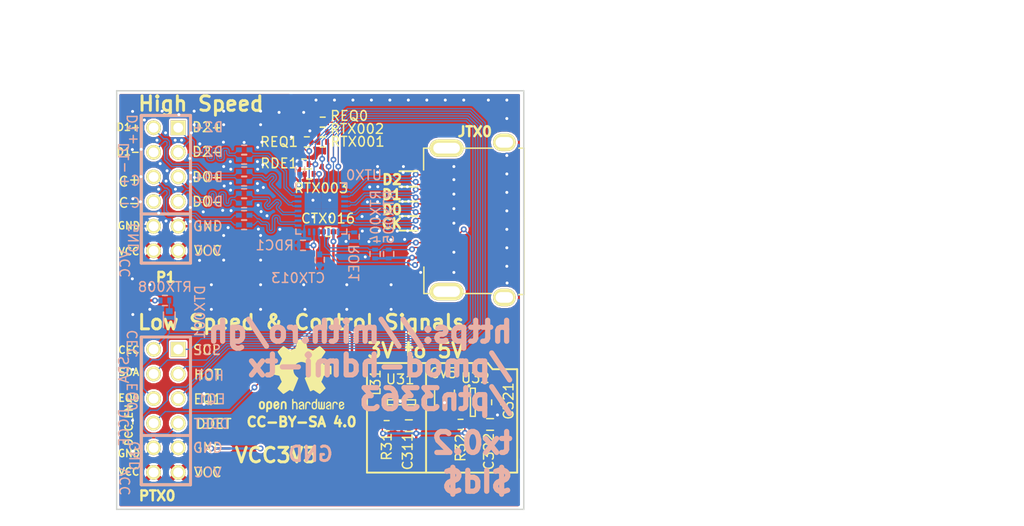
<source format=kicad_pcb>
(kicad_pcb (version 20171130) (host pcbnew 5.0.0-rc2-dev-unknown-7098827~63~ubuntu16.04.1)
  (layers (0 F.Cu signal) (31 B.Cu signal) (34 B.Paste user) (35 F.Paste user) (36 B.SilkS user) (37 F.SilkS user) (38 B.Mask user) (39 F.Mask user) (44 Edge.Cuts user))
  (net 0 "")
  (net 1 VCC3V3)
  (net 2 GND)
  (net 3 "Net-(C321-Pad1)")
  (net 4 "Net-(C321-Pad2)")
  (net 5 /HDMI_TX0_CLK+)
  (net 6 /HDMI_TX0_CLK-)
  (net 7 /HDMI_TX0_D0+)
  (net 8 /HDMI_TX0_D0-)
  (net 9 /HDMI_TX0_D1+)
  (net 10 /HDMI_TX0_D1-)
  (net 11 /HDMI_TX0_D2+)
  (net 12 /HDMI_TX0_D2-)
  (net 13 "/HDMI TX/HDMIP_TX0_HOT")
  (net 14 TX05V0)
  (net 15 /HDMI_TX0_CEC)
  (net 16 "/HDMI TX/HDMIP_TX0_CLK+")
  (net 17 "/HDMI TX/HDMIP_TX0_D0-")
  (net 18 "/HDMI TX/HDMIP_TX0_D0+")
  (net 19 "/HDMI TX/HDMIP_TX0_D1-")
  (net 20 "/HDMI TX/HDMIP_TX0_D1+")
  (net 21 "/HDMI TX/HDMIP_TX0_D2-")
  (net 22 "/HDMI TX/HDMIP_TX0_D2+")
  (net 23 "/HDMI TX/HDMIP_TX0_CLK-")
  (net 24 "Net-(JTX0-Pad14)")
  (net 25 "/HDMI TX/HDMIP_TX0_SCL")
  (net 26 "/HDMI TX/HDMIP_TX0_SDA")
  (net 27 "Net-(L31-Pad2)")
  (net 28 /HDMI_TX0_SCL)
  (net 29 /HDMI_TX0_HOT)
  (net 30 /HDMI_TX0_SDA)
  (net 31 /HDMI_TX0_EQ0)
  (net 32 /HDMI_TX0_EQ1)
  (net 33 /HDMI_TX0_DDET)
  (net 34 /HDMI_TX0_DCC_EN)
  (net 35 "Net-(R31-Pad1)")
  (net 36 "Net-(R32-Pad1)")
  (net 37 /~HDMI_TX0_OE)
  (net 38 "Net-(DTX001-Pad2)")
  (net 39 "Net-(RTX003-Pad1)")
  (net 40 "/HDMI TX/HDMIA_TX0_CLK+")
  (net 41 "/HDMI TX/HDMIA_TX0_CLK-")
  (net 42 "/HDMI TX/HDMIA_TX0_D0+")
  (net 43 "/HDMI TX/HDMIA_TX0_D0-")
  (net 44 "/HDMI TX/HDMIA_TX0_D1+")
  (net 45 "/HDMI TX/HDMIA_TX0_D1-")
  (net 46 "/HDMI TX/HDMIA_TX0_D2+")
  (net 47 "/HDMI TX/HDMIA_TX0_D2-")
  (module Capacitors_SMD:C_0603 (layer F.Cu) (at 110.5408 104.7096 180)
    (fp_text reference C311 (at 0.127 -2.667 270) (layer F.SilkS))
    (fp_text value 4.7uF)
    (pad 1 smd rect (at -0.75 0 180) (size 0.8 0.75) (layers F.Cu F.Paste F.Mask) (net 1 VCC3V3))
    (pad 2 smd rect (at 0.75 0 180) (size 0.8 0.75) (layers F.Cu F.Paste F.Mask) (net 2 GND))
  )
  (module Capacitors_SMD:C_0402 (layer F.Cu) (at 119.5578 102.2966 270)
    (fp_text reference C321 (at -0.127 -1.27 270) (layer F.SilkS))
    (fp_text value 220n)
    (pad 1 smd rect (at -0.55 0 270) (size 0.6 0.5) (layers F.Cu F.Paste F.Mask) (net 3 "Net-(C321-Pad1)"))
    (pad 2 smd rect (at 0.55 0 270) (size 0.6 0.5) (layers F.Cu F.Paste F.Mask) (net 4 "Net-(C321-Pad2)"))
  )
  (module Capacitors_SMD:C_0603 (layer F.Cu) (at 118.9228 104.5826)
    (fp_text reference C322 (at -0.127 2.794 90) (layer F.SilkS))
    (fp_text value 2.2uF)
    (pad 1 smd rect (at -0.75 0) (size 0.8 0.75) (layers F.Cu F.Paste F.Mask) (net 1 VCC3V3))
    (pad 2 smd rect (at 0.75 0) (size 0.8 0.75) (layers F.Cu F.Paste F.Mask) (net 2 GND))
  )
  (module Capacitors_SMD:C_1206 (layer F.Cu) (at 114.2238 102.0426 270)
    (fp_text reference CV5 (at -2.754 0.127) (layer F.SilkS))
    (fp_text value 10uF)
    (pad 1 smd rect (at -1.5 0 270) (size 1 1.6) (layers F.Cu F.Paste F.Mask) (net 14 TX05V0))
    (pad 2 smd rect (at 1.5 0 270) (size 1 1.6) (layers F.Cu F.Paste F.Mask) (net 2 GND))
  )
  (module hdmi:HDMI_TH (layer F.Cu) (at 114.436 83.33 90)
    (fp_text reference JTX0 (at 8.948 2.912 180) (layer F.SilkS) (effects (font (size 1.016 1.016) (thickness 0.254))))
    (fp_text value HDMI_OUT hide)
    (pad 10 smd rect (at 0 -1.3 90) (size 0.3302 2.75) (layers F.Cu F.Paste F.Mask) (net 16 "/HDMI TX/HDMIP_TX0_CLK+"))
    (pad 9 smd rect (at 0.5 -1.3 90) (size 0.3302 2.75) (layers F.Cu F.Paste F.Mask) (net 17 "/HDMI TX/HDMIP_TX0_D0-"))
    (pad 8 smd rect (at 1 -1.3 90) (size 0.3302 2.75) (layers F.Cu F.Paste F.Mask) (net 2 GND))
    (pad 7 smd rect (at 1.5 -1.3 90) (size 0.3302 2.75) (layers F.Cu F.Paste F.Mask) (net 18 "/HDMI TX/HDMIP_TX0_D0+"))
    (pad 6 smd rect (at 2 -1.3 90) (size 0.3302 2.75) (layers F.Cu F.Paste F.Mask) (net 19 "/HDMI TX/HDMIP_TX0_D1-"))
    (pad 5 smd rect (at 2.5 -1.3 90) (size 0.3302 2.75) (layers F.Cu F.Paste F.Mask) (net 2 GND))
    (pad 4 smd rect (at 3 -1.3 90) (size 0.3302 2.75) (layers F.Cu F.Paste F.Mask) (net 20 "/HDMI TX/HDMIP_TX0_D1+"))
    (pad 3 smd rect (at 3.5 -1.3 90) (size 0.3302 2.75) (layers F.Cu F.Paste F.Mask) (net 21 "/HDMI TX/HDMIP_TX0_D2-"))
    (pad 2 smd rect (at 4 -1.3 90) (size 0.3302 2.75) (layers F.Cu F.Paste F.Mask) (net 2 GND))
    (pad 1 smd rect (at 4.5 -1.3 90) (size 0.3302 2.75) (layers F.Cu F.Paste F.Mask) (net 22 "/HDMI TX/HDMIP_TX0_D2+"))
    (pad 11 smd rect (at -0.5 -1.3 90) (size 0.3302 2.75) (layers F.Cu F.Paste F.Mask) (net 2 GND))
    (pad 12 smd rect (at -1 -1.3 90) (size 0.3302 2.75) (layers F.Cu F.Paste F.Mask) (net 23 "/HDMI TX/HDMIP_TX0_CLK-"))
    (pad 13 smd rect (at -1.5 -1.3 90) (size 0.3302 2.75) (layers F.Cu F.Paste F.Mask) (net 15 /HDMI_TX0_CEC))
    (pad 14 smd rect (at -2 -1.3 90) (size 0.3302 2.75) (layers F.Cu F.Paste F.Mask) (net 24 "Net-(JTX0-Pad14)"))
    (pad 15 smd rect (at -2.5 -1.3 90) (size 0.3302 2.75) (layers F.Cu F.Paste F.Mask) (net 25 "/HDMI TX/HDMIP_TX0_SCL"))
    (pad 16 smd rect (at -3 -1.3 90) (size 0.3302 2.75) (layers F.Cu F.Paste F.Mask) (net 26 "/HDMI TX/HDMIP_TX0_SDA"))
    (pad 17 smd rect (at -3.5 -1.3 90) (size 0.3302 2.75) (layers F.Cu F.Paste F.Mask) (net 2 GND))
    (pad 18 smd rect (at -4 -1.3 90) (size 0.3302 2.75) (layers F.Cu F.Paste F.Mask) (net 14 TX05V0))
    (pad 19 smd rect (at -4.5 -1.3 90) (size 0.3302 2.75) (layers F.Cu F.Paste F.Mask) (net 13 "/HDMI TX/HDMIP_TX0_HOT"))
    (pad 0 thru_hole oval (at -7.55 0 90) (size 1.8 3.5) (drill oval 1.1 2.75) (layers *.Cu *.Mask F.SilkS))
    (pad 0 thru_hole oval (at 7.25 0 90) (size 1.8 3.5) (drill oval 1.1 2.75) (layers *.Cu *.Mask F.SilkS))
    (pad 0 thru_hole oval (at -8.15 5.96 90) (size 1.8 2.35) (drill oval 1.1 1.8) (layers *.Cu *.Mask F.SilkS))
    (pad 0 thru_hole oval (at 7.85 5.96 90) (size 1.8 2.35) (drill oval 1.1 1.8) (layers *.Cu *.Mask F.SilkS))
  )
  (module Inductors_NEOSID:Neosid_Inductor_SM0603CG (layer F.Cu) (at 107.1118 102.6776 90)
    (fp_text reference L31 (at 2.413 0 90) (layer F.SilkS))
    (fp_text value 4.7uH)
    (pad 2 smd rect (at 0.70104 0 90) (size 0.59944 1.19888) (layers F.Cu F.Paste F.Mask) (net 27 "Net-(L31-Pad2)"))
    (pad 1 smd rect (at -0.70104 0 90) (size 0.59944 1.19888) (layers F.Cu F.Paste F.Mask) (net 1 VCC3V3))
  )
  (module Resistors_SMD:R_0402 (layer F.Cu) (at 108.2548 104.7096 180)
    (fp_text reference R31 (at 0 -2.159 270) (layer F.SilkS))
    (fp_text value 4.7k)
    (pad 1 smd rect (at -0.45 0 180) (size 0.4 0.6) (layers F.Cu F.Paste F.Mask) (net 35 "Net-(R31-Pad1)"))
    (pad 2 smd rect (at 0.45 0 180) (size 0.4 0.6) (layers F.Cu F.Paste F.Mask) (net 1 VCC3V3))
  )
  (module Resistors_SMD:R_0402 (layer F.Cu) (at 115.8748 104.5826)
    (fp_text reference R32 (at 0 2.413 90) (layer F.SilkS))
    (fp_text value 10k)
    (pad 1 smd rect (at -0.45 0) (size 0.4 0.6) (layers F.Cu F.Paste F.Mask) (net 36 "Net-(R32-Pad1)"))
    (pad 2 smd rect (at 0.45 0) (size 0.4 0.6) (layers F.Cu F.Paste F.Mask) (net 1 VCC3V3))
  )
  (module Resistors_SMD:R_0402 (layer B.Cu) (at 99.626 86.106)
    (fp_text reference RDC1 (at -2.9282 0) (layer B.SilkS) (effects (justify mirror)))
    (fp_text value 10k)
    (pad 1 smd rect (at -0.45 0) (size 0.4 0.6) (layers B.Cu B.Paste B.Mask) (net 2 GND))
    (pad 2 smd rect (at 0.45 0) (size 0.4 0.6) (layers B.Cu B.Paste B.Mask) (net 34 /HDMI_TX0_DCC_EN))
  )
  (module Resistors_SMD:R_0402 (layer F.Cu) (at 99.753 77.724)
    (fp_text reference RDE1 (at -2.598 -0.0762) (layer F.SilkS))
    (fp_text value 10k)
    (pad 1 smd rect (at -0.45 0) (size 0.4 0.6) (layers F.Cu F.Paste F.Mask) (net 2 GND))
    (pad 2 smd rect (at 0.45 0) (size 0.4 0.6) (layers F.Cu F.Paste F.Mask) (net 33 /HDMI_TX0_DDET))
  )
  (module Resistors_SMD:R_0402 (layer F.Cu) (at 101.658 73.406)
    (fp_text reference REQ0 (at 2.736 -0.6604 180) (layer F.SilkS))
    (fp_text value 10k)
    (pad 1 smd rect (at -0.45 0) (size 0.4 0.6) (layers F.Cu F.Paste F.Mask) (net 1 VCC3V3))
    (pad 2 smd rect (at 0.45 0) (size 0.4 0.6) (layers F.Cu F.Paste F.Mask) (net 31 /HDMI_TX0_EQ0))
  )
  (module Resistors_SMD:R_0402 (layer F.Cu) (at 100.018 75.438 180)
    (fp_text reference REQ1 (at 2.863 0 180) (layer F.SilkS))
    (fp_text value 10k)
    (pad 1 smd rect (at -0.45 0 180) (size 0.4 0.6) (layers F.Cu F.Paste F.Mask) (net 1 VCC3V3))
    (pad 2 smd rect (at 0.45 0 180) (size 0.4 0.6) (layers F.Cu F.Paste F.Mask) (net 32 /HDMI_TX0_EQ1))
  )
  (module Resistors_SMD:R_0402 (layer B.Cu) (at 104.902 85.217 90)
    (fp_text reference ROE1 (at -2.7432 0 90) (layer B.SilkS) (effects (justify mirror)))
    (fp_text value 10k)
    (pad 1 smd rect (at -0.45 0 90) (size 0.4 0.6) (layers B.Cu B.Paste B.Mask) (net 2 GND))
    (pad 2 smd rect (at 0.45 0 90) (size 0.4 0.6) (layers B.Cu B.Paste B.Mask) (net 37 /~HDMI_TX0_OE))
  )
  (module TO_SOT_Packages_SMD:SOT-23-5 (layer F.Cu) (at 109.7788 102.2966 90)
    (fp_text reference U31 (at 2.373 -0.127) (layer F.SilkS))
    (fp_text value XC9140)
    (pad 1 smd rect (at -1.1 -0.95 90) (size 1.06 0.65) (layers F.Cu F.Paste F.Mask) (net 35 "Net-(R31-Pad1)"))
    (pad 2 smd rect (at -1.1 0 90) (size 1.06 0.65) (layers F.Cu F.Paste F.Mask) (net 2 GND))
    (pad 3 smd rect (at -1.1 0.95 90) (size 1.06 0.65) (layers F.Cu F.Paste F.Mask) (net 1 VCC3V3))
    (pad 4 smd rect (at 1.1 0.95 90) (size 1.06 0.65) (layers F.Cu F.Paste F.Mask) (net 14 TX05V0))
    (pad 5 smd rect (at 1.1 -0.95 90) (size 1.06 0.65) (layers F.Cu F.Paste F.Mask) (net 27 "Net-(L31-Pad2)"))
  )
  (module TO_SOT_Packages_SMD:SOT-23-6 (layer F.Cu) (at 117.1448 102.2966)
    (fp_text reference U32 (at 0.254 -2.5) (layer F.SilkS))
    (fp_text value REG710-DBV)
    (pad 1 smd rect (at -1.1 -0.95) (size 1.06 0.65) (layers F.Cu F.Paste F.Mask) (net 14 TX05V0))
    (pad 2 smd rect (at -1.1 0) (size 1.06 0.65) (layers F.Cu F.Paste F.Mask) (net 2 GND))
    (pad 3 smd rect (at -1.1 0.95) (size 1.06 0.65) (layers F.Cu F.Paste F.Mask) (net 36 "Net-(R32-Pad1)"))
    (pad 4 smd rect (at 1.1 0.95) (size 1.06 0.65) (layers F.Cu F.Paste F.Mask) (net 4 "Net-(C321-Pad2)"))
    (pad 6 smd rect (at 1.1 -0.95) (size 1.06 0.65) (layers F.Cu F.Paste F.Mask) (net 3 "Net-(C321-Pad1)"))
    (pad 5 smd rect (at 1.1 0) (size 1.06 0.65) (layers F.Cu F.Paste F.Mask) (net 1 VCC3V3))
  )
  (module Housings_DFN_QFN:QFN-32-1EP_5x5mm_Pitch0.5mm (layer B.Cu) (at 101.514 82.314 270)
    (fp_text reference UTX0 (at -3.447 -4.404) (layer B.SilkS) (effects (justify mirror)))
    (fp_text value PTN3363)
    (pad 1 smd rect (at -2.4 1.75 270) (size 0.7 0.25) (layers B.Cu B.Paste B.Mask) (net 1 VCC3V3))
    (pad 2 smd rect (at -2.4 1.25 270) (size 0.7 0.25) (layers B.Cu B.Paste B.Mask) (net 32 /HDMI_TX0_EQ1))
    (pad 3 smd rect (at -2.4 0.75 270) (size 0.7 0.25) (layers B.Cu B.Paste B.Mask) (net 33 /HDMI_TX0_DDET))
    (pad 4 smd rect (at -2.4 0.25 270) (size 0.7 0.25) (layers B.Cu B.Paste B.Mask) (net 39 "Net-(RTX003-Pad1)"))
    (pad 5 smd rect (at -2.4 -0.25 270) (size 0.7 0.25) (layers B.Cu B.Paste B.Mask) (net 29 /HDMI_TX0_HOT))
    (pad 6 smd rect (at -2.4 -0.75 270) (size 0.7 0.25) (layers B.Cu B.Paste B.Mask) (net 30 /HDMI_TX0_SDA))
    (pad 7 smd rect (at -2.4 -1.25 270) (size 0.7 0.25) (layers B.Cu B.Paste B.Mask) (net 28 /HDMI_TX0_SCL))
    (pad 8 smd rect (at -2.4 -1.75 270) (size 0.7 0.25) (layers B.Cu B.Paste B.Mask) (net 31 /HDMI_TX0_EQ0))
    (pad 9 smd rect (at -1.75 -2.4 180) (size 0.7 0.25) (layers B.Cu B.Paste B.Mask) (net 22 "/HDMI TX/HDMIP_TX0_D2+"))
    (pad 10 smd rect (at -1.25 -2.4 180) (size 0.7 0.25) (layers B.Cu B.Paste B.Mask) (net 21 "/HDMI TX/HDMIP_TX0_D2-"))
    (pad 11 smd rect (at -0.75 -2.4 180) (size 0.7 0.25) (layers B.Cu B.Paste B.Mask) (net 20 "/HDMI TX/HDMIP_TX0_D1+"))
    (pad 12 smd rect (at -0.25 -2.4 180) (size 0.7 0.25) (layers B.Cu B.Paste B.Mask) (net 19 "/HDMI TX/HDMIP_TX0_D1-"))
    (pad 13 smd rect (at 0.25 -2.4 180) (size 0.7 0.25) (layers B.Cu B.Paste B.Mask) (net 18 "/HDMI TX/HDMIP_TX0_D0+"))
    (pad 14 smd rect (at 0.75 -2.4 180) (size 0.7 0.25) (layers B.Cu B.Paste B.Mask) (net 17 "/HDMI TX/HDMIP_TX0_D0-"))
    (pad 15 smd rect (at 1.25 -2.4 180) (size 0.7 0.25) (layers B.Cu B.Paste B.Mask) (net 16 "/HDMI TX/HDMIP_TX0_CLK+"))
    (pad 16 smd rect (at 1.75 -2.4 180) (size 0.7 0.25) (layers B.Cu B.Paste B.Mask) (net 23 "/HDMI TX/HDMIP_TX0_CLK-"))
    (pad 17 smd rect (at 2.4 -1.75 270) (size 0.7 0.25) (layers B.Cu B.Paste B.Mask) (net 37 /~HDMI_TX0_OE))
    (pad 18 smd rect (at 2.4 -1.25 270) (size 0.7 0.25) (layers B.Cu B.Paste B.Mask) (net 1 VCC3V3))
    (pad 19 smd rect (at 2.4 -0.75 270) (size 0.7 0.25) (layers B.Cu B.Paste B.Mask) (net 25 "/HDMI TX/HDMIP_TX0_SCL"))
    (pad 20 smd rect (at 2.4 -0.25 270) (size 0.7 0.25) (layers B.Cu B.Paste B.Mask) (net 26 "/HDMI TX/HDMIP_TX0_SDA"))
    (pad 21 smd rect (at 2.4 0.25 270) (size 0.7 0.25) (layers B.Cu B.Paste B.Mask) (net 13 "/HDMI TX/HDMIP_TX0_HOT"))
    (pad 22 smd rect (at 2.4 0.75 270) (size 0.7 0.25) (layers B.Cu B.Paste B.Mask) (net 34 /HDMI_TX0_DCC_EN))
    (pad 23 smd rect (at 2.4 1.25 270) (size 0.7 0.25) (layers B.Cu B.Paste B.Mask))
    (pad 24 smd rect (at 2.4 1.75 270) (size 0.7 0.25) (layers B.Cu B.Paste B.Mask) (net 2 GND))
    (pad 25 smd rect (at 1.75 2.4 180) (size 0.7 0.25) (layers B.Cu B.Paste B.Mask) (net 41 "/HDMI TX/HDMIA_TX0_CLK-"))
    (pad 26 smd rect (at 1.25 2.4 180) (size 0.7 0.25) (layers B.Cu B.Paste B.Mask) (net 40 "/HDMI TX/HDMIA_TX0_CLK+"))
    (pad 27 smd rect (at 0.75 2.4 180) (size 0.7 0.25) (layers B.Cu B.Paste B.Mask) (net 43 "/HDMI TX/HDMIA_TX0_D0-"))
    (pad 28 smd rect (at 0.25 2.4 180) (size 0.7 0.25) (layers B.Cu B.Paste B.Mask) (net 42 "/HDMI TX/HDMIA_TX0_D0+"))
    (pad 29 smd rect (at -0.25 2.4 180) (size 0.7 0.25) (layers B.Cu B.Paste B.Mask) (net 45 "/HDMI TX/HDMIA_TX0_D1-"))
    (pad 30 smd rect (at -0.75 2.4 180) (size 0.7 0.25) (layers B.Cu B.Paste B.Mask) (net 44 "/HDMI TX/HDMIA_TX0_D1+"))
    (pad 31 smd rect (at -1.25 2.4 180) (size 0.7 0.25) (layers B.Cu B.Paste B.Mask) (net 47 "/HDMI TX/HDMIA_TX0_D2-"))
    (pad 32 smd rect (at -1.75 2.4 180) (size 0.7 0.25) (layers B.Cu B.Paste B.Mask) (net 46 "/HDMI TX/HDMIA_TX0_D2+"))
    (pad 33 smd rect (at 0.8625 -0.8625 270) (size 1.725 1.725) (layers B.Cu B.Paste B.Mask) (net 2 GND))
    (pad 33 smd rect (at 0.8625 0.8625 270) (size 1.725 1.725) (layers B.Cu B.Paste B.Mask) (net 2 GND))
    (pad 33 smd rect (at -0.8625 -0.8625 270) (size 1.725 1.725) (layers B.Cu B.Paste B.Mask) (net 2 GND))
    (pad 33 smd rect (at -0.8625 0.8625 270) (size 1.725 1.725) (layers B.Cu B.Paste B.Mask) (net 2 GND))
  )
  (module Capacitors_SMD:C_0402 (layer B.Cu) (at 93.55 83 180)
    (fp_text reference CTX001 hide)
    (fp_text value 0.1uF)
    (pad 1 smd rect (at -0.55 0 180) (size 0.6 0.5) (layers B.Cu B.Paste B.Mask) (net 40 "/HDMI TX/HDMIA_TX0_CLK+"))
    (pad 2 smd rect (at 0.55 0 180) (size 0.6 0.5) (layers B.Cu B.Paste B.Mask) (net 5 /HDMI_TX0_CLK+))
  )
  (module Capacitors_SMD:C_0402 (layer B.Cu) (at 93.55 84 180)
    (fp_text reference CTX002 hide)
    (fp_text value 0.1uF)
    (pad 1 smd rect (at -0.55 0 180) (size 0.6 0.5) (layers B.Cu B.Paste B.Mask) (net 41 "/HDMI TX/HDMIA_TX0_CLK-"))
    (pad 2 smd rect (at 0.55 0 180) (size 0.6 0.5) (layers B.Cu B.Paste B.Mask) (net 6 /HDMI_TX0_CLK-))
  )
  (module Capacitors_SMD:C_0402 (layer B.Cu) (at 93.55 80.75 180)
    (fp_text reference CTX003 hide)
    (fp_text value 0.1uF)
    (pad 1 smd rect (at -0.55 0 180) (size 0.6 0.5) (layers B.Cu B.Paste B.Mask) (net 42 "/HDMI TX/HDMIA_TX0_D0+"))
    (pad 2 smd rect (at 0.55 0 180) (size 0.6 0.5) (layers B.Cu B.Paste B.Mask) (net 7 /HDMI_TX0_D0+))
  )
  (module Capacitors_SMD:C_0402 (layer B.Cu) (at 93.55 81.75 180)
    (fp_text reference CTX004 hide)
    (fp_text value 0.1uF)
    (pad 1 smd rect (at -0.55 0 180) (size 0.6 0.5) (layers B.Cu B.Paste B.Mask) (net 43 "/HDMI TX/HDMIA_TX0_D0-"))
    (pad 2 smd rect (at 0.55 0 180) (size 0.6 0.5) (layers B.Cu B.Paste B.Mask) (net 8 /HDMI_TX0_D0-))
  )
  (module Capacitors_SMD:C_0402 (layer B.Cu) (at 93.557 78.5 180)
    (fp_text reference CTX005 hide)
    (fp_text value 0.1uF)
    (pad 1 smd rect (at -0.55 0 180) (size 0.6 0.5) (layers B.Cu B.Paste B.Mask) (net 44 "/HDMI TX/HDMIA_TX0_D1+"))
    (pad 2 smd rect (at 0.55 0 180) (size 0.6 0.5) (layers B.Cu B.Paste B.Mask) (net 9 /HDMI_TX0_D1+))
  )
  (module Capacitors_SMD:C_0402 (layer B.Cu) (at 93.55 79.5 180)
    (fp_text reference CTX006 hide)
    (fp_text value 0.1uF)
    (pad 1 smd rect (at -0.55 0 180) (size 0.6 0.5) (layers B.Cu B.Paste B.Mask) (net 45 "/HDMI TX/HDMIA_TX0_D1-"))
    (pad 2 smd rect (at 0.55 0 180) (size 0.6 0.5) (layers B.Cu B.Paste B.Mask) (net 10 /HDMI_TX0_D1-))
  )
  (module Capacitors_SMD:C_0402 (layer B.Cu) (at 93.557 76.25 180)
    (fp_text reference CTX007 hide)
    (fp_text value 0.1uF)
    (pad 1 smd rect (at -0.55 0 180) (size 0.6 0.5) (layers B.Cu B.Paste B.Mask) (net 46 "/HDMI TX/HDMIA_TX0_D2+"))
    (pad 2 smd rect (at 0.55 0 180) (size 0.6 0.5) (layers B.Cu B.Paste B.Mask) (net 11 /HDMI_TX0_D2+))
  )
  (module Capacitors_SMD:C_0402 (layer B.Cu) (at 93.55 77.25 180)
    (fp_text reference CTX008 hide)
    (fp_text value 0.1uF)
    (pad 1 smd rect (at -0.55 0 180) (size 0.6 0.5) (layers B.Cu B.Paste B.Mask) (net 47 "/HDMI TX/HDMIA_TX0_D2-"))
    (pad 2 smd rect (at 0.55 0 180) (size 0.6 0.5) (layers B.Cu B.Paste B.Mask) (net 12 /HDMI_TX0_D2-))
  )
  (module Capacitors_SMD:C_0402 (layer B.Cu) (at 101.346 87.588 90)
    (fp_text reference CTX013 (at -1.887 -2.221 180) (layer B.SilkS) (effects (justify mirror)))
    (fp_text value 10n)
    (pad 1 smd rect (at -0.55 0 90) (size 0.6 0.5) (layers B.Cu B.Paste B.Mask) (net 2 GND))
    (pad 2 smd rect (at 0.55 0 90) (size 0.6 0.5) (layers B.Cu B.Paste B.Mask) (net 13 "/HDMI TX/HDMIP_TX0_HOT"))
  )
  (module Capacitors_SMD:C_0402 (layer F.Cu) (at 102.2262 84.709)
    (fp_text reference CTX016 (at -0.0166 -1.3716) (layer F.SilkS))
    (fp_text value 0.1uF)
    (pad 1 smd rect (at -0.55 0) (size 0.6 0.5) (layers F.Cu F.Paste F.Mask) (net 2 GND))
    (pad 2 smd rect (at 0.55 0) (size 0.6 0.5) (layers F.Cu F.Paste F.Mask) (net 1 VCC3V3))
  )
  (module Capacitors_SMD:C_0402 (layer B.Cu) (at 99.314 78.274 270)
    (fp_text reference CTX017 hide)
    (fp_text value 0.1uF)
    (pad 1 smd rect (at -0.55 0 270) (size 0.6 0.5) (layers B.Cu B.Paste B.Mask) (net 2 GND))
    (pad 2 smd rect (at 0.55 0 270) (size 0.6 0.5) (layers B.Cu B.Paste B.Mask) (net 1 VCC3V3))
  )
  (module Diodes_SMD:SOD-523 (layer B.Cu) (at 85.8266 93.5878 90)
    (fp_text reference DTX001 (at 0.5878 3.1734 90) (layer B.SilkS) (effects (justify mirror)))
    (fp_text value D)
    (pad 2 smd rect (at 0.7 0 270) (size 0.6 0.7) (layers B.Cu B.Paste B.Mask) (net 38 "Net-(DTX001-Pad2)"))
    (pad 1 smd rect (at -0.7 0 270) (size 0.6 0.7) (layers B.Cu B.Paste B.Mask) (net 15 /HDMI_TX0_CEC))
  )
  (module Resistors_SMD:R_0402 (layer F.Cu) (at 101.658 75.438)
    (fp_text reference RTX001 (at 3.5996 -0.0254) (layer F.SilkS))
    (fp_text value 2k2)
    (pad 1 smd rect (at -0.45 0) (size 0.4 0.6) (layers F.Cu F.Paste F.Mask) (net 1 VCC3V3))
    (pad 2 smd rect (at 0.45 0) (size 0.4 0.6) (layers F.Cu F.Paste F.Mask) (net 30 /HDMI_TX0_SDA))
  )
  (module Resistors_SMD:R_0402 (layer F.Cu) (at 101.658 74.422)
    (fp_text reference RTX002 (at 3.5488 -0.3302) (layer F.SilkS))
    (fp_text value 2k2)
    (pad 1 smd rect (at -0.45 0) (size 0.4 0.6) (layers F.Cu F.Paste F.Mask) (net 1 VCC3V3))
    (pad 2 smd rect (at 0.45 0) (size 0.4 0.6) (layers F.Cu F.Paste F.Mask) (net 28 /HDMI_TX0_SCL))
  )
  (module Resistors_SMD:R_0402 (layer F.Cu) (at 100.261 78.74 180)
    (fp_text reference RTX003 (at -1.2374 -1.4732 180) (layer F.SilkS))
    (fp_text value 12k4)
    (pad 1 smd rect (at -0.45 0 180) (size 0.4 0.6) (layers F.Cu F.Paste F.Mask) (net 39 "Net-(RTX003-Pad1)"))
    (pad 2 smd rect (at 0.45 0 180) (size 0.4 0.6) (layers F.Cu F.Paste F.Mask) (net 2 GND))
  )
  (module Resistors_SMD:R_0402 (layer B.Cu) (at 107.061 86.995 90)
    (fp_text reference RTX004 (at 3.82 0.064 90) (layer B.SilkS) (effects (justify mirror)))
    (fp_text value 2k2)
    (pad 1 smd rect (at -0.45 0 90) (size 0.4 0.6) (layers B.Cu B.Paste B.Mask) (net 14 TX05V0))
    (pad 2 smd rect (at 0.45 0 90) (size 0.4 0.6) (layers B.Cu B.Paste B.Mask) (net 25 "/HDMI TX/HDMIP_TX0_SCL"))
  )
  (module Resistors_SMD:R_0402 (layer B.Cu) (at 108.458 86.995 90)
    (fp_text reference RTX005 (at 3.82 0.017 90) (layer B.SilkS) (effects (justify mirror)))
    (fp_text value 2k2)
    (pad 1 smd rect (at -0.45 0 90) (size 0.4 0.6) (layers B.Cu B.Paste B.Mask) (net 14 TX05V0))
    (pad 2 smd rect (at 0.45 0 90) (size 0.4 0.6) (layers B.Cu B.Paste B.Mask) (net 26 "/HDMI TX/HDMIP_TX0_SDA"))
  )
  (module Resistors_SMD:R_0402 (layer B.Cu) (at 85.3766 91.7956)
    (fp_text reference RTX008 (at 0 -1.397) (layer B.SilkS) (effects (justify mirror)))
    (fp_text value 27K)
    (pad 1 smd rect (at -0.45 0) (size 0.4 0.6) (layers B.Cu B.Paste B.Mask) (net 1 VCC3V3))
    (pad 2 smd rect (at 0.45 0) (size 0.4 0.6) (layers B.Cu B.Paste B.Mask) (net 38 "Net-(DTX001-Pad2)"))
  )
  (module pmod:pmod_pin_array_6x2 (layer F.Cu) (at 85.48 80.322)
    (fp_text reference P1 (at -0.009 9.086) (layer F.SilkS) (effects (font (size 1.016 1.016) (thickness 0.254))))
    (fp_text value PMOD-Device-x2-Type-XHS-Alt hide)
    (fp_text user D2+ (at 4.309 -6.408) (layer B.SilkS) (effects (justify mirror)))
    (fp_text user GND (at 4.318 3.81) (layer B.SilkS) (effects (justify mirror)))
    (fp_text user VCC (at 4.318 6.35) (layer B.SilkS) (effects (justify mirror)))
    (fp_text user VCC (at 4.318 6.35) (layer F.SilkS))
    (fp_text user GND (at 4.318 3.81) (layer F.SilkS))
    (fp_text user D2+ (at 4.309 -6.408) (layer F.SilkS))
    (pad 1 thru_hole rect (at 1.27 -6.35) (size 1.524 1.524) (drill 1.016) (layers *.Cu *.Mask F.SilkS) (net 11 /HDMI_TX0_D2+))
    (pad 7 thru_hole circle (at -1.27 -6.35 270) (size 1.524 1.524) (drill 1.016) (layers *.Cu *.Mask F.SilkS) (net 9 /HDMI_TX0_D1+))
    (pad 2 thru_hole circle (at 1.27 -3.81 270) (size 1.524 1.524) (drill 1.016) (layers *.Cu *.Mask F.SilkS) (net 12 /HDMI_TX0_D2-))
    (pad 8 thru_hole circle (at -1.27 -3.81 270) (size 1.524 1.524) (drill 1.016) (layers *.Cu *.Mask F.SilkS) (net 10 /HDMI_TX0_D1-))
    (pad 3 thru_hole circle (at 1.27 -1.27 270) (size 1.524 1.524) (drill 1.016) (layers *.Cu *.Mask F.SilkS) (net 7 /HDMI_TX0_D0+))
    (pad 9 thru_hole circle (at -1.27 -1.27 270) (size 1.524 1.524) (drill 1.016) (layers *.Cu *.Mask F.SilkS) (net 5 /HDMI_TX0_CLK+))
    (pad 4 thru_hole circle (at 1.27 1.27 270) (size 1.524 1.524) (drill 1.016) (layers *.Cu *.Mask F.SilkS) (net 8 /HDMI_TX0_D0-))
    (pad 10 thru_hole circle (at -1.27 1.27 270) (size 1.524 1.524) (drill 1.016) (layers *.Cu *.Mask F.SilkS) (net 6 /HDMI_TX0_CLK-))
    (pad 5 thru_hole circle (at 1.27 3.81 270) (size 1.524 1.524) (drill 1.016) (layers *.Cu *.Mask F.SilkS) (net 2 GND))
    (pad 11 thru_hole circle (at -1.27 3.81 270) (size 1.524 1.524) (drill 1.016) (layers *.Cu *.Mask F.SilkS) (net 2 GND))
    (pad 6 thru_hole circle (at 1.27 6.35 270) (size 1.524 1.524) (drill 1.016) (layers *.Cu *.Mask F.SilkS) (net 1 VCC3V3))
    (pad 12 thru_hole circle (at -1.27 6.35 270) (size 1.524 1.524) (drill 1.016) (layers *.Cu *.Mask F.SilkS) (net 1 VCC3V3))
  )
  (module pmod:pmod_pin_array_6x2 (layer F.Cu) (at 85.48 103.182)
    (fp_text reference PTX0 (at -0.898 8.7685) (layer F.SilkS) (effects (font (size 1.016 1.016) (thickness 0.254))))
    (fp_text value PMOD-CONN_6X2 hide)
    (fp_text user SCL (at 4.309 -6.281) (layer B.SilkS) (effects (justify mirror)))
    (fp_text user GND (at 4.318 3.81) (layer B.SilkS) (effects (justify mirror)))
    (fp_text user VCC (at 4.318 6.35) (layer B.SilkS) (effects (justify mirror)))
    (fp_text user VCC (at 4.318 6.35) (layer F.SilkS))
    (fp_text user GND (at 4.318 3.81) (layer F.SilkS))
    (fp_text user SCL (at 4.182 -6.281) (layer F.SilkS))
    (pad 1 thru_hole rect (at 1.27 -6.35) (size 1.524 1.524) (drill 1.016) (layers *.Cu *.Mask F.SilkS) (net 28 /HDMI_TX0_SCL))
    (pad 7 thru_hole circle (at -1.27 -6.35 270) (size 1.524 1.524) (drill 1.016) (layers *.Cu *.Mask F.SilkS) (net 15 /HDMI_TX0_CEC))
    (pad 2 thru_hole circle (at 1.27 -3.81 270) (size 1.524 1.524) (drill 1.016) (layers *.Cu *.Mask F.SilkS) (net 29 /HDMI_TX0_HOT))
    (pad 8 thru_hole circle (at -1.27 -3.81 270) (size 1.524 1.524) (drill 1.016) (layers *.Cu *.Mask F.SilkS) (net 30 /HDMI_TX0_SDA))
    (pad 3 thru_hole circle (at 1.27 -1.27 270) (size 1.524 1.524) (drill 1.016) (layers *.Cu *.Mask F.SilkS) (net 32 /HDMI_TX0_EQ1))
    (pad 9 thru_hole circle (at -1.27 -1.27 270) (size 1.524 1.524) (drill 1.016) (layers *.Cu *.Mask F.SilkS) (net 31 /HDMI_TX0_EQ0))
    (pad 4 thru_hole circle (at 1.27 1.27 270) (size 1.524 1.524) (drill 1.016) (layers *.Cu *.Mask F.SilkS) (net 33 /HDMI_TX0_DDET))
    (pad 10 thru_hole circle (at -1.27 1.27 270) (size 1.524 1.524) (drill 1.016) (layers *.Cu *.Mask F.SilkS) (net 34 /HDMI_TX0_DCC_EN))
    (pad 5 thru_hole circle (at 1.27 3.81 270) (size 1.524 1.524) (drill 1.016) (layers *.Cu *.Mask F.SilkS) (net 2 GND))
    (pad 11 thru_hole circle (at -1.27 3.81 270) (size 1.524 1.524) (drill 1.016) (layers *.Cu *.Mask F.SilkS) (net 2 GND))
    (pad 6 thru_hole circle (at 1.27 6.35 270) (size 1.524 1.524) (drill 1.016) (layers *.Cu *.Mask F.SilkS) (net 1 VCC3V3))
    (pad 12 thru_hole circle (at -1.27 6.35 270) (size 1.524 1.524) (drill 1.016) (layers *.Cu *.Mask F.SilkS) (net 1 VCC3V3))
  )
  (module Symbols:OSHW-Logo2_9.8x8mm_SilkScreen (layer F.Cu) (at 99.475 99.6)
    (fp_text reference REF*** hide)
    (fp_text value OSHW-Logo2_9.8x8mm_SilkScreen hide)
  )
  (gr_text "CC-BY-SA 4.0" (at 99.475 104.325) (layer F.SilkS) (effects (font (size 1 1) (thickness 0.25))))
  (gr_text C+ (at 81.7245 79.4385 180) (layer F.SilkS) (effects (font (size 1 1)) (justify mirror)))
  (gr_text GND (at 100.3935 107.6325) (layer B.SilkS) (effects (font (size 1.5 1.5) (thickness 0.3)) (justify mirror)))
  (gr_text VCC3V3 (at 96.8375 107.7595) (layer F.SilkS) (effects (font (size 1.5 1.5) (thickness 0.3))))
  (gr_text $Id$ (at 121.5 110.5) (layer B.SilkS) (effects (font (size 2.159 2.159) (thickness 0.53975)) (justify left mirror)))
  (gr_text tx0.2 (at 121.5 106.5) (layer B.SilkS) (effects (font (size 2.159 2.159) (thickness 0.53975)) (justify left mirror)))
  (gr_text "https://mith.ro/gh\n/pmod-hdmi-tx\n/ptn3363" (at 121.5 98.5) (layer B.SilkS) (effects (font (size 2.159 2.159) (thickness 0.53975)) (justify left mirror)))
  (gr_text CK (at 108.7882 83.8708) (layer F.SilkS) (effects (font (size 1.016 1.016) (thickness 0.254))))
  (gr_text D0 (at 108.8136 82.423) (layer F.SilkS) (effects (font (size 1.016 1.016) (thickness 0.254))))
  (gr_text D1 (at 108.7882 80.8736) (layer F.SilkS) (effects (font (size 1.016 1.016) (thickness 0.254))))
  (gr_text D2 (at 108.8136 79.3242) (layer F.SilkS) (effects (font (size 1.016 1.016) (thickness 0.254))))
  (gr_line (start 111.4044 78.4606) (end 109.5756 78.4606) (layer F.SilkS) (width 0.2))
  (gr_line (start 111.4044 84.582) (end 109.5756 84.582) (layer F.SilkS) (width 0.2))
  (gr_line (start 111.4044 83.0834) (end 109.5756 83.0834) (layer F.SilkS) (width 0.2))
  (gr_line (start 109.5756 81.5848) (end 109.5756 81.5848) (layer F.SilkS) (width 0.2))
  (gr_line (start 111.4044 81.5848) (end 109.5756 81.5848) (layer F.SilkS) (width 0.2))
  (gr_line (start 109.5756 80.0608) (end 109.5756 80.0608) (layer F.SilkS) (width 0.2))
  (gr_line (start 111.4044 80.0608) (end 109.5756 80.0608) (layer F.SilkS) (width 0.2))
  (gr_text "3V to 5V" (at 111.252 96.9518) (layer F.SilkS) (effects (font (size 1.5 1.5) (thickness 0.3))))
  (gr_text DDET (at 90.17 104.521) (layer B.SilkS) (effects (font (size 1 1)) (justify mirror)))
  (gr_text EQ1 (at 90.17 101.981) (layer B.SilkS) (effects (font (size 1 1)) (justify mirror)))
  (gr_text HOT (at 90.043 99.568) (layer B.SilkS) (effects (font (size 1 1)) (justify mirror)))
  (gr_text CEC (at 82.042 96.266 90) (layer B.SilkS) (effects (font (size 1 1)) (justify mirror)))
  (gr_text SDA (at 81.153 98.933 90) (layer B.SilkS) (effects (font (size 1 1)) (justify mirror)))
  (gr_text EQ0 (at 82.042 101.727 90) (layer B.SilkS) (effects (font (size 1 1)) (justify mirror)))
  (gr_text DCCE (at 81.153 104.902 90) (layer B.SilkS) (effects (font (size 1 1)) (justify mirror)))
  (gr_text GND (at 82.296 107.823 90) (layer B.SilkS) (effects (font (size 1 1)) (justify mirror)))
  (gr_text VCC (at 81.28 110.49 90) (layer B.SilkS) (effects (font (size 1 1)) (justify mirror)))
  (gr_text VCC (at 81.28 88.011 90) (layer B.SilkS) (effects (font (size 1 1)) (justify mirror)))
  (gr_text GND (at 82.169 85.344 90) (layer B.SilkS) (effects (font (size 1 1)) (justify mirror)))
  (gr_text C- (at 81.7245 81.7245) (layer B.SilkS) (effects (font (size 1 1)) (justify mirror)))
  (gr_text C+ (at 81.7245 79.4385) (layer B.SilkS) (effects (font (size 1 1)) (justify mirror)))
  (gr_text D1- (at 81.153 77.089 90) (layer B.SilkS) (effects (font (size 1 1)) (justify mirror)))
  (gr_text D1+ (at 82.042 74.168 90) (layer B.SilkS) (effects (font (size 1 1)) (justify mirror)))
  (gr_text D0- (at 89.789 81.5975) (layer B.SilkS) (effects (font (size 1 1)) (justify mirror)))
  (gr_text D0+ (at 89.789 79.0575) (layer B.SilkS) (effects (font (size 1 1)) (justify mirror)))
  (gr_text D2- (at 89.789 76.454) (layer B.SilkS) (effects (font (size 1 1)) (justify mirror)))
  (gr_text DDET (at 90.424 104.521) (layer F.SilkS) (effects (font (size 1 1))))
  (gr_text EQ1 (at 89.789 101.981) (layer F.SilkS) (effects (font (size 1 1))))
  (gr_text HOT (at 89.789 99.441) (layer F.SilkS) (effects (font (size 1 1))))
  (gr_text DCC_EN (at 81.661 104.648 90) (layer F.SilkS) (effects (font (size 0.75 0.75))))
  (gr_text EQ0 (at 81.661 101.854) (layer F.SilkS) (effects (font (size 0.75 0.75))))
  (gr_text SDA (at 81.661 99.187) (layer F.SilkS) (effects (font (size 0.75 0.75))))
  (gr_text CEC (at 81.661 96.901) (layer F.SilkS) (effects (font (size 0.75 0.75))))
  (gr_text GND (at 81.661 107.569) (layer F.SilkS) (effects (font (size 0.75 0.75))))
  (gr_text VCC (at 81.661 109.474) (layer F.SilkS) (effects (font (size 0.75 0.75))))
  (gr_text VCC (at 81.661 86.741) (layer F.SilkS) (effects (font (size 0.75 0.75))))
  (gr_text GND (at 81.661 84.074) (layer F.SilkS) (effects (font (size 0.75 0.75))))
  (gr_text C- (at 81.7245 81.7245) (layer F.SilkS) (effects (font (size 1 1))))
  (gr_text D1- (at 81.5975 76.454) (layer F.SilkS) (effects (font (size 0.75 0.75))))
  (gr_text D1+ (at 81.5975 73.914) (layer F.SilkS) (effects (font (size 0.75 0.75))))
  (gr_text D0- (at 89.789 81.5975) (layer F.SilkS) (effects (font (size 1 1))))
  (gr_text D0+ (at 89.789 79.0575) (layer F.SilkS) (effects (font (size 1 1))))
  (gr_text D2- (at 89.789 76.454) (layer F.SilkS) (effects (font (size 1 1))))
  (gr_line (start 106.2228 109.5502) (end 112.3188 109.5502) (layer F.SilkS) (width 0.2))
  (gr_line (start 106.2228 98.2472) (end 106.2228 109.5502) (layer F.SilkS) (width 0.2))
  (gr_line (start 112.3188 98.2472) (end 106.2228 98.2472) (layer F.SilkS) (width 0.2))
  (gr_line (start 118.6688 98.2472) (end 112.3188 98.2472) (layer F.SilkS) (width 0.2))
  (gr_line (start 119.1768 98.8822) (end 118.6688 98.2472) (layer F.SilkS) (width 0.2))
  (gr_line (start 121.7168 98.8822) (end 119.1768 98.8822) (layer F.SilkS) (width 0.2))
  (gr_line (start 121.7168 109.5502) (end 121.7168 98.8822) (layer F.SilkS) (width 0.2))
  (gr_line (start 112.3188 109.5502) (end 121.7168 109.5502) (layer F.SilkS) (width 0.2))
  (gr_line (start 112.3188 98.2472) (end 112.3188 109.5502) (layer F.SilkS) (width 0.2))
  (gr_line (start 122.4 70.162) (end 122.4 113.342) (layer Edge.Cuts) (width 0.15))
  (gr_text "Low Speed & Control Signals" (at 99.441 94.0435) (layer F.SilkS) (effects (font (size 1.5 1.5) (thickness 0.3))))
  (gr_text "High Speed" (at 89.0905 71.501) (layer F.SilkS) (effects (font (size 1.5 1.5) (thickness 0.3))))
  (gr_line (start 80.4 113.342) (end 122.4 113.342) (angle 90) (layer Edge.Cuts) (width 0.15))
  (gr_line (start 80.4 70.162) (end 80.4 113.342) (angle 90) (layer Edge.Cuts) (width 0.15))
  (gr_line (start 80.4 70.162) (end 122.4 70.162) (angle 90) (layer Edge.Cuts) (width 0.15))
  (via (at 95.25 107.061) (size 0.6096) (drill 0.3048) (layers F.Cu B.Cu) (net 0))
  (segment (start 90.17 107.061) (end 95.25 107.061) (width 0.25) (layer B.Cu) (net 0))
  (segment (start 90.101 106.992) (end 90.17 107.061) (width 0.25) (layer F.Cu) (net 0))
  (via (at 90.17 107.061) (size 0.6096) (drill 0.3048) (layers F.Cu B.Cu) (net 0))
  (segment (start 88.6968 107.061) (end 92.0478 107.061) (width 0.25) (layer F.Cu) (net 0))
  (segment (start 107.315 109.22) (end 106.6546 108.5596) (width 0.25) (layer F.Cu) (net 1))
  (segment (start 106.6546 108.5596) (end 87.7224 108.5596) (width 0.25) (layer F.Cu) (net 1))
  (segment (start 87.7224 108.5596) (end 86.75 109.532) (width 0.25) (layer F.Cu) (net 1))
  (segment (start 99.187 79.883) (end 99.187 79.502) (width 0.25) (layer F.Cu) (net 1))
  (segment (start 99.187 79.502) (end 98.7044 79.0194) (width 0.25) (layer F.Cu) (net 1))
  (segment (start 98.7044 79.0194) (end 98.7044 76.4794) (width 0.25) (layer F.Cu) (net 1))
  (segment (start 99.472 71.12) (end 101.208 72.856) (width 0.25) (layer F.Cu) (net 1))
  (segment (start 101.208 72.856) (end 101.208 73.406) (width 0.25) (layer F.Cu) (net 1))
  (segment (start 98.7044 76.4794) (end 96.52 74.295) (width 0.25) (layer F.Cu) (net 1))
  (segment (start 96.52 74.295) (end 96.52 71.12) (width 0.25) (layer F.Cu) (net 1))
  (segment (start 96.52 71.12) (end 99.472 71.12) (width 0.25) (layer F.Cu) (net 1))
  (segment (start 84.3534 91.7956) (end 81.2546 91.7956) (width 0.25) (layer F.Cu) (net 1))
  (segment (start 84.9266 91.7956) (end 84.3534 91.7956) (width 0.25) (layer B.Cu) (net 1))
  (via (at 84.3534 91.7956) (size 0.6096) (drill 0.3048) (layers F.Cu B.Cu) (net 1))
  (segment (start 106.55364 103.37864) (end 104.6734 101.4984) (width 0.25) (layer F.Cu) (net 1))
  (segment (start 104.6734 101.4984) (end 104.6734 95.3262) (width 0.25) (layer F.Cu) (net 1))
  (segment (start 107.1118 103.37864) (end 106.55364 103.37864) (width 0.25) (layer F.Cu) (net 1))
  (segment (start 110.49 109.22) (end 107.315 109.22) (width 0.25) (layer F.Cu) (net 1))
  (segment (start 111.3028 108.4072) (end 110.49 109.22) (width 0.25) (layer F.Cu) (net 1))
  (segment (start 111.3028 105.5116) (end 111.3028 108.4072) (width 0.25) (layer F.Cu) (net 1))
  (segment (start 107.8738 108.6612) (end 107.315 109.22) (width 0.25) (layer F.Cu) (net 1))
  (segment (start 107.8738 105.5116) (end 107.8738 108.6612) (width 0.25) (layer F.Cu) (net 1))
  (segment (start 102.764 93.4168) (end 104.6734 95.3262) (width 0.25) (layer F.Cu) (net 1))
  (segment (start 102.764 85.704) (end 102.764 93.4168) (width 0.25) (layer F.Cu) (net 1))
  (segment (start 102.764 85.704) (end 102.764 84.7212) (width 0.25) (layer F.Cu) (net 1))
  (via (at 102.764 85.704) (size 0.6096) (drill 0.3048) (layers F.Cu B.Cu) (net 1))
  (segment (start 99.187 79.883) (end 99.733 79.883) (width 0.25) (layer B.Cu) (net 1))
  (segment (start 99.733 79.883) (end 99.764 79.914) (width 0.25) (layer B.Cu) (net 1))
  (segment (start 99.314 78.824) (end 99.314 79.756) (width 0.25) (layer B.Cu) (net 1))
  (segment (start 99.314 79.756) (end 99.187 79.883) (width 0.25) (layer B.Cu) (net 1))
  (segment (start 101.208 74.422) (end 101.208 73.406) (width 0.25) (layer F.Cu) (net 1))
  (segment (start 101.208 75.438) (end 101.208 74.422) (width 0.25) (layer F.Cu) (net 1))
  (segment (start 100.468 75.438) (end 101.208 75.438) (width 0.25) (layer F.Cu) (net 1))
  (segment (start 111.3028 105.5116) (end 107.8738 105.5116) (width 0.25) (layer B.Cu) (net 1))
  (segment (start 111.3028 105.5116) (end 116.2668 105.5116) (width 0.25) (layer B.Cu) (net 1))
  (segment (start 116.2668 105.5116) (end 116.3248 105.4536) (width 0.25) (layer B.Cu) (net 1))
  (segment (start 86.75 86.672) (end 86.75 86.75) (width 0.25) (layer B.Cu) (net 1))
  (segment (start 84.21 109.532) (end 84.21 109.483) (width 0.25) (layer F.Cu) (net 1))
  (segment (start 107.8048 105.4426) (end 107.8738 105.5116) (width 0.127) (layer F.Cu) (net 1))
  (via (at 107.8738 105.5116) (size 0.6096) (drill 0.3048) (layers F.Cu B.Cu) (net 1))
  (segment (start 107.8048 104.7096) (end 107.8048 105.4426) (width 0.127) (layer F.Cu) (net 1))
  (segment (start 107.3258 104.7096) (end 107.1118 104.4956) (width 0.127) (layer F.Cu) (net 1))
  (segment (start 107.1118 104.4956) (end 107.1118 103.37864) (width 0.127) (layer F.Cu) (net 1))
  (segment (start 107.8048 104.7096) (end 107.3258 104.7096) (width 0.127) (layer F.Cu) (net 1))
  (segment (start 110.7288 103.3966) (end 110.7288 104.1476) (width 0.127) (layer F.Cu) (net 1))
  (segment (start 110.7288 104.1476) (end 111.2908 104.7096) (width 0.127) (layer F.Cu) (net 1))
  (segment (start 111.3028 105.5116) (end 111.2908 105.4996) (width 0.127) (layer F.Cu) (net 1))
  (segment (start 111.2908 105.4996) (end 111.2908 104.7096) (width 0.127) (layer F.Cu) (net 1))
  (segment (start 111.3608 105.4536) (end 111.3028 105.5116) (width 0.127) (layer B.Cu) (net 1))
  (via (at 111.3028 105.5116) (size 0.6096) (drill 0.3048) (layers F.Cu B.Cu) (net 1))
  (segment (start 114.9278 105.4536) (end 111.3608 105.4536) (width 0.127) (layer B.Cu) (net 1))
  (via (at 116.3248 105.4536) (size 0.6096) (drill 0.3048) (layers F.Cu B.Cu) (net 1))
  (segment (start 116.3248 104.5826) (end 116.3248 105.4536) (width 0.127) (layer F.Cu) (net 1))
  (segment (start 116.3248 104.5826) (end 117.1448 104.5826) (width 0.127) (layer F.Cu) (net 1))
  (segment (start 117.1448 104.5826) (end 118.1728 104.5826) (width 0.127) (layer F.Cu) (net 1))
  (segment (start 117.3118 102.2966) (end 117.1448 102.4636) (width 0.127) (layer F.Cu) (net 1))
  (segment (start 117.1448 102.4636) (end 117.1448 104.5826) (width 0.127) (layer F.Cu) (net 1))
  (segment (start 118.2448 102.2966) (end 117.3118 102.2966) (width 0.127) (layer F.Cu) (net 1))
  (segment (start 99.764 79.914) (end 99.218 79.914) (width 0.127) (layer B.Cu) (net 1))
  (segment (start 99.218 79.914) (end 99.187 79.883) (width 0.127) (layer B.Cu) (net 1))
  (segment (start 102.764 84.714) (end 102.764 85.704) (width 0.127) (layer B.Cu) (net 1))
  (via (at 99.187 79.883) (size 0.6096) (drill 0.3048) (layers F.Cu B.Cu) (net 1))
  (segment (start 110.617 84.5312) (end 110.1598 84.9884) (width 0.25) (layer B.Cu) (net 2))
  (segment (start 110.1598 84.9884) (end 110.1598 85.5472) (width 0.25) (layer B.Cu) (net 2))
  (via (at 110.109 85.4964) (size 0.6096) (drill 0.3048) (layers F.Cu B.Cu) (net 2))
  (segment (start 109.982 83.058) (end 110.617 83.058) (width 0.25) (layer B.Cu) (net 2))
  (segment (start 110.617 83.058) (end 110.6932 83.1342) (width 0.25) (layer B.Cu) (net 2))
  (via (at 110.5154 83.1342) (size 0.6096) (drill 0.3048) (layers F.Cu B.Cu) (net 2))
  (segment (start 109.982 81.534) (end 110.6424 81.534) (width 0.25) (layer B.Cu) (net 2))
  (segment (start 110.6424 81.534) (end 110.6932 81.5848) (width 0.25) (layer B.Cu) (net 2))
  (via (at 110.5154 81.5594) (size 0.6096) (drill 0.3048) (layers F.Cu B.Cu) (net 2))
  (segment (start 109.982 80.01) (end 110.6424 80.01) (width 0.25) (layer B.Cu) (net 2))
  (segment (start 110.6424 80.01) (end 110.6932 80.0608) (width 0.25) (layer B.Cu) (net 2))
  (via (at 110.3884 80.0608) (size 0.6096) (drill 0.3048) (layers F.Cu B.Cu) (net 2))
  (segment (start 107.315 80.01) (end 106.4514 80.01) (width 0.25) (layer B.Cu) (net 2))
  (segment (start 106.4514 80.01) (end 106.2736 80.1878) (width 0.25) (layer B.Cu) (net 2))
  (via (at 106.5022 80.0862) (size 0.6096) (drill 0.3048) (layers F.Cu B.Cu) (net 2))
  (segment (start 107.315 81.534) (end 106.1974 81.534) (width 0.25) (layer B.Cu) (net 2))
  (segment (start 106.1974 81.534) (end 106.0196 81.7118) (width 0.25) (layer B.Cu) (net 2))
  (via (at 106.2736 81.6356) (size 0.6096) (drill 0.3048) (layers F.Cu B.Cu) (net 2))
  (segment (start 107.315 83.058) (end 105.6894 83.058) (width 0.25) (layer B.Cu) (net 2))
  (via (at 105.7148 83.1342) (size 0.6096) (drill 0.3048) (layers F.Cu B.Cu) (net 2))
  (segment (start 105.6894 83.058) (end 105.5116 83.2358) (width 0.25) (layer B.Cu) (net 2))
  (segment (start 109.2454 84.5312) (end 110.617 84.5312) (width 0.25) (layer B.Cu) (net 2))
  (via (at 110.4138 84.6074) (size 0.6096) (drill 0.3048) (layers F.Cu B.Cu) (net 2))
  (segment (start 108.712 85.598) (end 108.712 85.0646) (width 0.25) (layer B.Cu) (net 2))
  (segment (start 108.712 85.0646) (end 109.2454 84.5312) (width 0.25) (layer B.Cu) (net 2))
  (via (at 109.347 84.6328) (size 0.6096) (drill 0.3048) (layers F.Cu B.Cu) (net 2))
  (segment (start 106.426 85.725) (end 106.426 85.6996) (width 0.25) (layer B.Cu) (net 2))
  (segment (start 106.426 85.6996) (end 107.5944 84.5312) (width 0.25) (layer B.Cu) (net 2))
  (via (at 107.4928 84.6074) (size 0.6096) (drill 0.3048) (layers F.Cu B.Cu) (net 2))
  (segment (start 106.426 85.725) (end 106.426 85.2932) (width 0.25) (layer B.Cu) (net 2))
  (segment (start 106.426 85.2932) (end 105.664 84.5312) (width 0.25) (layer B.Cu) (net 2))
  (via (at 105.7402 84.6328) (size 0.6096) (drill 0.3048) (layers F.Cu B.Cu) (net 2))
  (segment (start 100.33 74.295) (end 100.33 73.025) (width 0.25) (layer B.Cu) (net 2))
  (segment (start 100.33 73.025) (end 99.695 72.39) (width 0.25) (layer B.Cu) (net 2))
  (segment (start 99.06 74.295) (end 100.33 74.295) (width 0.25) (layer F.Cu) (net 2))
  (via (at 100.33 74.295) (size 0.6096) (drill 0.3048) (layers F.Cu B.Cu) (net 2))
  (segment (start 98.425 74.93) (end 99.06 74.295) (width 0.25) (layer F.Cu) (net 2))
  (segment (start 97.155 72.39) (end 97.155 73.66) (width 0.25) (layer B.Cu) (net 2))
  (segment (start 97.155 73.66) (end 98.425 74.93) (width 0.25) (layer B.Cu) (net 2))
  (via (at 98.425 74.93) (size 0.6096) (drill 0.3048) (layers F.Cu B.Cu) (net 2))
  (segment (start 99.695 72.39) (end 97.155 72.39) (width 0.25) (layer F.Cu) (net 2))
  (via (at 97.155 72.39) (size 0.6096) (drill 0.3048) (layers F.Cu B.Cu) (net 2))
  (segment (start 100.965 71.12) (end 99.695 72.39) (width 0.25) (layer B.Cu) (net 2))
  (via (at 99.695 72.39) (size 0.6096) (drill 0.3048) (layers F.Cu B.Cu) (net 2))
  (segment (start 102.87 71.12) (end 100.965 71.12) (width 0.25) (layer B.Cu) (net 2))
  (via (at 100.965 71.12) (size 0.6096) (drill 0.3048) (layers F.Cu B.Cu) (net 2))
  (segment (start 104.775 71.12) (end 102.87 71.12) (width 0.25) (layer F.Cu) (net 2))
  (via (at 102.87 71.12) (size 0.6096) (drill 0.3048) (layers F.Cu B.Cu) (net 2))
  (segment (start 106.68 71.12) (end 104.775 71.12) (width 0.25) (layer B.Cu) (net 2))
  (via (at 104.775 71.12) (size 0.6096) (drill 0.3048) (layers F.Cu B.Cu) (net 2))
  (segment (start 108.585 71.12) (end 106.68 71.12) (width 0.25) (layer F.Cu) (net 2))
  (via (at 106.68 71.12) (size 0.6096) (drill 0.3048) (layers F.Cu B.Cu) (net 2))
  (segment (start 110.49 71.12) (end 108.585 71.12) (width 0.25) (layer B.Cu) (net 2))
  (via (at 108.585 71.12) (size 0.6096) (drill 0.3048) (layers F.Cu B.Cu) (net 2))
  (segment (start 112.395 71.12) (end 110.49 71.12) (width 0.25) (layer F.Cu) (net 2))
  (via (at 110.49 71.12) (size 0.6096) (drill 0.3048) (layers F.Cu B.Cu) (net 2))
  (segment (start 114.3 71.12) (end 112.395 71.12) (width 0.25) (layer B.Cu) (net 2))
  (via (at 112.395 71.12) (size 0.6096) (drill 0.3048) (layers F.Cu B.Cu) (net 2))
  (segment (start 116.205 71.12) (end 114.3 71.12) (width 0.25) (layer F.Cu) (net 2))
  (via (at 114.3 71.12) (size 0.6096) (drill 0.3048) (layers F.Cu B.Cu) (net 2))
  (segment (start 118.745 71.12) (end 116.205 71.12) (width 0.25) (layer B.Cu) (net 2))
  (via (at 116.205 71.12) (size 0.6096) (drill 0.3048) (layers F.Cu B.Cu) (net 2))
  (segment (start 120.65 71.12) (end 118.745 71.12) (width 0.25) (layer F.Cu) (net 2))
  (via (at 118.745 71.12) (size 0.6096) (drill 0.3048) (layers F.Cu B.Cu) (net 2))
  (segment (start 120.65 73.025) (end 120.65 71.12) (width 0.25) (layer B.Cu) (net 2))
  (via (at 120.65 71.12) (size 0.6096) (drill 0.3048) (layers F.Cu B.Cu) (net 2))
  (segment (start 118.11 73.025) (end 120.65 73.025) (width 0.25) (layer F.Cu) (net 2))
  (via (at 120.65 73.025) (size 0.6096) (drill 0.3048) (layers F.Cu B.Cu) (net 2))
  (segment (start 118.11 76.835) (end 118.11 73.025) (width 0.25) (layer F.Cu) (net 2))
  (segment (start 120.65 76.835) (end 118.11 76.835) (width 0.25) (layer F.Cu) (net 2))
  (segment (start 120.65 78.74) (end 120.65 76.835) (width 0.25) (layer F.Cu) (net 2))
  (via (at 120.65 76.835) (size 0.6096) (drill 0.3048) (layers F.Cu B.Cu) (net 2))
  (segment (start 120.65 80.645) (end 120.65 78.74) (width 0.25) (layer F.Cu) (net 2))
  (via (at 120.65 78.74) (size 0.6096) (drill 0.3048) (layers F.Cu B.Cu) (net 2))
  (segment (start 120.65 82.55) (end 120.65 80.645) (width 0.25) (layer B.Cu) (net 2))
  (via (at 120.65 80.645) (size 0.6096) (drill 0.3048) (layers F.Cu B.Cu) (net 2))
  (segment (start 120.65 84.455012) (end 120.65 82.55) (width 0.25) (layer F.Cu) (net 2))
  (via (at 120.65 82.55) (size 0.6096) (drill 0.3048) (layers F.Cu B.Cu) (net 2))
  (segment (start 120.65 86.36) (end 120.65 84.455012) (width 0.25) (layer F.Cu) (net 2))
  (via (at 120.65 84.455012) (size 0.6096) (drill 0.3048) (layers F.Cu B.Cu) (net 2))
  (segment (start 120.65 88.265) (end 120.65 86.36) (width 0.25) (layer B.Cu) (net 2))
  (via (at 120.65 86.36) (size 0.6096) (drill 0.3048) (layers F.Cu B.Cu) (net 2))
  (segment (start 120.65 90.17) (end 120.65 88.265) (width 0.25) (layer B.Cu) (net 2))
  (via (at 120.65 88.265) (size 0.6096) (drill 0.3048) (layers F.Cu B.Cu) (net 2))
  (segment (start 119.38 88.9) (end 120.400001 89.920001) (width 0.25) (layer F.Cu) (net 2))
  (segment (start 120.400001 89.920001) (end 120.65 90.17) (width 0.25) (layer F.Cu) (net 2))
  (segment (start 115.189 88.9) (end 119.38 88.9) (width 0.25) (layer F.Cu) (net 2))
  (via (at 120.6754 89.9922) (size 0.6096) (drill 0.3048) (layers F.Cu B.Cu) (net 2))
  (via (at 107.315 78.5622) (size 0.6096) (drill 0.3048) (layers F.Cu B.Cu) (net 2))
  (segment (start 107.315 78.6638) (end 107.315 80.01) (width 0.25) (layer F.Cu) (net 2))
  (segment (start 107.315 77.978) (end 107.315 78.6638) (width 0.25) (layer F.Cu) (net 2))
  (segment (start 82.9818 79.0194) (end 82.9818 81.6102) (width 0.25) (layer F.Cu) (net 2))
  (via (at 82.8548 81.6102) (size 0.6096) (drill 0.3048) (layers F.Cu B.Cu) (net 2))
  (segment (start 83.0072 76.2) (end 83.0072 78.994) (width 0.25) (layer B.Cu) (net 2))
  (segment (start 83.0072 78.994) (end 82.9818 79.0194) (width 0.25) (layer B.Cu) (net 2))
  (via (at 82.9056 79.0194) (size 0.6096) (drill 0.3048) (layers F.Cu B.Cu) (net 2))
  (segment (start 81.915 76.2) (end 83.0072 76.2) (width 0.25) (layer F.Cu) (net 2))
  (via (at 82.931 76.2) (size 0.6096) (drill 0.3048) (layers F.Cu B.Cu) (net 2))
  (segment (start 81.915 72.262976) (end 82.346776 72.262976) (width 0.25) (layer B.Cu) (net 2))
  (segment (start 82.346776 72.262976) (end 83.2612 73.1774) (width 0.25) (layer B.Cu) (net 2))
  (via (at 83.2612 73.1774) (size 0.6096) (drill 0.3048) (layers F.Cu B.Cu) (net 2))
  (segment (start 86.8934 72.263008) (end 88.392 72.263008) (width 0.25) (layer B.Cu) (net 2))
  (segment (start 85.09 72.263008) (end 86.8934 72.263008) (width 0.25) (layer B.Cu) (net 2))
  (segment (start 86.8934 72.263008) (end 86.8934 72.7456) (width 0.25) (layer B.Cu) (net 2))
  (via (at 86.8172 72.6186) (size 0.6096) (drill 0.3048) (layers F.Cu B.Cu) (net 2))
  (segment (start 88.392 73.66) (end 88.392 74.1934) (width 0.25) (layer B.Cu) (net 2))
  (segment (start 88.392 74.1934) (end 87.9856 74.5998) (width 0.25) (layer B.Cu) (net 2))
  (via (at 88.1126 74.4982) (size 0.6096) (drill 0.3048) (layers F.Cu B.Cu) (net 2))
  (segment (start 91.44 75.565) (end 93.4974 75.565) (width 0.25) (layer B.Cu) (net 2))
  (segment (start 93.4974 75.565) (end 93.5482 75.6158) (width 0.25) (layer B.Cu) (net 2))
  (via (at 93.5482 75.4888) (size 0.6096) (drill 0.3048) (layers F.Cu B.Cu) (net 2))
  (segment (start 95.25 75.565) (end 95.25 75.7174) (width 0.25) (layer B.Cu) (net 2))
  (segment (start 95.25 75.7174) (end 94.869 76.0984) (width 0.25) (layer B.Cu) (net 2))
  (via (at 94.9452 75.9968) (size 0.6096) (drill 0.3048) (layers F.Cu B.Cu) (net 2))
  (segment (start 96.3676 75.565) (end 97.5868 76.7842) (width 0.25) (layer B.Cu) (net 2))
  (segment (start 97.5868 76.7842) (end 97.409 76.7842) (width 0.25) (layer B.Cu) (net 2))
  (segment (start 97.409 76.7842) (end 97.2058 76.9874) (width 0.25) (layer B.Cu) (net 2))
  (segment (start 95.25 75.565) (end 96.3676 75.565) (width 0.25) (layer B.Cu) (net 2))
  (segment (start 96.9772 85.3948) (end 97.2312 85.1408) (width 0.25) (layer B.Cu) (net 2))
  (segment (start 97.2312 85.1408) (end 97.2312 84.455) (width 0.25) (layer B.Cu) (net 2))
  (via (at 97.2312 84.455) (size 0.6096) (drill 0.3048) (layers F.Cu B.Cu) (net 2))
  (segment (start 95.8342 85.3948) (end 96.9772 85.3948) (width 0.25) (layer B.Cu) (net 2))
  (segment (start 95.5294 85.09) (end 95.8342 85.3948) (width 0.25) (layer B.Cu) (net 2))
  (segment (start 95.25 85.09) (end 95.5294 85.09) (width 0.25) (layer B.Cu) (net 2))
  (segment (start 95.25 85.09) (end 95.25 84.6074) (width 0.25) (layer B.Cu) (net 2))
  (segment (start 95.25 84.6074) (end 94.9706 84.328) (width 0.25) (layer B.Cu) (net 2))
  (via (at 95.0214 84.4296) (size 0.6096) (drill 0.3048) (layers F.Cu B.Cu) (net 2))
  (segment (start 95.25 82.423) (end 95.25 82.4738) (width 0.25) (layer B.Cu) (net 2))
  (segment (start 95.25 82.4738) (end 95.9612 83.185) (width 0.25) (layer B.Cu) (net 2))
  (via (at 95.9104 83.058) (size 0.6096) (drill 0.3048) (layers F.Cu B.Cu) (net 2))
  (segment (start 95.25 82.423) (end 95.25 82.296) (width 0.25) (layer B.Cu) (net 2))
  (segment (start 95.25 82.296) (end 94.8436 81.8896) (width 0.25) (layer B.Cu) (net 2))
  (via (at 94.996 81.9658) (size 0.6096) (drill 0.3048) (layers F.Cu B.Cu) (net 2))
  (segment (start 95.25 80.01) (end 95.25 80.2132) (width 0.25) (layer B.Cu) (net 2))
  (segment (start 95.25 80.2132) (end 94.869 80.5942) (width 0.25) (layer B.Cu) (net 2))
  (via (at 94.9452 80.4418) (size 0.6096) (drill 0.3048) (layers F.Cu B.Cu) (net 2))
  (segment (start 95.25 80.01) (end 95.2246 80.01) (width 0.25) (layer B.Cu) (net 2))
  (segment (start 95.2246 80.01) (end 94.8436 79.629) (width 0.25) (layer B.Cu) (net 2))
  (via (at 94.9198 79.7306) (size 0.6096) (drill 0.3048) (layers F.Cu B.Cu) (net 2))
  (segment (start 94.8436 77.3938) (end 94.869 77.4192) (width 0.25) (layer B.Cu) (net 2))
  (segment (start 94.869 77.4192) (end 94.869 78.3336) (width 0.25) (layer B.Cu) (net 2))
  (via (at 94.9452 78.2574) (size 0.6096) (drill 0.3048) (layers F.Cu B.Cu) (net 2))
  (segment (start 95.25 77.978) (end 95.25 77.8002) (width 0.25) (layer B.Cu) (net 2))
  (segment (start 95.25 77.8002) (end 94.8436 77.3938) (width 0.25) (layer B.Cu) (net 2))
  (via (at 94.9198 77.47) (size 0.6096) (drill 0.3048) (layers F.Cu B.Cu) (net 2))
  (segment (start 91.44 82.4738) (end 89.7382 82.4738) (width 0.25) (layer B.Cu) (net 2))
  (segment (start 89.7382 82.4738) (end 89.3572 82.8548) (width 0.25) (layer B.Cu) (net 2))
  (via (at 89.3318 82.6516) (size 0.6096) (drill 0.3048) (layers F.Cu B.Cu) (net 2))
  (segment (start 91.948 84.1502) (end 88.4174 84.1502) (width 0.25) (layer B.Cu) (net 2))
  (segment (start 88.4174 84.1502) (end 87.8332 83.566) (width 0.25) (layer B.Cu) (net 2))
  (via (at 87.9856 83.6422) (size 0.6096) (drill 0.3048) (layers F.Cu B.Cu) (net 2))
  (segment (start 84.7852 82.931) (end 85.4456 83.5914) (width 0.25) (layer F.Cu) (net 2))
  (segment (start 85.4456 83.5914) (end 85.6488 83.5914) (width 0.25) (layer F.Cu) (net 2))
  (via (at 85.4964 83.5914) (size 0.6096) (drill 0.3048) (layers F.Cu B.Cu) (net 2))
  (segment (start 84.7852 82.677) (end 84.7852 82.931) (width 0.25) (layer F.Cu) (net 2))
  (segment (start 81.915 81.8642) (end 82.7278 82.677) (width 0.25) (layer B.Cu) (net 2))
  (via (at 84.7344 82.7786) (size 0.6096) (drill 0.3048) (layers F.Cu B.Cu) (net 2))
  (segment (start 82.7278 82.677) (end 84.7852 82.677) (width 0.25) (layer B.Cu) (net 2))
  (segment (start 81.915 81.28) (end 81.915 81.8642) (width 0.25) (layer B.Cu) (net 2))
  (segment (start 81.915 81.28) (end 82.8802 80.3148) (width 0.25) (layer B.Cu) (net 2))
  (segment (start 82.8802 80.3148) (end 84.7344 80.3148) (width 0.25) (layer B.Cu) (net 2))
  (via (at 84.7344 80.3148) (size 0.6096) (drill 0.3048) (layers F.Cu B.Cu) (net 2))
  (segment (start 88.138 78.994036) (end 88.138 79.3242) (width 0.25) (layer B.Cu) (net 2))
  (segment (start 88.138 79.3242) (end 87.8332 79.629) (width 0.25) (layer B.Cu) (net 2))
  (via (at 88.011 79.5274) (size 0.6096) (drill 0.3048) (layers F.Cu B.Cu) (net 2))
  (segment (start 88.138 78.994036) (end 88.138 78.7908) (width 0.25) (layer B.Cu) (net 2))
  (segment (start 88.138 78.7908) (end 87.8586 78.5114) (width 0.25) (layer B.Cu) (net 2))
  (via (at 88.0364 78.613) (size 0.6096) (drill 0.3048) (layers F.Cu B.Cu) (net 2))
  (via (at 87.9856 82.1944) (size 0.6096) (drill 0.3048) (layers F.Cu B.Cu) (net 2))
  (segment (start 88.4428 82.0166) (end 88.138 82.3214) (width 0.25) (layer F.Cu) (net 2))
  (segment (start 88.138 84.132) (end 88.138 82.5754) (width 0.25) (layer F.Cu) (net 2))
  (segment (start 88.138 82.5754) (end 87.8332 82.2706) (width 0.25) (layer F.Cu) (net 2))
  (via (at 87.0966 75.2602) (size 0.6096) (drill 0.3048) (layers F.Cu B.Cu) (net 2))
  (segment (start 86.3346 75.2856) (end 87.1982 75.2856) (width 0.25) (layer F.Cu) (net 2))
  (segment (start 87.1982 75.2856) (end 86.3346 75.2856) (width 0.25) (layer B.Cu) (net 2))
  (segment (start 85.7758 75.2856) (end 86.3346 75.2856) (width 0.25) (layer F.Cu) (net 2))
  (via (at 86.4362 75.2602) (size 0.6096) (drill 0.3048) (layers F.Cu B.Cu) (net 2))
  (segment (start 85.4456 74.9554) (end 85.7758 75.2856) (width 0.25) (layer F.Cu) (net 2))
  (segment (start 85.4456 74.4982) (end 85.4456 74.9554) (width 0.25) (layer F.Cu) (net 2))
  (segment (start 87.0204 80.2894) (end 86.5124 80.2894) (width 0.25) (layer B.Cu) (net 2))
  (segment (start 86.5124 80.2894) (end 86.36 80.4418) (width 0.25) (layer B.Cu) (net 2))
  (via (at 86.4616 80.3148) (size 0.6096) (drill 0.3048) (layers F.Cu B.Cu) (net 2))
  (segment (start 85.4964 79.4512) (end 86.3346 80.2894) (width 0.25) (layer B.Cu) (net 2))
  (segment (start 86.3346 80.2894) (end 87.0204 80.2894) (width 0.25) (layer B.Cu) (net 2))
  (segment (start 85.3694 79.4512) (end 85.4964 79.4512) (width 0.25) (layer B.Cu) (net 2))
  (segment (start 85.4202 78.6638) (end 85.3694 78.7146) (width 0.25) (layer B.Cu) (net 2))
  (segment (start 85.3694 78.7146) (end 85.3694 79.4512) (width 0.25) (layer B.Cu) (net 2))
  (via (at 85.4964 79.4766) (size 0.6096) (drill 0.3048) (layers F.Cu B.Cu) (net 2))
  (segment (start 85.6996 78.3844) (end 85.4202 78.6638) (width 0.25) (layer B.Cu) (net 2))
  (segment (start 84.9122 77.5462) (end 85.6996 78.3336) (width 0.25) (layer B.Cu) (net 2))
  (segment (start 85.6996 78.3336) (end 85.6996 78.3844) (width 0.25) (layer B.Cu) (net 2))
  (via (at 85.598 78.4098) (size 0.6096) (drill 0.3048) (layers F.Cu B.Cu) (net 2))
  (segment (start 83.185 77.7748) (end 84.6836 77.7748) (width 0.25) (layer B.Cu) (net 2))
  (segment (start 84.6836 77.7748) (end 84.9122 77.5462) (width 0.25) (layer B.Cu) (net 2))
  (via (at 84.8868 77.6732) (size 0.6096) (drill 0.3048) (layers F.Cu B.Cu) (net 2))
  (segment (start 81.915 76.5048) (end 83.185 77.7748) (width 0.25) (layer B.Cu) (net 2))
  (segment (start 81.915 76.2) (end 81.915 76.5048) (width 0.25) (layer B.Cu) (net 2))
  (segment (start 85.09 72.263008) (end 85.4456 72.618608) (width 0.25) (layer B.Cu) (net 2))
  (segment (start 85.4456 72.618608) (end 85.4456 74.4982) (width 0.25) (layer B.Cu) (net 2))
  (via (at 85.4456 74.4982) (size 0.6096) (drill 0.3048) (layers F.Cu B.Cu) (net 2))
  (segment (start 81.915 76.2) (end 82.8294 75.2856) (width 0.25) (layer B.Cu) (net 2))
  (segment (start 82.8294 75.2856) (end 84.6582 75.2856) (width 0.25) (layer B.Cu) (net 2))
  (via (at 84.5566 75.2602) (size 0.6096) (drill 0.3048) (layers F.Cu B.Cu) (net 2))
  (segment (start 91.44 85.09) (end 91.44 84.6582) (width 0.25) (layer B.Cu) (net 2))
  (segment (start 91.44 84.6582) (end 91.948 84.1502) (width 0.25) (layer B.Cu) (net 2))
  (via (at 91.8972 84.2772) (size 0.6096) (drill 0.3048) (layers F.Cu B.Cu) (net 2))
  (segment (start 91.4908 82.423) (end 92.329 82.423) (width 0.25) (layer B.Cu) (net 2))
  (segment (start 92.329 82.423) (end 95.25 82.423) (width 0.25) (layer B.Cu) (net 2))
  (segment (start 91.44 82.4738) (end 92.2782 82.4738) (width 0.25) (layer B.Cu) (net 2))
  (segment (start 92.2782 82.4738) (end 92.329 82.423) (width 0.25) (layer B.Cu) (net 2))
  (via (at 92.202 82.5246) (size 0.6096) (drill 0.3048) (layers F.Cu B.Cu) (net 2))
  (via (at 91.4908 79.9846) (size 0.6096) (drill 0.3048) (layers F.Cu B.Cu) (net 2))
  (segment (start 91.6432 80.0354) (end 92.2274 80.6196) (width 0.25) (layer B.Cu) (net 2))
  (segment (start 91.4654 80.0354) (end 91.567 80.137) (width 0.25) (layer B.Cu) (net 2))
  (segment (start 91.567 80.137) (end 95.123 80.137) (width 0.25) (layer B.Cu) (net 2))
  (segment (start 95.123 80.137) (end 95.25 80.01) (width 0.25) (layer B.Cu) (net 2))
  (segment (start 91.44 80.0608) (end 91.4654 80.0354) (width 0.25) (layer F.Cu) (net 2))
  (segment (start 91.4654 80.0354) (end 91.44 80.01) (width 0.25) (layer F.Cu) (net 2))
  (segment (start 91.44 80.01) (end 91.44 77.978) (width 0.25) (layer F.Cu) (net 2))
  (segment (start 91.4654 80.0354) (end 91.8464 80.0354) (width 0.25) (layer F.Cu) (net 2))
  (segment (start 91.44 82.55) (end 91.44 80.0608) (width 0.25) (layer F.Cu) (net 2))
  (segment (start 91.8464 80.0354) (end 92.2274 79.6544) (width 0.25) (layer F.Cu) (net 2))
  (segment (start 91.4654 80.0354) (end 91.6432 80.0354) (width 0.25) (layer B.Cu) (net 2))
  (via (at 91.3384 82.4992) (size 0.6096) (drill 0.3048) (layers F.Cu B.Cu) (net 2))
  (segment (start 91.44 82.4738) (end 91.44 85.09) (width 0.25) (layer F.Cu) (net 2))
  (segment (start 91.44 82.4738) (end 91.4908 82.423) (width 0.25) (layer B.Cu) (net 2))
  (via (at 92.1258 77.47) (size 0.6096) (drill 0.3048) (layers F.Cu B.Cu) (net 2))
  (segment (start 92.2274 77.3684) (end 91.6178 77.978) (width 0.25) (layer B.Cu) (net 2))
  (segment (start 91.6178 77.978) (end 91.44 77.978) (width 0.25) (layer B.Cu) (net 2))
  (via (at 92.1766 78.2574) (size 0.6096) (drill 0.3048) (layers F.Cu B.Cu) (net 2))
  (segment (start 92.2528 78.3336) (end 91.8972 77.978) (width 0.25) (layer F.Cu) (net 2))
  (segment (start 91.8972 77.978) (end 91.44 77.978) (width 0.25) (layer F.Cu) (net 2))
  (via (at 92.1512 80.4164) (size 0.6096) (drill 0.3048) (layers F.Cu B.Cu) (net 2))
  (via (at 92.1512 79.7052) (size 0.6096) (drill 0.3048) (layers F.Cu B.Cu) (net 2))
  (via (at 88.9762 75.6412) (size 0.6096) (drill 0.3048) (layers F.Cu B.Cu) (net 2))
  (segment (start 88.9 75.8444) (end 89.1794 75.565) (width 0.25) (layer F.Cu) (net 2))
  (segment (start 89.1794 75.565) (end 91.44 75.565) (width 0.25) (layer F.Cu) (net 2))
  (segment (start 108.712 90.170002) (end 110.489998 90.170002) (width 0.25) (layer B.Cu) (net 2))
  (segment (start 110.489998 90.170002) (end 111.76 88.9) (width 0.25) (layer B.Cu) (net 2))
  (segment (start 108.712004 92.71) (end 111.125 92.71) (width 0.25) (layer B.Cu) (net 2))
  (segment (start 111.125 92.71) (end 111.76 92.075) (width 0.25) (layer B.Cu) (net 2))
  (segment (start 108.711998 90.17) (end 108.712 90.170002) (width 0.25) (layer B.Cu) (net 2))
  (segment (start 104.14 90.17) (end 108.711998 90.17) (width 0.25) (layer B.Cu) (net 2))
  (via (at 108.712 90.170002) (size 0.6096) (drill 0.3048) (layers F.Cu B.Cu) (net 2))
  (segment (start 104.14 92.71) (end 108.712004 92.71) (width 0.25) (layer B.Cu) (net 2))
  (via (at 108.712004 92.71) (size 0.6096) (drill 0.3048) (layers F.Cu B.Cu) (net 2))
  (via (at 107.2642 83.1342) (size 0.6096) (drill 0.3048) (layers F.Cu B.Cu) (net 2))
  (segment (start 107.188 84.963) (end 106.426 85.725) (width 0.25) (layer F.Cu) (net 2))
  (segment (start 107.315 83.058) (end 107.315 84.836) (width 0.25) (layer F.Cu) (net 2))
  (segment (start 107.315 84.836) (end 107.188 84.963) (width 0.25) (layer F.Cu) (net 2))
  (segment (start 107.315 83.058) (end 107.315 81.534) (width 0.25) (layer F.Cu) (net 2))
  (via (at 109.855 83.1088) (size 0.6096) (drill 0.3048) (layers F.Cu B.Cu) (net 2))
  (segment (start 109.982 81.534) (end 109.982 83.058) (width 0.25) (layer F.Cu) (net 2))
  (via (at 109.8804 81.5848) (size 0.6096) (drill 0.3048) (layers F.Cu B.Cu) (net 2))
  (segment (start 109.982 80.01) (end 109.982 81.534) (width 0.25) (layer F.Cu) (net 2))
  (via (at 107.315 81.6102) (size 0.6096) (drill 0.3048) (layers F.Cu B.Cu) (net 2))
  (segment (start 107.315 81.534) (end 107.315 80.01) (width 0.25) (layer F.Cu) (net 2))
  (via (at 107.3404 80.0608) (size 0.6096) (drill 0.3048) (layers F.Cu B.Cu) (net 2))
  (via (at 109.8042 80.0608) (size 0.6096) (drill 0.3048) (layers F.Cu B.Cu) (net 2))
  (segment (start 109.982 78.74) (end 109.982 80.01) (width 0.25) (layer F.Cu) (net 2))
  (segment (start 109.982 77.978) (end 109.982 78.74) (width 0.25) (layer F.Cu) (net 2))
  (via (at 109.9566 78.5876) (size 0.6096) (drill 0.3048) (layers F.Cu B.Cu) (net 2))
  (segment (start 109.982 77.978) (end 107.315 77.978) (width 0.25) (layer F.Cu) (net 2))
  (via (at 107.315 77.978) (size 0.6096) (drill 0.3048) (layers F.Cu B.Cu) (net 2))
  (via (at 109.982 77.978) (size 0.6096) (drill 0.3048) (layers F.Cu B.Cu) (net 2))
  (segment (start 109.982 77.978) (end 115.189 77.978) (width 0.25) (layer F.Cu) (net 2))
  (segment (start 115.189 79.33) (end 115.189 77.978) (width 0.25) (layer B.Cu) (net 2))
  (via (at 115.189 77.978) (size 0.6096) (drill 0.3048) (layers F.Cu B.Cu) (net 2))
  (segment (start 115.189 88.9) (end 115.189 86.8172) (width 0.25) (layer B.Cu) (net 2))
  (segment (start 115.189 86.8172) (end 115.189 83.82) (width 0.25) (layer B.Cu) (net 2))
  (via (at 115.189 86.8172) (size 0.6096) (drill 0.3048) (layers F.Cu B.Cu) (net 2))
  (segment (start 115.1762 86.83) (end 113.136 86.83) (width 0.25) (layer F.Cu) (net 2))
  (segment (start 115.189 86.8172) (end 115.1762 86.83) (width 0.25) (layer F.Cu) (net 2))
  (via (at 115.189 83.82) (size 0.6096) (drill 0.3048) (layers F.Cu B.Cu) (net 2))
  (segment (start 115.179 83.83) (end 113.136 83.83) (width 0.25) (layer F.Cu) (net 2))
  (segment (start 115.189 82.3214) (end 115.189 83.82) (width 0.25) (layer B.Cu) (net 2))
  (segment (start 115.189 83.82) (end 115.179 83.83) (width 0.25) (layer F.Cu) (net 2))
  (via (at 115.189 82.3214) (size 0.6096) (drill 0.3048) (layers F.Cu B.Cu) (net 2))
  (segment (start 115.1804 82.33) (end 115.189 82.3214) (width 0.25) (layer F.Cu) (net 2))
  (segment (start 113.136 82.33) (end 115.1804 82.33) (width 0.25) (layer F.Cu) (net 2))
  (segment (start 115.189 82.3214) (end 115.189 80.8228) (width 0.25) (layer B.Cu) (net 2))
  (via (at 115.189 80.8228) (size 0.6096) (drill 0.3048) (layers F.Cu B.Cu) (net 2))
  (segment (start 115.189 80.8228) (end 115.189 79.33) (width 0.25) (layer B.Cu) (net 2))
  (segment (start 115.189 80.8228) (end 115.1818 80.83) (width 0.25) (layer F.Cu) (net 2))
  (segment (start 115.1818 80.83) (end 113.136 80.83) (width 0.25) (layer F.Cu) (net 2))
  (segment (start 82.0674 107.280406) (end 82.0674 105.3084) (width 0.25) (layer F.Cu) (net 2))
  (segment (start 83.887 107.315) (end 84.21 106.992) (width 0.25) (layer F.Cu) (net 2))
  (segment (start 102.3765 83.1765) (end 102.3765 81.4515) (width 0.25) (layer F.Cu) (net 2))
  (segment (start 104.14 85.725) (end 104.14 83.8275) (width 0.25) (layer F.Cu) (net 2))
  (segment (start 104.14 83.8275) (end 103.489 83.1765) (width 0.25) (layer F.Cu) (net 2))
  (segment (start 103.489 83.1765) (end 102.3765 83.1765) (width 0.25) (layer F.Cu) (net 2))
  (segment (start 89.408 102.489) (end 89.408 101.400009) (width 0.25) (layer F.Cu) (net 2))
  (via (at 89.408 101.400009) (size 0.6096) (drill 0.3048) (layers F.Cu B.Cu) (net 2))
  (segment (start 100.6515 82.3214) (end 100.6515 81.4515) (width 0.25) (layer F.Cu) (net 2))
  (segment (start 100.6515 83.1765) (end 100.6515 82.3214) (width 0.25) (layer F.Cu) (net 2))
  (segment (start 100.6515 82.3214) (end 97.8916 82.3214) (width 0.25) (layer F.Cu) (net 2))
  (segment (start 97.8916 82.3214) (end 97.7646 82.1944) (width 0.25) (layer F.Cu) (net 2))
  (segment (start 95.25 73.66) (end 95.25 72.263008) (width 0.25) (layer F.Cu) (net 2))
  (via (at 95.25 72.263008) (size 0.6096) (drill 0.3048) (layers F.Cu B.Cu) (net 2))
  (segment (start 91.44 73.66) (end 91.44 72.262996) (width 0.25) (layer F.Cu) (net 2))
  (via (at 91.44 72.262996) (size 0.6096) (drill 0.3048) (layers F.Cu B.Cu) (net 2))
  (segment (start 88.391992 72.263) (end 88.391988 72.263) (width 0.25) (layer B.Cu) (net 2))
  (via (at 88.391988 72.263) (size 0.6096) (drill 0.3048) (layers F.Cu B.Cu) (net 2))
  (segment (start 88.392 73.66) (end 88.392 72.263008) (width 0.25) (layer B.Cu) (net 2))
  (segment (start 88.392 72.263008) (end 88.391992 72.263) (width 0.25) (layer B.Cu) (net 2))
  (segment (start 81.915 72.262976) (end 85.089968 72.262976) (width 0.25) (layer B.Cu) (net 2))
  (segment (start 85.089968 72.262976) (end 85.09 72.263008) (width 0.25) (layer B.Cu) (net 2))
  (via (at 85.09 72.263008) (size 0.6096) (drill 0.3048) (layers F.Cu B.Cu) (net 2))
  (via (at 82.042 72.2884) (size 0.6096) (drill 0.3048) (layers F.Cu B.Cu) (net 2))
  (segment (start 81.915 76.2) (end 81.915 72.262976) (width 0.25) (layer B.Cu) (net 2))
  (segment (start 81.915 76.2) (end 81.915 81.28) (width 0.25) (layer B.Cu) (net 2))
  (segment (start 81.915 86.36) (end 81.915 84.074) (width 0.25) (layer B.Cu) (net 2))
  (segment (start 81.915 84.074) (end 81.915 81.28) (width 0.25) (layer B.Cu) (net 2))
  (segment (start 84.21 84.132) (end 81.973 84.132) (width 0.25) (layer B.Cu) (net 2))
  (segment (start 81.973 84.132) (end 81.915 84.074) (width 0.25) (layer B.Cu) (net 2))
  (segment (start 81.915 89.534988) (end 81.915 86.36) (width 0.25) (layer B.Cu) (net 2))
  (segment (start 81.914998 107.314996) (end 81.914994 107.315) (width 0.25) (layer B.Cu) (net 2))
  (segment (start 81.914998 104.14) (end 81.914998 107.314996) (width 0.25) (layer B.Cu) (net 2))
  (via (at 82.0674 107.3404) (size 0.6096) (drill 0.3048) (layers F.Cu B.Cu) (net 2))
  (segment (start 81.915008 104.13999) (end 81.914998 104.14) (width 0.25) (layer B.Cu) (net 2))
  (segment (start 81.915008 98.933) (end 81.915008 104.13999) (width 0.25) (layer B.Cu) (net 2))
  (via (at 82.042 104.1654) (size 0.6096) (drill 0.3048) (layers F.Cu B.Cu) (net 2))
  (segment (start 81.915008 93.218) (end 81.915008 98.933) (width 0.25) (layer B.Cu) (net 2))
  (via (at 82.0674 98.9076) (size 0.6096) (drill 0.3048) (layers F.Cu B.Cu) (net 2))
  (segment (start 81.915 93.217992) (end 81.915008 93.218) (width 0.25) (layer B.Cu) (net 2))
  (segment (start 81.915 89.534988) (end 81.915 93.217992) (width 0.25) (layer B.Cu) (net 2))
  (via (at 82.0674 93.2434) (size 0.6096) (drill 0.3048) (layers F.Cu B.Cu) (net 2))
  (via (at 82.0166 89.5604) (size 0.6096) (drill 0.3048) (layers F.Cu B.Cu) (net 2))
  (segment (start 119.6848 103.6066) (end 120.1928 103.0986) (width 0.25) (layer B.Cu) (net 2))
  (segment (start 120.1928 103.0986) (end 120.1928 99.6696) (width 0.25) (layer B.Cu) (net 2))
  (segment (start 88.138 76.862447) (end 88.138 77.216) (width 0.25) (layer F.Cu) (net 2))
  (segment (start 88.138 73.914) (end 88.138 76.862447) (width 0.25) (layer F.Cu) (net 2))
  (segment (start 88.392 73.66) (end 88.138 73.914) (width 0.25) (layer F.Cu) (net 2))
  (segment (start 88.138 77.343) (end 88.138 77.216) (width 0.25) (layer F.Cu) (net 2))
  (via (at 87.9348 77.1398) (size 0.6096) (drill 0.3048) (layers F.Cu B.Cu) (net 2))
  (segment (start 88.138 78.994) (end 88.138 77.343) (width 0.25) (layer F.Cu) (net 2))
  (segment (start 88.138 77.343) (end 88.138 78.867) (width 0.25) (layer F.Cu) (net 2))
  (segment (start 88.138 78.867) (end 88.138 78.994) (width 0.25) (layer F.Cu) (net 2))
  (segment (start 88.138 78.994) (end 88.138 78.994036) (width 0.25) (layer F.Cu) (net 2))
  (via (at 88.4174 79.0956) (size 0.6096) (drill 0.3048) (layers F.Cu B.Cu) (net 2))
  (via (at 115.189 88.9) (size 0.6096) (drill 0.3048) (layers F.Cu B.Cu) (net 2))
  (segment (start 111.76 88.9) (end 115.189 88.9) (width 0.25) (layer B.Cu) (net 2))
  (via (at 111.76 88.9) (size 0.6096) (drill 0.3048) (layers F.Cu B.Cu) (net 2))
  (segment (start 111.76 92.075) (end 111.76 88.9) (width 0.25) (layer B.Cu) (net 2))
  (segment (start 117.6528 99.6696) (end 112.5728 99.6696) (width 0.25) (layer B.Cu) (net 2))
  (segment (start 117.6528 99.6696) (end 120.1928 99.6696) (width 0.25) (layer B.Cu) (net 2))
  (via (at 82.0674 81.3054) (size 0.6096) (drill 0.3048) (layers F.Cu B.Cu) (net 2))
  (via (at 82.0166 76.2254) (size 0.6096) (drill 0.3048) (layers F.Cu B.Cu) (net 2))
  (via (at 88.9508 87.6554) (size 0.6096) (drill 0.3048) (layers F.Cu B.Cu) (net 2))
  (segment (start 88.9 84.132) (end 89.858 84.132) (width 0.25) (layer F.Cu) (net 2))
  (segment (start 88.138 84.132) (end 88.9 84.132) (width 0.25) (layer F.Cu) (net 2))
  (segment (start 88.9 84.132) (end 88.9 87.63) (width 0.25) (layer F.Cu) (net 2))
  (via (at 91.44 87.63) (size 0.6096) (drill 0.3048) (layers F.Cu B.Cu) (net 2))
  (segment (start 91.44 85.09) (end 91.44 87.63) (width 0.25) (layer F.Cu) (net 2))
  (via (at 91.44 85.09) (size 0.6096) (drill 0.3048) (layers F.Cu B.Cu) (net 2))
  (segment (start 95.25 87.63) (end 95.25 90.17) (width 0.25) (layer F.Cu) (net 2))
  (via (at 95.25 87.63) (size 0.6096) (drill 0.3048) (layers F.Cu B.Cu) (net 2))
  (segment (start 95.25 85.09) (end 95.25 87.63) (width 0.25) (layer F.Cu) (net 2))
  (via (at 95.25 85.09) (size 0.6096) (drill 0.3048) (layers F.Cu B.Cu) (net 2))
  (segment (start 95.25 82.423) (end 95.25 85.09) (width 0.25) (layer F.Cu) (net 2))
  (via (at 95.25 73.66) (size 0.6096) (drill 0.3048) (layers F.Cu B.Cu) (net 2))
  (segment (start 95.25 75.565) (end 95.25 73.66) (width 0.25) (layer F.Cu) (net 2))
  (segment (start 91.44 73.66) (end 95.25 73.66) (width 0.25) (layer F.Cu) (net 2))
  (via (at 91.44 73.66) (size 0.6096) (drill 0.3048) (layers F.Cu B.Cu) (net 2))
  (segment (start 91.44 75.565) (end 91.44 73.66) (width 0.25) (layer F.Cu) (net 2))
  (segment (start 88.392 73.66) (end 91.44 73.66) (width 0.25) (layer F.Cu) (net 2))
  (via (at 88.392 73.66) (size 0.6096) (drill 0.3048) (layers F.Cu B.Cu) (net 2))
  (segment (start 86.75 84.132) (end 88.138 84.132) (width 0.25) (layer F.Cu) (net 2))
  (via (at 104.14 90.17) (size 0.6096) (drill 0.3048) (layers F.Cu B.Cu) (net 2))
  (segment (start 99.695 90.17) (end 104.14 90.17) (width 0.25) (layer B.Cu) (net 2))
  (via (at 99.695 90.17) (size 0.6096) (drill 0.3048) (layers F.Cu B.Cu) (net 2))
  (segment (start 95.25 90.17) (end 99.695 90.17) (width 0.25) (layer B.Cu) (net 2))
  (via (at 95.25 90.17) (size 0.6096) (drill 0.3048) (layers F.Cu B.Cu) (net 2))
  (segment (start 90.17 90.17) (end 95.25 90.17) (width 0.25) (layer B.Cu) (net 2))
  (via (at 90.17 90.17) (size 0.6096) (drill 0.3048) (layers F.Cu B.Cu) (net 2))
  (segment (start 83.82 90.17) (end 90.17 90.17) (width 0.25) (layer B.Cu) (net 2))
  (via (at 83.82 90.17) (size 0.6096) (drill 0.3048) (layers F.Cu B.Cu) (net 2))
  (segment (start 83.7184 92.71) (end 83.7184 90.17) (width 0.25) (layer B.Cu) (net 2))
  (via (at 83.82 92.71) (size 0.6096) (drill 0.3048) (layers F.Cu B.Cu) (net 2))
  (via (at 90.17 92.71) (size 0.6096) (drill 0.3048) (layers F.Cu B.Cu) (net 2))
  (segment (start 95.25 92.71) (end 90.17 92.71) (width 0.25) (layer B.Cu) (net 2))
  (via (at 95.25 92.71) (size 0.6096) (drill 0.3048) (layers F.Cu B.Cu) (net 2))
  (segment (start 99.822 92.71) (end 95.25 92.71) (width 0.25) (layer B.Cu) (net 2))
  (segment (start 118.4148 102.3366) (end 119.6848 103.6066) (width 0.25) (layer B.Cu) (net 2))
  (segment (start 109.6518 102.2096) (end 114.0968 102.2096) (width 0.25) (layer B.Cu) (net 2))
  (segment (start 114.0968 102.2096) (end 114.2238 102.3366) (width 0.25) (layer B.Cu) (net 2))
  (segment (start 108.712 85.725) (end 108.712 85.598) (width 0.25) (layer B.Cu) (net 2))
  (via (at 108.6866 85.5218) (size 0.6096) (drill 0.3048) (layers F.Cu B.Cu) (net 2))
  (segment (start 106.426 85.725) (end 108.712 85.725) (width 0.25) (layer B.Cu) (net 2))
  (via (at 100.6515 83.1765) (size 0.6096) (drill 0.3048) (layers F.Cu B.Cu) (net 2))
  (segment (start 100.2115 83.1765) (end 100.6515 83.1765) (width 0.127) (layer F.Cu) (net 2))
  (segment (start 101.0835 83.1765) (end 100.6515 83.1765) (width 0.127) (layer F.Cu) (net 2))
  (segment (start 100.6515 83.1765) (end 102.3765 83.1765) (width 0.127) (layer B.Cu) (net 2))
  (segment (start 89.408 104.394) (end 89.408 102.489) (width 0.25) (layer F.Cu) (net 2))
  (via (at 89.408 102.489) (size 0.6096) (drill 0.3048) (layers F.Cu B.Cu) (net 2))
  (segment (start 86.81 106.992) (end 89.408 104.394) (width 0.25) (layer F.Cu) (net 2))
  (segment (start 86.75 106.992) (end 86.81 106.992) (width 0.25) (layer F.Cu) (net 2))
  (segment (start 106.426 87.122) (end 106.172 87.376) (width 0.25) (layer F.Cu) (net 2))
  (via (at 106.045 87.2998) (size 0.6096) (drill 0.3048) (layers F.Cu B.Cu) (net 2))
  (segment (start 106.426 85.725) (end 106.426 87.122) (width 0.25) (layer F.Cu) (net 2))
  (segment (start 104.14 92.71) (end 104.14 87.249) (width 0.25) (layer F.Cu) (net 2))
  (segment (start 104.14 85.725) (end 104.14 87.249) (width 0.25) (layer F.Cu) (net 2))
  (via (at 106.426 85.725) (size 0.6096) (drill 0.3048) (layers F.Cu B.Cu) (net 2))
  (segment (start 104.14 85.725) (end 106.426 85.725) (width 0.25) (layer B.Cu) (net 2))
  (segment (start 91.44 77.978) (end 95.25 77.978) (width 0.25) (layer B.Cu) (net 2))
  (via (at 95.377 75.4634) (size 0.6096) (drill 0.3048) (layers F.Cu B.Cu) (net 2))
  (segment (start 95.25 77.978) (end 95.25 75.438) (width 0.25) (layer F.Cu) (net 2))
  (via (at 95.4786 77.8002) (size 0.6096) (drill 0.3048) (layers F.Cu B.Cu) (net 2))
  (segment (start 95.25 80.01) (end 95.25 77.978) (width 0.25) (layer F.Cu) (net 2))
  (via (at 95.5294 80.137) (size 0.6096) (drill 0.3048) (layers F.Cu B.Cu) (net 2))
  (segment (start 95.25 82.55) (end 95.25 80.01) (width 0.25) (layer F.Cu) (net 2))
  (via (at 95.3008 82.6262) (size 0.6096) (drill 0.3048) (layers F.Cu B.Cu) (net 2))
  (segment (start 91.44 82.55) (end 95.25 82.55) (width 0.25) (layer F.Cu) (net 2))
  (via (at 91.4146 75.4634) (size 0.6096) (drill 0.3048) (layers F.Cu B.Cu) (net 2))
  (segment (start 91.44 77.978) (end 91.44 75.565) (width 0.25) (layer F.Cu) (net 2))
  (via (at 91.44 77.978) (size 0.6096) (drill 0.3048) (layers F.Cu B.Cu) (net 2))
  (segment (start 89.858 84.132) (end 91.44 82.55) (width 0.25) (layer F.Cu) (net 2))
  (segment (start 113.136 79.33) (end 115.189 79.33) (width 0.25) (layer F.Cu) (net 2))
  (via (at 99.822 92.71) (size 0.6096) (drill 0.3048) (layers F.Cu B.Cu) (net 2))
  (segment (start 102.362 92.71) (end 99.822 92.71) (width 0.25) (layer B.Cu) (net 2))
  (segment (start 104.14 92.71) (end 102.362 92.71) (width 0.25) (layer B.Cu) (net 2))
  (via (at 104.14 92.71) (size 0.6096) (drill 0.3048) (layers F.Cu B.Cu) (net 2))
  (segment (start 119.6848 103.6066) (end 119.6728 103.6186) (width 0.127) (layer F.Cu) (net 2))
  (segment (start 119.6728 103.6186) (end 119.6728 104.5826) (width 0.127) (layer F.Cu) (net 2))
  (via (at 119.6848 103.6066) (size 0.6096) (drill 0.3048) (layers F.Cu B.Cu) (net 2))
  (via (at 114.2238 102.3366) (size 0.6096) (drill 0.3048) (layers F.Cu B.Cu) (net 2))
  (segment (start 114.2238 103.5426) (end 114.2238 102.3366) (width 0.127) (layer F.Cu) (net 2))
  (segment (start 114.6918 102.3366) (end 114.7318 102.2966) (width 0.127) (layer F.Cu) (net 2))
  (segment (start 114.2238 102.3366) (end 114.6918 102.3366) (width 0.127) (layer F.Cu) (net 2))
  (segment (start 114.7318 102.2966) (end 116.0448 102.2966) (width 0.127) (layer F.Cu) (net 2))
  (segment (start 109.7788 102.3366) (end 109.6518 102.2096) (width 0.127) (layer F.Cu) (net 2))
  (via (at 109.6518 102.2096) (size 0.6096) (drill 0.3048) (layers F.Cu B.Cu) (net 2))
  (segment (start 109.7788 103.3966) (end 109.7788 102.3366) (width 0.127) (layer F.Cu) (net 2))
  (segment (start 109.7788 103.3966) (end 109.7788 104.6976) (width 0.127) (layer F.Cu) (net 2))
  (segment (start 109.7788 104.6976) (end 109.7908 104.7096) (width 0.127) (layer F.Cu) (net 2))
  (segment (start 104.198 85.667) (end 104.14 85.725) (width 0.127) (layer B.Cu) (net 2))
  (via (at 104.0638 85.6996) (size 0.6096) (drill 0.3048) (layers F.Cu B.Cu) (net 2))
  (segment (start 104.902 85.667) (end 104.198 85.667) (width 0.127) (layer B.Cu) (net 2))
  (segment (start 100.076 83.312) (end 100.2115 83.1765) (width 0.127) (layer F.Cu) (net 2))
  (segment (start 100.076 83.624) (end 100.076 83.312) (width 0.127) (layer F.Cu) (net 2))
  (segment (start 100.754 81.349) (end 100.6515 81.4515) (width 0.127) (layer F.Cu) (net 2))
  (segment (start 102.743 83.905) (end 102.743 83.543) (width 0.127) (layer F.Cu) (net 2))
  (segment (start 102.743 83.543) (end 102.3765 83.1765) (width 0.127) (layer F.Cu) (net 2))
  (segment (start 100.649 81.449) (end 100.6515 81.4515) (width 0.127) (layer F.Cu) (net 2))
  (segment (start 114.935 86.792) (end 114.897 86.83) (width 0.127) (layer F.Cu) (net 2))
  (segment (start 114.89 80.854) (end 114.935 80.899) (width 0.127) (layer F.Cu) (net 2))
  (via (at 102.3765 81.4515) (size 0.6096) (drill 0.3048) (layers F.Cu B.Cu) (net 2))
  (via (at 100.6515 81.4515) (size 0.6096) (drill 0.3048) (layers F.Cu B.Cu) (net 2))
  (segment (start 102.3765 81.4515) (end 100.6515 81.4515) (width 0.127) (layer B.Cu) (net 2))
  (segment (start 102.3765 83.1765) (end 102.3765 81.4515) (width 0.127) (layer B.Cu) (net 2))
  (via (at 102.3765 83.1765) (size 0.6096) (drill 0.3048) (layers F.Cu B.Cu) (net 2))
  (segment (start 99.764 84.714) (end 99.764 84.064) (width 0.127) (layer B.Cu) (net 2))
  (segment (start 99.764 84.064) (end 100.6515 83.1765) (width 0.127) (layer B.Cu) (net 2))
  (segment (start 113.136 86.83) (end 114.897 86.83) (width 0.127) (layer F.Cu) (net 2))
  (via (at 115.189 79.33) (size 0.6096) (drill 0.3048) (layers F.Cu B.Cu) (net 2))
  (segment (start 113.136 79.33) (end 114.89 79.33) (width 0.127) (layer F.Cu) (net 2))
  (segment (start 114.866 80.83) (end 114.935 80.899) (width 0.127) (layer F.Cu) (net 2))
  (segment (start 113.136 80.83) (end 114.866 80.83) (width 0.127) (layer F.Cu) (net 2))
  (segment (start 114.925 83.83) (end 114.935 83.82) (width 0.127) (layer F.Cu) (net 2))
  (segment (start 113.136 83.83) (end 114.925 83.83) (width 0.127) (layer F.Cu) (net 2))
  (segment (start 119.5578 101.7016) (end 119.2028 101.3466) (width 0.127) (layer F.Cu) (net 3))
  (segment (start 119.2028 101.3466) (end 118.2448 101.3466) (width 0.127) (layer F.Cu) (net 3))
  (segment (start 119.5578 101.7466) (end 119.5578 101.7016) (width 0.127) (layer F.Cu) (net 3))
  (segment (start 119.5558 102.8466) (end 119.1558 103.2466) (width 0.127) (layer F.Cu) (net 4))
  (segment (start 119.1558 103.2466) (end 118.2448 103.2466) (width 0.127) (layer F.Cu) (net 4))
  (segment (start 119.5578 102.8466) (end 119.5558 102.8466) (width 0.127) (layer F.Cu) (net 4))
  (segment (start 84.21 79.052) (end 85.353001 80.195001) (width 0.127) (layer B.Cu) (net 5))
  (segment (start 85.5472 81.256404) (end 85.5472 82.5246) (width 0.127) (layer B.Cu) (net 5))
  (segment (start 85.5472 82.5246) (end 85.8266 82.804) (width 0.127) (layer B.Cu) (net 5))
  (segment (start 85.353001 80.195001) (end 85.581605 80.195001) (width 0.127) (layer B.Cu) (net 5))
  (segment (start 85.581605 80.195001) (end 85.852 80.465396) (width 0.127) (layer B.Cu) (net 5))
  (segment (start 85.852 80.465396) (end 85.852 80.951604) (width 0.127) (layer B.Cu) (net 5))
  (segment (start 85.852 80.951604) (end 85.5472 81.256404) (width 0.127) (layer B.Cu) (net 5))
  (segment (start 85.8266 82.804) (end 88.5698 82.804) (width 0.127) (layer B.Cu) (net 5))
  (segment (start 88.5698 82.804) (end 89.1388 83.373) (width 0.127) (layer B.Cu) (net 5))
  (segment (start 89.1388 83.373) (end 92.177 83.373) (width 0.127) (layer B.Cu) (net 5))
  (segment (start 92.177 83.373) (end 92.55 83) (width 0.127) (layer B.Cu) (net 5))
  (segment (start 92.55 83) (end 93 83) (width 0.127) (layer B.Cu) (net 5))
  (segment (start 84.21 81.592) (end 85.353001 80.448999) (width 0.127) (layer B.Cu) (net 6))
  (segment (start 85.598 80.846396) (end 85.2932 81.151196) (width 0.127) (layer B.Cu) (net 6))
  (segment (start 85.353001 80.448999) (end 85.476395 80.448999) (width 0.127) (layer B.Cu) (net 6))
  (segment (start 85.476395 80.448999) (end 85.598 80.570604) (width 0.127) (layer B.Cu) (net 6))
  (segment (start 85.598 80.570604) (end 85.598 80.846396) (width 0.127) (layer B.Cu) (net 6))
  (segment (start 85.2932 82.6516) (end 85.6996 83.058) (width 0.127) (layer B.Cu) (net 6))
  (segment (start 85.2932 81.151196) (end 85.2932 82.6516) (width 0.127) (layer B.Cu) (net 6))
  (segment (start 85.6996 83.058) (end 88.4428 83.058) (width 0.127) (layer B.Cu) (net 6))
  (segment (start 88.4428 83.058) (end 89.0118 83.627) (width 0.127) (layer B.Cu) (net 6))
  (segment (start 89.0118 83.627) (end 92.177 83.627) (width 0.127) (layer B.Cu) (net 6))
  (segment (start 92.177 83.627) (end 92.55 84) (width 0.127) (layer B.Cu) (net 6))
  (segment (start 92.55 84) (end 93 84) (width 0.127) (layer B.Cu) (net 6))
  (segment (start 90.805 81.78) (end 90.83237 81.776916) (width 0.127) (layer B.Cu) (net 7))
  (segment (start 86.75 79.052) (end 86.75 79.2824) (width 0.127) (layer B.Cu) (net 7))
  (segment (start 90.83237 81.776916) (end 90.858367 81.767819) (width 0.127) (layer B.Cu) (net 7))
  (segment (start 90.68618 81.710367) (end 90.700834 81.733689) (width 0.127) (layer B.Cu) (net 7))
  (segment (start 90.677083 81.68437) (end 90.68618 81.710367) (width 0.127) (layer B.Cu) (net 7))
  (segment (start 89.753629 81.776916) (end 89.781 81.78) (width 0.127) (layer B.Cu) (net 7))
  (segment (start 90.858367 81.767819) (end 90.881689 81.753165) (width 0.127) (layer B.Cu) (net 7))
  (segment (start 89.727632 81.767819) (end 89.753629 81.776916) (width 0.127) (layer B.Cu) (net 7))
  (segment (start 89.524257 81.230496) (end 89.580503 81.286742) (width 0.127) (layer B.Cu) (net 7))
  (segment (start 90.674 81.657) (end 90.677083 81.68437) (width 0.127) (layer B.Cu) (net 7))
  (segment (start 86.75 79.2824) (end 87.662601 80.195001) (width 0.127) (layer B.Cu) (net 7))
  (segment (start 89.781 81.78) (end 89.789 81.78) (width 0.127) (layer B.Cu) (net 7))
  (segment (start 89.580503 81.286742) (end 89.622822 81.354093) (width 0.127) (layer B.Cu) (net 7))
  (segment (start 87.662601 80.195001) (end 88.121605 80.195001) (width 0.127) (layer B.Cu) (net 7))
  (segment (start 89.789 81.78) (end 89.81637 81.776916) (width 0.127) (layer B.Cu) (net 7))
  (segment (start 88.121605 80.195001) (end 88.5444 80.617796) (width 0.127) (layer B.Cu) (net 7))
  (segment (start 89.81637 81.776916) (end 89.842367 81.767819) (width 0.127) (layer B.Cu) (net 7))
  (segment (start 90.881689 81.753165) (end 90.901165 81.733689) (width 0.127) (layer B.Cu) (net 7))
  (segment (start 88.5444 80.617796) (end 88.5444 80.6196) (width 0.127) (layer B.Cu) (net 7))
  (segment (start 90.924916 81.68437) (end 90.928 81.657) (width 0.127) (layer B.Cu) (net 7))
  (segment (start 88.5444 80.6196) (end 89.0778 81.153) (width 0.127) (layer B.Cu) (net 7))
  (segment (start 90.743632 81.767819) (end 90.769629 81.776916) (width 0.127) (layer B.Cu) (net 7))
  (segment (start 89.622822 81.354093) (end 89.649094 81.429172) (width 0.127) (layer B.Cu) (net 7))
  (segment (start 89.0778 81.153) (end 89.302784 81.153) (width 0.127) (layer B.Cu) (net 7))
  (segment (start 89.842367 81.767819) (end 89.865689 81.753165) (width 0.127) (layer B.Cu) (net 7))
  (segment (start 89.302784 81.153) (end 89.381827 81.161905) (width 0.127) (layer B.Cu) (net 7))
  (segment (start 90.397827 80.534906) (end 90.472906 80.561178) (width 0.127) (layer B.Cu) (net 7))
  (segment (start 89.381827 81.161905) (end 89.456906 81.188177) (width 0.127) (layer B.Cu) (net 7))
  (segment (start 89.456906 81.188177) (end 89.524257 81.230496) (width 0.127) (layer B.Cu) (net 7))
  (segment (start 89.885165 81.733689) (end 89.899819 81.710367) (width 0.127) (layer B.Cu) (net 7))
  (segment (start 89.649094 81.429172) (end 89.658 81.508215) (width 0.127) (layer B.Cu) (net 7))
  (segment (start 89.658 81.508215) (end 89.658 81.657) (width 0.127) (layer B.Cu) (net 7))
  (segment (start 89.658 81.657) (end 89.661083 81.68437) (width 0.127) (layer B.Cu) (net 7))
  (segment (start 89.865689 81.753165) (end 89.885165 81.733689) (width 0.127) (layer B.Cu) (net 7))
  (segment (start 92.299215 81.153) (end 92.583 81.153) (width 0.127) (layer B.Cu) (net 7))
  (segment (start 90.045742 80.603497) (end 90.113093 80.561178) (width 0.127) (layer B.Cu) (net 7))
  (segment (start 89.661083 81.68437) (end 89.67018 81.710367) (width 0.127) (layer B.Cu) (net 7))
  (segment (start 91.657155 80.763759) (end 91.681684 80.833859) (width 0.127) (layer B.Cu) (net 7))
  (segment (start 92.583 81.153) (end 92.986 80.75) (width 0.127) (layer B.Cu) (net 7))
  (segment (start 89.67018 81.710367) (end 89.684834 81.733689) (width 0.127) (layer B.Cu) (net 7))
  (segment (start 90.318784 80.526) (end 90.397827 80.534906) (width 0.127) (layer B.Cu) (net 7))
  (segment (start 89.684834 81.733689) (end 89.70431 81.753165) (width 0.127) (layer B.Cu) (net 7))
  (segment (start 92.145093 81.188177) (end 92.220172 81.161905) (width 0.127) (layer B.Cu) (net 7))
  (segment (start 89.899819 81.710367) (end 89.908916 81.68437) (width 0.127) (layer B.Cu) (net 7))
  (segment (start 90.928 81.657) (end 90.928 80.907661) (width 0.127) (layer B.Cu) (net 7))
  (segment (start 89.70431 81.753165) (end 89.727632 81.767819) (width 0.127) (layer B.Cu) (net 7))
  (segment (start 89.908916 81.68437) (end 89.912 81.657) (width 0.127) (layer B.Cu) (net 7))
  (segment (start 90.960844 80.763759) (end 91.000357 80.700874) (width 0.127) (layer B.Cu) (net 7))
  (segment (start 91.000357 80.700874) (end 91.052873 80.648358) (width 0.127) (layer B.Cu) (net 7))
  (segment (start 89.912 81.657) (end 89.912 80.881216) (width 0.127) (layer B.Cu) (net 7))
  (segment (start 90.901165 81.733689) (end 90.915819 81.710367) (width 0.127) (layer B.Cu) (net 7))
  (segment (start 91.115758 80.608845) (end 91.185858 80.584316) (width 0.127) (layer B.Cu) (net 7))
  (segment (start 89.912 80.881216) (end 89.920905 80.802173) (width 0.127) (layer B.Cu) (net 7))
  (segment (start 91.940916 81.68437) (end 91.944 81.657) (width 0.127) (layer B.Cu) (net 7))
  (segment (start 89.920905 80.802173) (end 89.947177 80.727094) (width 0.127) (layer B.Cu) (net 7))
  (segment (start 90.665094 80.802173) (end 90.674 80.881216) (width 0.127) (layer B.Cu) (net 7))
  (segment (start 90.188172 80.534906) (end 90.267215 80.526) (width 0.127) (layer B.Cu) (net 7))
  (segment (start 90.472906 80.561178) (end 90.540257 80.603497) (width 0.127) (layer B.Cu) (net 7))
  (segment (start 89.947177 80.727094) (end 89.989496 80.659743) (width 0.127) (layer B.Cu) (net 7))
  (segment (start 91.944 81.508215) (end 91.952905 81.429172) (width 0.127) (layer B.Cu) (net 7))
  (segment (start 89.989496 80.659743) (end 90.045742 80.603497) (width 0.127) (layer B.Cu) (net 7))
  (segment (start 90.113093 80.561178) (end 90.188172 80.534906) (width 0.127) (layer B.Cu) (net 7))
  (segment (start 91.185858 80.584316) (end 91.25966 80.576) (width 0.127) (layer B.Cu) (net 7))
  (segment (start 90.267215 80.526) (end 90.318784 80.526) (width 0.127) (layer B.Cu) (net 7))
  (segment (start 91.979177 81.354093) (end 92.021496 81.286742) (width 0.127) (layer B.Cu) (net 7))
  (segment (start 90.540257 80.603497) (end 90.596503 80.659743) (width 0.127) (layer B.Cu) (net 7))
  (segment (start 91.73631 81.753165) (end 91.759632 81.767819) (width 0.127) (layer B.Cu) (net 7))
  (segment (start 91.931819 81.710367) (end 91.940916 81.68437) (width 0.127) (layer B.Cu) (net 7))
  (segment (start 90.596503 80.659743) (end 90.638822 80.727094) (width 0.127) (layer B.Cu) (net 7))
  (segment (start 90.638822 80.727094) (end 90.665094 80.802173) (width 0.127) (layer B.Cu) (net 7))
  (segment (start 90.915819 81.710367) (end 90.924916 81.68437) (width 0.127) (layer B.Cu) (net 7))
  (segment (start 90.674 80.881216) (end 90.674 81.657) (width 0.127) (layer B.Cu) (net 7))
  (segment (start 91.917165 81.733689) (end 91.931819 81.710367) (width 0.127) (layer B.Cu) (net 7))
  (segment (start 90.700834 81.733689) (end 90.72031 81.753165) (width 0.127) (layer B.Cu) (net 7))
  (segment (start 90.72031 81.753165) (end 90.743632 81.767819) (width 0.127) (layer B.Cu) (net 7))
  (segment (start 90.769629 81.776916) (end 90.797 81.78) (width 0.127) (layer B.Cu) (net 7))
  (segment (start 90.797 81.78) (end 90.805 81.78) (width 0.127) (layer B.Cu) (net 7))
  (segment (start 90.928 80.907661) (end 90.936315 80.833859) (width 0.127) (layer B.Cu) (net 7))
  (segment (start 90.936315 80.833859) (end 90.960844 80.763759) (width 0.127) (layer B.Cu) (net 7))
  (segment (start 91.052873 80.648358) (end 91.115758 80.608845) (width 0.127) (layer B.Cu) (net 7))
  (segment (start 91.25966 80.576) (end 91.358339 80.576) (width 0.127) (layer B.Cu) (net 7))
  (segment (start 91.358339 80.576) (end 91.432141 80.584316) (width 0.127) (layer B.Cu) (net 7))
  (segment (start 91.432141 80.584316) (end 91.502241 80.608845) (width 0.127) (layer B.Cu) (net 7))
  (segment (start 91.502241 80.608845) (end 91.565126 80.648358) (width 0.127) (layer B.Cu) (net 7))
  (segment (start 91.681684 80.833859) (end 91.69 80.907661) (width 0.127) (layer B.Cu) (net 7))
  (segment (start 91.69 81.657) (end 91.693083 81.68437) (width 0.127) (layer B.Cu) (net 7))
  (segment (start 91.565126 80.648358) (end 91.617642 80.700874) (width 0.127) (layer B.Cu) (net 7))
  (segment (start 91.617642 80.700874) (end 91.657155 80.763759) (width 0.127) (layer B.Cu) (net 7))
  (segment (start 91.69 80.907661) (end 91.69 81.657) (width 0.127) (layer B.Cu) (net 7))
  (segment (start 91.693083 81.68437) (end 91.70218 81.710367) (width 0.127) (layer B.Cu) (net 7))
  (segment (start 91.70218 81.710367) (end 91.716834 81.733689) (width 0.127) (layer B.Cu) (net 7))
  (segment (start 91.716834 81.733689) (end 91.73631 81.753165) (width 0.127) (layer B.Cu) (net 7))
  (segment (start 91.759632 81.767819) (end 91.785629 81.776916) (width 0.127) (layer B.Cu) (net 7))
  (segment (start 91.785629 81.776916) (end 91.813 81.78) (width 0.127) (layer B.Cu) (net 7))
  (segment (start 91.813 81.78) (end 91.821 81.78) (width 0.127) (layer B.Cu) (net 7))
  (segment (start 91.821 81.78) (end 91.84837 81.776916) (width 0.127) (layer B.Cu) (net 7))
  (segment (start 91.84837 81.776916) (end 91.874367 81.767819) (width 0.127) (layer B.Cu) (net 7))
  (segment (start 91.874367 81.767819) (end 91.897689 81.753165) (width 0.127) (layer B.Cu) (net 7))
  (segment (start 91.897689 81.753165) (end 91.917165 81.733689) (width 0.127) (layer B.Cu) (net 7))
  (segment (start 92.021496 81.286742) (end 92.077742 81.230496) (width 0.127) (layer B.Cu) (net 7))
  (segment (start 91.944 81.657) (end 91.944 81.508215) (width 0.127) (layer B.Cu) (net 7))
  (segment (start 91.952905 81.429172) (end 91.979177 81.354093) (width 0.127) (layer B.Cu) (net 7))
  (segment (start 92.077742 81.230496) (end 92.145093 81.188177) (width 0.127) (layer B.Cu) (net 7))
  (segment (start 92.220172 81.161905) (end 92.299215 81.153) (width 0.127) (layer B.Cu) (net 7))
  (segment (start 92.986 80.75) (end 93 80.75) (width 0.127) (layer B.Cu) (net 7))
  (segment (start 86.75 81.592) (end 86.75 81.2964) (width 0.127) (layer B.Cu) (net 8))
  (segment (start 89.377165 81.45331) (end 89.391819 81.476632) (width 0.127) (layer B.Cu) (net 8))
  (segment (start 92.267632 81.41918) (end 92.293629 81.410083) (width 0.127) (layer B.Cu) (net 8))
  (segment (start 89.357689 81.433834) (end 89.377165 81.45331) (width 0.127) (layer B.Cu) (net 8))
  (segment (start 86.75 81.2964) (end 87.5792 80.4672) (width 0.127) (layer B.Cu) (net 8))
  (segment (start 91.712172 82.025094) (end 91.791215 82.034) (width 0.127) (layer B.Cu) (net 8))
  (segment (start 87.5792 80.4672) (end 88.011 80.4672) (width 0.127) (layer B.Cu) (net 8))
  (segment (start 89.759215 82.034) (end 89.810784 82.034) (width 0.127) (layer B.Cu) (net 8))
  (segment (start 91.921827 82.025094) (end 91.996906 81.998822) (width 0.127) (layer B.Cu) (net 8))
  (segment (start 89.605093 81.998822) (end 89.680172 82.025094) (width 0.127) (layer B.Cu) (net 8))
  (segment (start 89.680172 82.025094) (end 89.759215 82.034) (width 0.127) (layer B.Cu) (net 8))
  (segment (start 88.011 80.4672) (end 88.9508 81.407) (width 0.127) (layer B.Cu) (net 8))
  (segment (start 89.810784 82.034) (end 89.889827 82.025094) (width 0.127) (layer B.Cu) (net 8))
  (segment (start 88.9508 81.407) (end 89.281 81.407) (width 0.127) (layer B.Cu) (net 8))
  (segment (start 89.964906 81.998822) (end 90.032257 81.956503) (width 0.127) (layer B.Cu) (net 8))
  (segment (start 90.032257 81.956503) (end 90.088503 81.900257) (width 0.127) (layer B.Cu) (net 8))
  (segment (start 91.842784 82.034) (end 91.921827 82.025094) (width 0.127) (layer B.Cu) (net 8))
  (segment (start 89.889827 82.025094) (end 89.964906 81.998822) (width 0.127) (layer B.Cu) (net 8))
  (segment (start 90.088503 81.900257) (end 90.130822 81.832906) (width 0.127) (layer B.Cu) (net 8))
  (segment (start 92.064257 81.956503) (end 92.120503 81.900257) (width 0.127) (layer B.Cu) (net 8))
  (segment (start 89.281 81.407) (end 89.30837 81.410083) (width 0.127) (layer B.Cu) (net 8))
  (segment (start 89.30837 81.410083) (end 89.334367 81.41918) (width 0.127) (layer B.Cu) (net 8))
  (segment (start 90.130822 81.832906) (end 90.157094 81.757827) (width 0.127) (layer B.Cu) (net 8))
  (segment (start 90.157094 81.757827) (end 90.166 81.678784) (width 0.127) (layer B.Cu) (net 8))
  (segment (start 89.334367 81.41918) (end 89.357689 81.433834) (width 0.127) (layer B.Cu) (net 8))
  (segment (start 90.166 81.678784) (end 90.166 80.903) (width 0.127) (layer B.Cu) (net 8))
  (segment (start 89.391819 81.476632) (end 89.400916 81.502629) (width 0.127) (layer B.Cu) (net 8))
  (segment (start 89.400916 81.502629) (end 89.404 81.53) (width 0.127) (layer B.Cu) (net 8))
  (segment (start 90.166 80.903) (end 90.169083 80.87563) (width 0.127) (layer B.Cu) (net 8))
  (segment (start 90.169083 80.87563) (end 90.17818 80.849633) (width 0.127) (layer B.Cu) (net 8))
  (segment (start 89.404 81.53) (end 89.404 81.678784) (width 0.127) (layer B.Cu) (net 8))
  (segment (start 89.404 81.678784) (end 89.412905 81.757827) (width 0.127) (layer B.Cu) (net 8))
  (segment (start 90.17818 80.849633) (end 90.192834 80.826311) (width 0.127) (layer B.Cu) (net 8))
  (segment (start 89.412905 81.757827) (end 89.439177 81.832906) (width 0.127) (layer B.Cu) (net 8))
  (segment (start 89.439177 81.832906) (end 89.481496 81.900257) (width 0.127) (layer B.Cu) (net 8))
  (segment (start 90.21231 80.806835) (end 90.235632 80.792181) (width 0.127) (layer B.Cu) (net 8))
  (segment (start 90.192834 80.826311) (end 90.21231 80.806835) (width 0.127) (layer B.Cu) (net 8))
  (segment (start 89.481496 81.900257) (end 89.537742 81.956503) (width 0.127) (layer B.Cu) (net 8))
  (segment (start 91.791215 82.034) (end 91.842784 82.034) (width 0.127) (layer B.Cu) (net 8))
  (segment (start 89.537742 81.956503) (end 89.605093 81.998822) (width 0.127) (layer B.Cu) (net 8))
  (segment (start 90.235632 80.792181) (end 90.261629 80.783084) (width 0.127) (layer B.Cu) (net 8))
  (segment (start 90.261629 80.783084) (end 90.289 80.78) (width 0.127) (layer B.Cu) (net 8))
  (segment (start 90.289 80.78) (end 90.297 80.78) (width 0.127) (layer B.Cu) (net 8))
  (segment (start 90.297 80.78) (end 90.32437 80.783084) (width 0.127) (layer B.Cu) (net 8))
  (segment (start 90.32437 80.783084) (end 90.350367 80.792181) (width 0.127) (layer B.Cu) (net 8))
  (segment (start 90.350367 80.792181) (end 90.373689 80.806835) (width 0.127) (layer B.Cu) (net 8))
  (segment (start 90.373689 80.806835) (end 90.393165 80.826311) (width 0.127) (layer B.Cu) (net 8))
  (segment (start 90.393165 80.826311) (end 90.407819 80.849633) (width 0.127) (layer B.Cu) (net 8))
  (segment (start 90.416916 80.87563) (end 90.42 80.903) (width 0.127) (layer B.Cu) (net 8))
  (segment (start 90.407819 80.849633) (end 90.416916 80.87563) (width 0.127) (layer B.Cu) (net 8))
  (segment (start 90.42 80.903) (end 90.42 81.678784) (width 0.127) (layer B.Cu) (net 8))
  (segment (start 92.21018 81.476632) (end 92.224834 81.45331) (width 0.127) (layer B.Cu) (net 8))
  (segment (start 90.428905 81.757827) (end 90.455177 81.832906) (width 0.127) (layer B.Cu) (net 8))
  (segment (start 90.42 81.678784) (end 90.428905 81.757827) (width 0.127) (layer B.Cu) (net 8))
  (segment (start 90.497496 81.900257) (end 90.553742 81.956503) (width 0.127) (layer B.Cu) (net 8))
  (segment (start 90.455177 81.832906) (end 90.497496 81.900257) (width 0.127) (layer B.Cu) (net 8))
  (segment (start 90.553742 81.956503) (end 90.621093 81.998822) (width 0.127) (layer B.Cu) (net 8))
  (segment (start 92.162822 81.832906) (end 92.189094 81.757827) (width 0.127) (layer B.Cu) (net 8))
  (segment (start 90.621093 81.998822) (end 90.696172 82.025094) (width 0.127) (layer B.Cu) (net 8))
  (segment (start 90.696172 82.025094) (end 90.775215 82.034) (width 0.127) (layer B.Cu) (net 8))
  (segment (start 90.775215 82.034) (end 90.826784 82.034) (width 0.127) (layer B.Cu) (net 8))
  (segment (start 92.224834 81.45331) (end 92.24431 81.433834) (width 0.127) (layer B.Cu) (net 8))
  (segment (start 90.826784 82.034) (end 90.905827 82.025094) (width 0.127) (layer B.Cu) (net 8))
  (segment (start 92.198 81.53) (end 92.201083 81.502629) (width 0.127) (layer B.Cu) (net 8))
  (segment (start 90.905827 82.025094) (end 90.980906 81.998822) (width 0.127) (layer B.Cu) (net 8))
  (segment (start 90.980906 81.998822) (end 91.048257 81.956503) (width 0.127) (layer B.Cu) (net 8))
  (segment (start 91.182 81.678784) (end 91.182 80.928) (width 0.127) (layer B.Cu) (net 8))
  (segment (start 91.173094 81.757827) (end 91.182 81.678784) (width 0.127) (layer B.Cu) (net 8))
  (segment (start 91.146822 81.832906) (end 91.173094 81.757827) (width 0.127) (layer B.Cu) (net 8))
  (segment (start 91.104503 81.900257) (end 91.146822 81.832906) (width 0.127) (layer B.Cu) (net 8))
  (segment (start 91.048257 81.956503) (end 91.104503 81.900257) (width 0.127) (layer B.Cu) (net 8))
  (segment (start 92.24431 81.433834) (end 92.267632 81.41918) (width 0.127) (layer B.Cu) (net 8))
  (segment (start 91.182 80.928) (end 91.184457 80.906193) (width 0.127) (layer B.Cu) (net 8))
  (segment (start 91.191705 80.88548) (end 91.20338 80.866898) (width 0.127) (layer B.Cu) (net 8))
  (segment (start 91.184457 80.906193) (end 91.191705 80.88548) (width 0.127) (layer B.Cu) (net 8))
  (segment (start 92.120503 81.900257) (end 92.162822 81.832906) (width 0.127) (layer B.Cu) (net 8))
  (segment (start 91.20338 80.866898) (end 91.218897 80.851381) (width 0.127) (layer B.Cu) (net 8))
  (segment (start 91.218897 80.851381) (end 91.237479 80.839706) (width 0.127) (layer B.Cu) (net 8))
  (segment (start 91.237479 80.839706) (end 91.258192 80.832458) (width 0.127) (layer B.Cu) (net 8))
  (segment (start 91.258192 80.832458) (end 91.28 80.83) (width 0.127) (layer B.Cu) (net 8))
  (segment (start 92.201083 81.502629) (end 92.21018 81.476632) (width 0.127) (layer B.Cu) (net 8))
  (segment (start 91.28 80.83) (end 91.338 80.83) (width 0.127) (layer B.Cu) (net 8))
  (segment (start 91.338 80.83) (end 91.359807 80.832458) (width 0.127) (layer B.Cu) (net 8))
  (segment (start 91.359807 80.832458) (end 91.38052 80.839706) (width 0.127) (layer B.Cu) (net 8))
  (segment (start 91.38052 80.839706) (end 91.399102 80.851381) (width 0.127) (layer B.Cu) (net 8))
  (segment (start 91.399102 80.851381) (end 91.414619 80.866898) (width 0.127) (layer B.Cu) (net 8))
  (segment (start 91.414619 80.866898) (end 91.426294 80.88548) (width 0.127) (layer B.Cu) (net 8))
  (segment (start 91.426294 80.88548) (end 91.433542 80.906193) (width 0.127) (layer B.Cu) (net 8))
  (segment (start 91.433542 80.906193) (end 91.436 80.928) (width 0.127) (layer B.Cu) (net 8))
  (segment (start 91.436 80.928) (end 91.436 81.678784) (width 0.127) (layer B.Cu) (net 8))
  (segment (start 91.436 81.678784) (end 91.444905 81.757827) (width 0.127) (layer B.Cu) (net 8))
  (segment (start 91.444905 81.757827) (end 91.471177 81.832906) (width 0.127) (layer B.Cu) (net 8))
  (segment (start 91.471177 81.832906) (end 91.513496 81.900257) (width 0.127) (layer B.Cu) (net 8))
  (segment (start 91.513496 81.900257) (end 91.569742 81.956503) (width 0.127) (layer B.Cu) (net 8))
  (segment (start 91.569742 81.956503) (end 91.637093 81.998822) (width 0.127) (layer B.Cu) (net 8))
  (segment (start 91.637093 81.998822) (end 91.712172 82.025094) (width 0.127) (layer B.Cu) (net 8))
  (segment (start 91.996906 81.998822) (end 92.064257 81.956503) (width 0.127) (layer B.Cu) (net 8))
  (segment (start 92.189094 81.757827) (end 92.198 81.678784) (width 0.127) (layer B.Cu) (net 8))
  (segment (start 92.198 81.678784) (end 92.198 81.53) (width 0.127) (layer B.Cu) (net 8))
  (segment (start 92.293629 81.410083) (end 92.321 81.407) (width 0.127) (layer B.Cu) (net 8))
  (segment (start 92.321 81.407) (end 92.583 81.407) (width 0.127) (layer B.Cu) (net 8))
  (segment (start 92.583 81.407) (end 92.926 81.75) (width 0.127) (layer B.Cu) (net 8))
  (segment (start 92.926 81.75) (end 93 81.75) (width 0.127) (layer B.Cu) (net 8))
  (segment (start 84.21 73.972) (end 84.21 74.0754) (width 0.127) (layer B.Cu) (net 9))
  (segment (start 84.21 74.0754) (end 85.249601 75.115001) (width 0.127) (layer B.Cu) (net 9))
  (segment (start 85.249601 75.115001) (end 85.581605 75.115001) (width 0.127) (layer B.Cu) (net 9))
  (segment (start 85.581605 75.115001) (end 85.852 75.385396) (width 0.127) (layer B.Cu) (net 9))
  (segment (start 85.852 75.385396) (end 85.852 75.871604) (width 0.127) (layer B.Cu) (net 9))
  (segment (start 85.852 75.871604) (end 85.598 76.125604) (width 0.127) (layer B.Cu) (net 9))
  (segment (start 88.773 77.724) (end 89.916 78.867) (width 0.127) (layer B.Cu) (net 9))
  (segment (start 89.916 78.867) (end 92.583 78.867) (width 0.127) (layer B.Cu) (net 9))
  (segment (start 85.598 76.125604) (end 85.598 77.1398) (width 0.127) (layer B.Cu) (net 9))
  (segment (start 85.598 77.1398) (end 86.1822 77.724) (width 0.127) (layer B.Cu) (net 9))
  (segment (start 86.1822 77.724) (end 88.773 77.724) (width 0.127) (layer B.Cu) (net 9))
  (segment (start 92.583 78.867) (end 92.95 78.5) (width 0.127) (layer B.Cu) (net 9))
  (segment (start 85.353001 75.368999) (end 85.476395 75.368999) (width 0.127) (layer B.Cu) (net 10))
  (segment (start 92.962 79.5) (end 93 79.5) (width 0.127) (layer B.Cu) (net 10))
  (segment (start 85.344 77.268604) (end 86.053396 77.978) (width 0.127) (layer B.Cu) (net 10))
  (segment (start 92.583 79.121) (end 92.962 79.5) (width 0.127) (layer B.Cu) (net 10))
  (segment (start 86.053396 77.978) (end 88.646 77.978) (width 0.127) (layer B.Cu) (net 10))
  (segment (start 85.344 76.020396) (end 85.344 77.268604) (width 0.127) (layer B.Cu) (net 10))
  (segment (start 84.21 76.512) (end 85.353001 75.368999) (width 0.127) (layer B.Cu) (net 10))
  (segment (start 85.476395 75.368999) (end 85.598 75.490604) (width 0.127) (layer B.Cu) (net 10))
  (segment (start 85.598 75.490604) (end 85.598 75.766396) (width 0.127) (layer B.Cu) (net 10))
  (segment (start 85.598 75.766396) (end 85.344 76.020396) (width 0.127) (layer B.Cu) (net 10))
  (segment (start 88.646 77.978) (end 89.789 79.121) (width 0.127) (layer B.Cu) (net 10))
  (segment (start 89.789 79.121) (end 92.583 79.121) (width 0.127) (layer B.Cu) (net 10))
  (segment (start 86.75 74.1008) (end 86.75 73.972) (width 0.127) (layer B.Cu) (net 11))
  (segment (start 88.121605 75.115001) (end 87.764201 75.115001) (width 0.127) (layer B.Cu) (net 11))
  (segment (start 88.392 75.385396) (end 88.121605 75.115001) (width 0.127) (layer B.Cu) (net 11))
  (segment (start 88.392 76.401396) (end 88.392 75.385396) (width 0.127) (layer B.Cu) (net 11))
  (segment (start 89.151403 76.596175) (end 89.135202 76.598001) (width 0.127) (layer B.Cu) (net 11))
  (segment (start 89.180597 76.582116) (end 89.166792 76.59079) (width 0.127) (layer B.Cu) (net 11))
  (segment (start 89.135202 76.598001) (end 88.588605 76.598001) (width 0.127) (layer B.Cu) (net 11))
  (segment (start 89.192126 76.570587) (end 89.180597 76.582116) (width 0.127) (layer B.Cu) (net 11))
  (segment (start 89.215731 76.310789) (end 89.208011 76.379309) (width 0.127) (layer B.Cu) (net 11))
  (segment (start 89.238504 76.245706) (end 89.215731 76.310789) (width 0.127) (layer B.Cu) (net 11))
  (segment (start 89.27519 76.187322) (end 89.238504 76.245706) (width 0.127) (layer B.Cu) (net 11))
  (segment (start 89.323947 76.138565) (end 89.27519 76.187322) (width 0.127) (layer B.Cu) (net 11))
  (segment (start 89.382331 76.101879) (end 89.323947 76.138565) (width 0.127) (layer B.Cu) (net 11))
  (segment (start 89.447414 76.079106) (end 89.382331 76.101879) (width 0.127) (layer B.Cu) (net 11))
  (segment (start 89.515934 76.071386) (end 89.447414 76.079106) (width 0.127) (layer B.Cu) (net 11))
  (segment (start 89.662083 76.071386) (end 89.515934 76.071386) (width 0.127) (layer B.Cu) (net 11))
  (segment (start 89.902827 76.187322) (end 89.85407 76.138565) (width 0.127) (layer B.Cu) (net 11))
  (segment (start 89.939513 76.245706) (end 89.902827 76.187322) (width 0.127) (layer B.Cu) (net 11))
  (segment (start 89.970007 76.379309) (end 89.962286 76.310789) (width 0.127) (layer B.Cu) (net 11))
  (segment (start 89.971832 77.068009) (end 89.970007 77.051807) (width 0.127) (layer B.Cu) (net 11))
  (segment (start 89.977217 77.083398) (end 89.971832 77.068009) (width 0.127) (layer B.Cu) (net 11))
  (segment (start 89.985891 77.097203) (end 89.977217 77.083398) (width 0.127) (layer B.Cu) (net 11))
  (segment (start 89.99742 77.108732) (end 89.985891 77.097203) (width 0.127) (layer B.Cu) (net 11))
  (segment (start 90.011225 77.117406) (end 89.99742 77.108732) (width 0.127) (layer B.Cu) (net 11))
  (segment (start 90.151198 77.124616) (end 90.042816 77.124616) (width 0.127) (layer B.Cu) (net 11))
  (segment (start 89.85407 76.138565) (end 89.795686 76.101879) (width 0.127) (layer B.Cu) (net 11))
  (segment (start 90.167399 77.122791) (end 90.151198 77.124616) (width 0.127) (layer B.Cu) (net 11))
  (segment (start 89.2008 76.556782) (end 89.192126 76.570587) (width 0.127) (layer B.Cu) (net 11))
  (segment (start 90.196593 77.108732) (end 90.182788 77.117406) (width 0.127) (layer B.Cu) (net 11))
  (segment (start 90.231727 76.310789) (end 90.224007 76.379309) (width 0.127) (layer B.Cu) (net 11))
  (segment (start 90.291186 76.187322) (end 90.2545 76.245706) (width 0.127) (layer B.Cu) (net 11))
  (segment (start 90.46341 76.079106) (end 90.398327 76.101879) (width 0.127) (layer B.Cu) (net 11))
  (segment (start 90.870066 76.138565) (end 90.811682 76.101879) (width 0.127) (layer B.Cu) (net 11))
  (segment (start 90.978282 76.310789) (end 90.955509 76.245706) (width 0.127) (layer B.Cu) (net 11))
  (segment (start 89.962286 76.310789) (end 89.939513 76.245706) (width 0.127) (layer B.Cu) (net 11))
  (segment (start 90.208122 77.097203) (end 90.196593 77.108732) (width 0.127) (layer B.Cu) (net 11))
  (segment (start 90.955509 76.245706) (end 90.918823 76.187322) (width 0.127) (layer B.Cu) (net 11))
  (segment (start 90.986003 77.051807) (end 90.986003 76.379309) (width 0.127) (layer B.Cu) (net 11))
  (segment (start 90.987828 77.068009) (end 90.986003 77.051807) (width 0.127) (layer B.Cu) (net 11))
  (segment (start 89.208011 76.525192) (end 89.206185 76.541393) (width 0.127) (layer B.Cu) (net 11))
  (segment (start 88.588605 76.598001) (end 88.392 76.401396) (width 0.127) (layer B.Cu) (net 11))
  (segment (start 91.001887 77.097203) (end 90.993213 77.083398) (width 0.127) (layer B.Cu) (net 11))
  (segment (start 90.986003 76.379309) (end 90.978282 76.310789) (width 0.127) (layer B.Cu) (net 11))
  (segment (start 91.027221 77.117406) (end 91.013416 77.108732) (width 0.127) (layer B.Cu) (net 11))
  (segment (start 90.042816 77.124616) (end 90.026614 77.122791) (width 0.127) (layer B.Cu) (net 11))
  (segment (start 89.795686 76.101879) (end 89.730603 76.079106) (width 0.127) (layer B.Cu) (net 11))
  (segment (start 89.206185 76.541393) (end 89.2008 76.556782) (width 0.127) (layer B.Cu) (net 11))
  (segment (start 90.746599 76.079106) (end 90.678079 76.071386) (width 0.127) (layer B.Cu) (net 11))
  (segment (start 91.058812 77.124616) (end 91.04261 77.122791) (width 0.127) (layer B.Cu) (net 11))
  (segment (start 91.167194 77.124616) (end 91.058812 77.124616) (width 0.127) (layer B.Cu) (net 11))
  (segment (start 91.183395 77.122791) (end 91.167194 77.124616) (width 0.127) (layer B.Cu) (net 11))
  (segment (start 89.208011 76.379309) (end 89.208011 76.525192) (width 0.127) (layer B.Cu) (net 11))
  (segment (start 91.198784 77.117406) (end 91.183395 77.122791) (width 0.127) (layer B.Cu) (net 11))
  (segment (start 91.224118 77.097203) (end 91.212589 77.108732) (width 0.127) (layer B.Cu) (net 11))
  (segment (start 91.232792 77.083398) (end 91.224118 77.097203) (width 0.127) (layer B.Cu) (net 11))
  (segment (start 90.398327 76.101879) (end 90.339943 76.138565) (width 0.127) (layer B.Cu) (net 11))
  (segment (start 90.53193 76.071386) (end 90.46341 76.079106) (width 0.127) (layer B.Cu) (net 11))
  (segment (start 91.238177 77.068009) (end 91.232792 77.083398) (width 0.127) (layer B.Cu) (net 11))
  (segment (start 91.240195 76.725) (end 91.240003 76.725) (width 0.127) (layer B.Cu) (net 11))
  (segment (start 89.970007 77.051807) (end 89.970007 76.379309) (width 0.127) (layer B.Cu) (net 11))
  (segment (start 91.04261 77.122791) (end 91.027221 77.117406) (width 0.127) (layer B.Cu) (net 11))
  (segment (start 91.240195 76.379309) (end 91.240195 76.725) (width 0.127) (layer B.Cu) (net 11))
  (segment (start 91.247915 76.310789) (end 91.240195 76.379309) (width 0.127) (layer B.Cu) (net 11))
  (segment (start 90.678079 76.071386) (end 90.53193 76.071386) (width 0.127) (layer B.Cu) (net 11))
  (segment (start 91.270688 76.245706) (end 91.247915 76.310789) (width 0.127) (layer B.Cu) (net 11))
  (segment (start 91.356131 76.138565) (end 91.307374 76.187322) (width 0.127) (layer B.Cu) (net 11))
  (segment (start 91.240003 77.051807) (end 91.238177 77.068009) (width 0.127) (layer B.Cu) (net 11))
  (segment (start 91.240003 76.725) (end 91.240003 77.051807) (width 0.127) (layer B.Cu) (net 11))
  (segment (start 90.339943 76.138565) (end 90.291186 76.187322) (width 0.127) (layer B.Cu) (net 11))
  (segment (start 91.414515 76.101879) (end 91.356131 76.138565) (width 0.127) (layer B.Cu) (net 11))
  (segment (start 87.764201 75.115001) (end 86.75 74.1008) (width 0.127) (layer B.Cu) (net 11))
  (segment (start 90.993213 77.083398) (end 90.987828 77.068009) (width 0.127) (layer B.Cu) (net 11))
  (segment (start 91.479598 76.079106) (end 91.414515 76.101879) (width 0.127) (layer B.Cu) (net 11))
  (segment (start 89.730603 76.079106) (end 89.662083 76.071386) (width 0.127) (layer B.Cu) (net 11))
  (segment (start 91.762787 76.079106) (end 91.694267 76.071386) (width 0.127) (layer B.Cu) (net 11))
  (segment (start 89.166792 76.59079) (end 89.151403 76.596175) (width 0.127) (layer B.Cu) (net 11))
  (segment (start 91.971697 76.245706) (end 91.935011 76.187322) (width 0.127) (layer B.Cu) (net 11))
  (segment (start 90.222181 77.068009) (end 90.216796 77.083398) (width 0.127) (layer B.Cu) (net 11))
  (segment (start 91.013416 77.108732) (end 91.001887 77.097203) (width 0.127) (layer B.Cu) (net 11))
  (segment (start 92.002191 76.525192) (end 92.002191 76.379309) (width 0.127) (layer B.Cu) (net 11))
  (segment (start 91.82787 76.101879) (end 91.762787 76.079106) (width 0.127) (layer B.Cu) (net 11))
  (segment (start 90.224007 77.051807) (end 90.222181 77.068009) (width 0.127) (layer B.Cu) (net 11))
  (segment (start 92.009401 76.556782) (end 92.004016 76.541393) (width 0.127) (layer B.Cu) (net 11))
  (segment (start 90.224007 76.379309) (end 90.224007 77.051807) (width 0.127) (layer B.Cu) (net 11))
  (segment (start 92.018075 76.570587) (end 92.009401 76.556782) (width 0.127) (layer B.Cu) (net 11))
  (segment (start 92.029604 76.582116) (end 92.018075 76.570587) (width 0.127) (layer B.Cu) (net 11))
  (segment (start 90.811682 76.101879) (end 90.746599 76.079106) (width 0.127) (layer B.Cu) (net 11))
  (segment (start 91.307374 76.187322) (end 91.270688 76.245706) (width 0.127) (layer B.Cu) (net 11))
  (segment (start 90.182788 77.117406) (end 90.167399 77.122791) (width 0.127) (layer B.Cu) (net 11))
  (segment (start 90.026614 77.122791) (end 90.011225 77.117406) (width 0.127) (layer B.Cu) (net 11))
  (segment (start 91.935011 76.187322) (end 91.886254 76.138565) (width 0.127) (layer B.Cu) (net 11))
  (segment (start 92.043409 76.59079) (end 92.029604 76.582116) (width 0.127) (layer B.Cu) (net 11))
  (segment (start 92.075 76.598001) (end 92.058798 76.596175) (width 0.127) (layer B.Cu) (net 11))
  (segment (start 91.694267 76.071386) (end 91.548118 76.071386) (width 0.127) (layer B.Cu) (net 11))
  (segment (start 92.058798 76.596175) (end 92.043409 76.59079) (width 0.127) (layer B.Cu) (net 11))
  (segment (start 90.216796 77.083398) (end 90.208122 77.097203) (width 0.127) (layer B.Cu) (net 11))
  (segment (start 91.886254 76.138565) (end 91.82787 76.101879) (width 0.127) (layer B.Cu) (net 11))
  (segment (start 92.601999 76.598001) (end 92.075 76.598001) (width 0.127) (layer B.Cu) (net 11))
  (segment (start 90.2545 76.245706) (end 90.231727 76.310789) (width 0.127) (layer B.Cu) (net 11))
  (segment (start 91.212589 77.108732) (end 91.198784 77.117406) (width 0.127) (layer B.Cu) (net 11))
  (segment (start 91.99447 76.310789) (end 91.971697 76.245706) (width 0.127) (layer B.Cu) (net 11))
  (segment (start 90.918823 76.187322) (end 90.870066 76.138565) (width 0.127) (layer B.Cu) (net 11))
  (segment (start 92.002191 76.379309) (end 91.99447 76.310789) (width 0.127) (layer B.Cu) (net 11))
  (segment (start 92.004016 76.541393) (end 92.002191 76.525192) (width 0.127) (layer B.Cu) (net 11))
  (segment (start 92.95 76.25) (end 92.601999 76.598001) (width 0.127) (layer B.Cu) (net 11))
  (segment (start 91.548118 76.071386) (end 91.479598 76.079106) (width 0.127) (layer B.Cu) (net 11))
  (segment (start 93 77.25) (end 92.601999 76.851999) (width 0.127) (layer B.Cu) (net 12))
  (segment (start 90.410825 77.262678) (end 90.362068 77.311435) (width 0.127) (layer B.Cu) (net 12))
  (segment (start 90.470284 77.139211) (end 90.447511 77.204294) (width 0.127) (layer B.Cu) (net 12))
  (segment (start 89.659401 76.327209) (end 89.6432 76.325384) (width 0.127) (layer B.Cu) (net 12))
  (segment (start 92.601999 76.851999) (end 92.056116 76.851999) (width 0.127) (layer B.Cu) (net 12))
  (segment (start 91.463507 77.204294) (end 91.426821 77.262678) (width 0.127) (layer B.Cu) (net 12))
  (segment (start 89.462009 76.398193) (end 89.462009 76.544075) (width 0.127) (layer B.Cu) (net 12))
  (segment (start 92.056116 76.851999) (end 91.987596 76.844278) (width 0.127) (layer B.Cu) (net 12))
  (segment (start 91.254597 77.370894) (end 91.186077 77.378614) (width 0.127) (layer B.Cu) (net 12))
  (segment (start 91.987596 76.844278) (end 91.922513 76.821505) (width 0.127) (layer B.Cu) (net 12))
  (segment (start 90.732005 76.398193) (end 90.730179 76.381991) (width 0.127) (layer B.Cu) (net 12))
  (segment (start 90.906325 77.348121) (end 90.847941 77.311435) (width 0.127) (layer B.Cu) (net 12))
  (segment (start 89.67479 76.332594) (end 89.659401 76.327209) (width 0.127) (layer B.Cu) (net 12))
  (segment (start 90.493889 76.352797) (end 90.485215 76.366602) (width 0.127) (layer B.Cu) (net 12))
  (segment (start 91.922513 76.821505) (end 91.864129 76.784819) (width 0.127) (layer B.Cu) (net 12))
  (segment (start 91.864129 76.784819) (end 91.815372 76.736062) (width 0.127) (layer B.Cu) (net 12))
  (segment (start 91.815372 76.736062) (end 91.778686 76.677678) (width 0.127) (layer B.Cu) (net 12))
  (segment (start 91.567002 76.325384) (end 91.5508 76.327209) (width 0.127) (layer B.Cu) (net 12))
  (segment (start 91.778686 76.677678) (end 91.755913 76.612595) (width 0.127) (layer B.Cu) (net 12))
  (segment (start 91.755913 76.612595) (end 91.748193 76.544075) (width 0.127) (layer B.Cu) (net 12))
  (segment (start 91.706974 76.332594) (end 91.691585 76.327209) (width 0.127) (layer B.Cu) (net 12))
  (segment (start 91.748193 76.544075) (end 91.748193 76.398193) (width 0.127) (layer B.Cu) (net 12))
  (segment (start 91.748193 76.398193) (end 91.746367 76.381991) (width 0.127) (layer B.Cu) (net 12))
  (segment (start 91.5508 76.327209) (end 91.535411 76.332594) (width 0.127) (layer B.Cu) (net 12))
  (segment (start 88.483395 76.851999) (end 88.138 76.506604) (width 0.127) (layer B.Cu) (net 12))
  (segment (start 91.746367 76.381991) (end 91.740982 76.366602) (width 0.127) (layer B.Cu) (net 12))
  (segment (start 89.890329 77.348121) (end 89.831945 77.311435) (width 0.127) (layer B.Cu) (net 12))
  (segment (start 91.494001 77.070691) (end 91.48628 77.139211) (width 0.127) (layer B.Cu) (net 12))
  (segment (start 90.534612 76.327209) (end 90.519223 76.332594) (width 0.127) (layer B.Cu) (net 12))
  (segment (start 90.762498 77.204294) (end 90.739725 77.139211) (width 0.127) (layer B.Cu) (net 12))
  (segment (start 91.732308 76.352797) (end 91.720779 76.341268) (width 0.127) (layer B.Cu) (net 12))
  (segment (start 91.740982 76.366602) (end 91.732308 76.352797) (width 0.127) (layer B.Cu) (net 12))
  (segment (start 91.535411 76.332594) (end 91.521606 76.341268) (width 0.127) (layer B.Cu) (net 12))
  (segment (start 90.704591 76.341268) (end 90.690786 76.332594) (width 0.127) (layer B.Cu) (net 12))
  (segment (start 91.720779 76.341268) (end 91.706974 76.332594) (width 0.127) (layer B.Cu) (net 12))
  (segment (start 91.691585 76.327209) (end 91.675384 76.325384) (width 0.127) (layer B.Cu) (net 12))
  (segment (start 91.501403 76.366602) (end 91.496018 76.381991) (width 0.127) (layer B.Cu) (net 12))
  (segment (start 90.675397 76.327209) (end 90.659196 76.325384) (width 0.127) (layer B.Cu) (net 12))
  (segment (start 91.675384 76.325384) (end 91.567002 76.325384) (width 0.127) (layer B.Cu) (net 12))
  (segment (start 91.521606 76.341268) (end 91.510077 76.352797) (width 0.127) (layer B.Cu) (net 12))
  (segment (start 91.510077 76.352797) (end 91.501403 76.366602) (width 0.127) (layer B.Cu) (net 12))
  (segment (start 91.496018 76.381991) (end 91.494193 76.398193) (width 0.127) (layer B.Cu) (net 12))
  (segment (start 91.494193 76.398193) (end 91.494193 76.725) (width 0.127) (layer B.Cu) (net 12))
  (segment (start 91.494193 76.725) (end 91.494001 76.725) (width 0.127) (layer B.Cu) (net 12))
  (segment (start 90.724794 76.366602) (end 90.71612 76.352797) (width 0.127) (layer B.Cu) (net 12))
  (segment (start 91.494001 76.725) (end 91.494001 77.070691) (width 0.127) (layer B.Cu) (net 12))
  (segment (start 91.48628 77.139211) (end 91.463507 77.204294) (width 0.127) (layer B.Cu) (net 12))
  (segment (start 91.426821 77.262678) (end 91.378064 77.311435) (width 0.127) (layer B.Cu) (net 12))
  (segment (start 88.016395 75.368999) (end 87.889501 75.368999) (width 0.127) (layer B.Cu) (net 12))
  (segment (start 91.378064 77.311435) (end 91.31968 77.348121) (width 0.127) (layer B.Cu) (net 12))
  (segment (start 91.31968 77.348121) (end 91.254597 77.370894) (width 0.127) (layer B.Cu) (net 12))
  (segment (start 91.186077 77.378614) (end 91.039928 77.378614) (width 0.127) (layer B.Cu) (net 12))
  (segment (start 91.039928 77.378614) (end 90.971408 77.370894) (width 0.127) (layer B.Cu) (net 12))
  (segment (start 89.431515 76.677678) (end 89.394829 76.736062) (width 0.127) (layer B.Cu) (net 12))
  (segment (start 90.659196 76.325384) (end 90.550814 76.325384) (width 0.127) (layer B.Cu) (net 12))
  (segment (start 90.971408 77.370894) (end 90.906325 77.348121) (width 0.127) (layer B.Cu) (net 12))
  (segment (start 90.847941 77.311435) (end 90.799184 77.262678) (width 0.127) (layer B.Cu) (net 12))
  (segment (start 90.799184 77.262678) (end 90.762498 77.204294) (width 0.127) (layer B.Cu) (net 12))
  (segment (start 90.739725 77.139211) (end 90.732005 77.070691) (width 0.127) (layer B.Cu) (net 12))
  (segment (start 90.732005 77.070691) (end 90.732005 76.398193) (width 0.127) (layer B.Cu) (net 12))
  (segment (start 90.730179 76.381991) (end 90.724794 76.366602) (width 0.127) (layer B.Cu) (net 12))
  (segment (start 90.71612 76.352797) (end 90.704591 76.341268) (width 0.127) (layer B.Cu) (net 12))
  (segment (start 90.690786 76.332594) (end 90.675397 76.327209) (width 0.127) (layer B.Cu) (net 12))
  (segment (start 90.550814 76.325384) (end 90.534612 76.327209) (width 0.127) (layer B.Cu) (net 12))
  (segment (start 89.708798 76.366602) (end 89.700124 76.352797) (width 0.127) (layer B.Cu) (net 12))
  (segment (start 90.478005 76.398193) (end 90.478005 77.070691) (width 0.127) (layer B.Cu) (net 12))
  (segment (start 90.519223 76.332594) (end 90.505418 76.341268) (width 0.127) (layer B.Cu) (net 12))
  (segment (start 90.505418 76.341268) (end 90.493889 76.352797) (width 0.127) (layer B.Cu) (net 12))
  (segment (start 88.138 76.506604) (end 88.138 75.490604) (width 0.127) (layer B.Cu) (net 12))
  (segment (start 90.485215 76.366602) (end 90.47983 76.381991) (width 0.127) (layer B.Cu) (net 12))
  (segment (start 90.47983 76.381991) (end 90.478005 76.398193) (width 0.127) (layer B.Cu) (net 12))
  (segment (start 89.394829 76.736062) (end 89.346072 76.784819) (width 0.127) (layer B.Cu) (net 12))
  (segment (start 90.478005 77.070691) (end 90.470284 77.139211) (width 0.127) (layer B.Cu) (net 12))
  (segment (start 90.447511 77.204294) (end 90.410825 77.262678) (width 0.127) (layer B.Cu) (net 12))
  (segment (start 90.362068 77.311435) (end 90.303684 77.348121) (width 0.127) (layer B.Cu) (net 12))
  (segment (start 90.303684 77.348121) (end 90.238601 77.370894) (width 0.127) (layer B.Cu) (net 12))
  (segment (start 89.534818 76.325384) (end 89.518616 76.327209) (width 0.127) (layer B.Cu) (net 12))
  (segment (start 90.238601 77.370894) (end 90.170081 77.378614) (width 0.127) (layer B.Cu) (net 12))
  (segment (start 90.170081 77.378614) (end 90.023932 77.378614) (width 0.127) (layer B.Cu) (net 12))
  (segment (start 90.023932 77.378614) (end 89.955412 77.370894) (width 0.127) (layer B.Cu) (net 12))
  (segment (start 89.6432 76.325384) (end 89.534818 76.325384) (width 0.127) (layer B.Cu) (net 12))
  (segment (start 89.955412 77.370894) (end 89.890329 77.348121) (width 0.127) (layer B.Cu) (net 12))
  (segment (start 89.716009 76.398193) (end 89.714183 76.381991) (width 0.127) (layer B.Cu) (net 12))
  (segment (start 89.831945 77.311435) (end 89.783188 77.262678) (width 0.127) (layer B.Cu) (net 12))
  (segment (start 89.518616 76.327209) (end 89.503227 76.332594) (width 0.127) (layer B.Cu) (net 12))
  (segment (start 89.783188 77.262678) (end 89.746502 77.204294) (width 0.127) (layer B.Cu) (net 12))
  (segment (start 89.746502 77.204294) (end 89.723729 77.139211) (width 0.127) (layer B.Cu) (net 12))
  (segment (start 89.723729 77.139211) (end 89.716009 77.070691) (width 0.127) (layer B.Cu) (net 12))
  (segment (start 89.716009 77.070691) (end 89.716009 76.398193) (width 0.127) (layer B.Cu) (net 12))
  (segment (start 89.714183 76.381991) (end 89.708798 76.366602) (width 0.127) (layer B.Cu) (net 12))
  (segment (start 89.700124 76.352797) (end 89.688595 76.341268) (width 0.127) (layer B.Cu) (net 12))
  (segment (start 89.688595 76.341268) (end 89.67479 76.332594) (width 0.127) (layer B.Cu) (net 12))
  (segment (start 89.222605 76.844278) (end 89.154085 76.851999) (width 0.127) (layer B.Cu) (net 12))
  (segment (start 88.138 75.490604) (end 88.016395 75.368999) (width 0.127) (layer B.Cu) (net 12))
  (segment (start 89.503227 76.332594) (end 89.489422 76.341268) (width 0.127) (layer B.Cu) (net 12))
  (segment (start 89.489422 76.341268) (end 89.477893 76.352797) (width 0.127) (layer B.Cu) (net 12))
  (segment (start 89.477893 76.352797) (end 89.469219 76.366602) (width 0.127) (layer B.Cu) (net 12))
  (segment (start 89.469219 76.366602) (end 89.463834 76.381991) (width 0.127) (layer B.Cu) (net 12))
  (segment (start 89.463834 76.381991) (end 89.462009 76.398193) (width 0.127) (layer B.Cu) (net 12))
  (segment (start 89.462009 76.544075) (end 89.454288 76.612595) (width 0.127) (layer B.Cu) (net 12))
  (segment (start 89.454288 76.612595) (end 89.431515 76.677678) (width 0.127) (layer B.Cu) (net 12))
  (segment (start 89.346072 76.784819) (end 89.287688 76.821505) (width 0.127) (layer B.Cu) (net 12))
  (segment (start 89.287688 76.821505) (end 89.222605 76.844278) (width 0.127) (layer B.Cu) (net 12))
  (segment (start 89.154085 76.851999) (end 88.483395 76.851999) (width 0.127) (layer B.Cu) (net 12))
  (segment (start 87.889501 75.368999) (end 86.75 76.5085) (width 0.127) (layer B.Cu) (net 12))
  (segment (start 86.75 76.5085) (end 86.75 76.512) (width 0.127) (layer B.Cu) (net 12))
  (segment (start 113.136 87.83) (end 111.506 87.83) (width 0.127) (layer F.Cu) (net 13))
  (segment (start 111.1758 88.138) (end 111.198 88.138) (width 0.127) (layer F.Cu) (net 13))
  (segment (start 111.198 88.138) (end 111.506 87.83) (width 0.127) (layer F.Cu) (net 13))
  (segment (start 110.5154 87.884) (end 103.251 87.884) (width 0.127) (layer B.Cu) (net 13))
  (segment (start 111.1758 88.138) (end 110.7694 88.138) (width 0.127) (layer B.Cu) (net 13))
  (segment (start 110.7694 88.138) (end 110.5154 87.884) (width 0.127) (layer B.Cu) (net 13))
  (segment (start 103.251 87.884) (end 102.4382 87.0712) (width 0.127) (layer B.Cu) (net 13))
  (segment (start 101.346 87.038) (end 102.405 87.038) (width 0.127) (layer B.Cu) (net 13))
  (segment (start 102.405 87.038) (end 102.4382 87.0712) (width 0.127) (layer B.Cu) (net 13))
  (segment (start 101.346 87.038) (end 101.346 85.979) (width 0.127) (layer B.Cu) (net 13))
  (segment (start 101.346 85.979) (end 101.346 85.471) (width 0.127) (layer B.Cu) (net 13))
  (segment (start 101.264 85.389) (end 101.346 85.471) (width 0.127) (layer B.Cu) (net 13))
  (segment (start 101.264 84.714) (end 101.264 85.389) (width 0.127) (layer B.Cu) (net 13))
  (via (at 111.1758 88.138) (size 0.6096) (drill 0.3048) (layers F.Cu B.Cu) (net 13))
  (segment (start 110.7288 100.5586) (end 110.49 100.3198) (width 0.25) (layer F.Cu) (net 14))
  (segment (start 110.49 100.3198) (end 110.49 87.757) (width 0.25) (layer F.Cu) (net 14))
  (segment (start 110.49 87.757) (end 110.871 87.376) (width 0.25) (layer F.Cu) (net 14))
  (segment (start 110.7448 100.5426) (end 114.2238 100.5426) (width 0.25) (layer F.Cu) (net 14))
  (segment (start 108.458 87.445) (end 107.061 87.445) (width 0.25) (layer B.Cu) (net 14))
  (segment (start 110.871 87.376) (end 108.527 87.376) (width 0.25) (layer B.Cu) (net 14))
  (segment (start 108.527 87.376) (end 108.458 87.445) (width 0.25) (layer B.Cu) (net 14))
  (segment (start 110.871 87.376) (end 113.09 87.376) (width 0.25) (layer F.Cu) (net 14))
  (segment (start 113.09 87.376) (end 113.136 87.33) (width 0.25) (layer F.Cu) (net 14))
  (segment (start 110.7288 101.1966) (end 110.7288 100.5586) (width 0.25) (layer F.Cu) (net 14))
  (segment (start 112.8268 100.5426) (end 110.7448 100.5426) (width 0.25) (layer F.Cu) (net 14))
  (segment (start 110.7448 100.5426) (end 110.7288 100.5586) (width 0.25) (layer F.Cu) (net 14))
  (segment (start 115.8588 100.5426) (end 116.0448 100.7286) (width 0.25) (layer F.Cu) (net 14))
  (segment (start 116.0448 100.7286) (end 116.0448 101.3466) (width 0.25) (layer F.Cu) (net 14))
  (segment (start 114.2238 100.5426) (end 115.8588 100.5426) (width 0.25) (layer F.Cu) (net 14))
  (via (at 110.871 87.376) (size 0.6096) (drill 0.3048) (layers F.Cu B.Cu) (net 14))
  (segment (start 116.454999 84.704999) (end 116.205 84.455) (width 0.127) (layer B.Cu) (net 15))
  (segment (start 116.893274 93.926726) (end 116.893274 85.143274) (width 0.127) (layer B.Cu) (net 15))
  (segment (start 115.5954 95.2246) (end 116.893274 93.926726) (width 0.127) (layer B.Cu) (net 15))
  (segment (start 85.8174 95.2246) (end 115.5954 95.2246) (width 0.127) (layer B.Cu) (net 15))
  (segment (start 116.893274 85.143274) (end 116.454999 84.704999) (width 0.127) (layer B.Cu) (net 15))
  (segment (start 85.8174 95.2246) (end 85.8266 95.2154) (width 0.127) (layer B.Cu) (net 15))
  (segment (start 85.8266 95.2154) (end 85.8266 94.2878) (width 0.127) (layer B.Cu) (net 15))
  (segment (start 84.21 96.832) (end 85.8174 95.2246) (width 0.127) (layer B.Cu) (net 15))
  (via (at 116.205 84.455) (size 0.6096) (drill 0.3048) (layers F.Cu B.Cu) (net 15))
  (segment (start 115.83 84.83) (end 116.205 84.455) (width 0.127) (layer F.Cu) (net 15))
  (segment (start 114.9036 84.83) (end 115.83 84.83) (width 0.127) (layer F.Cu) (net 15))
  (segment (start 113.136 84.83) (end 114.9036 84.83) (width 0.127) (layer F.Cu) (net 15))
  (segment (start 84.21 96.832) (end 84.21 96.765) (width 0.25) (layer B.Cu) (net 15))
  (segment (start 103.914 83.564) (end 104.847394 83.564) (width 0.127) (layer B.Cu) (net 16))
  (segment (start 105.039895 83.756501) (end 107.9935 83.756501) (width 0.127) (layer B.Cu) (net 16))
  (segment (start 104.847394 83.564) (end 105.039895 83.756501) (width 0.127) (layer B.Cu) (net 16))
  (segment (start 111.061499 83.756501) (end 111.252 83.566) (width 0.127) (layer B.Cu) (net 16))
  (segment (start 108.542649 84.196748) (end 108.542649 84.051647) (width 0.127) (layer B.Cu) (net 16))
  (segment (start 108.288647 84.051647) (end 108.288647 84.196748) (width 0.127) (layer B.Cu) (net 16))
  (segment (start 107.9935 83.756501) (end 108.059176 83.7639) (width 0.127) (layer B.Cu) (net 16))
  (segment (start 108.550048 83.985971) (end 108.571877 83.923588) (width 0.127) (layer B.Cu) (net 16))
  (segment (start 108.121559 83.785729) (end 108.177521 83.820892) (width 0.127) (layer B.Cu) (net 16))
  (segment (start 108.177521 83.820892) (end 108.224255 83.867626) (width 0.127) (layer B.Cu) (net 16))
  (segment (start 108.059176 83.7639) (end 108.121559 83.785729) (width 0.127) (layer B.Cu) (net 16))
  (segment (start 108.290132 84.209932) (end 108.294514 84.222455) (width 0.127) (layer B.Cu) (net 16))
  (segment (start 108.288647 84.196748) (end 108.290132 84.209932) (width 0.127) (layer B.Cu) (net 16))
  (segment (start 108.709736 83.785729) (end 108.772119 83.7639) (width 0.127) (layer B.Cu) (net 16))
  (segment (start 108.653774 83.820892) (end 108.709736 83.785729) (width 0.127) (layer B.Cu) (net 16))
  (segment (start 108.520341 84.24307) (end 108.529722 84.233689) (width 0.127) (layer B.Cu) (net 16))
  (segment (start 108.224255 83.867626) (end 108.259418 83.923588) (width 0.127) (layer B.Cu) (net 16))
  (segment (start 108.259418 83.923588) (end 108.281247 83.985971) (width 0.127) (layer B.Cu) (net 16))
  (segment (start 108.281247 83.985971) (end 108.288647 84.051647) (width 0.127) (layer B.Cu) (net 16))
  (segment (start 108.294514 84.222455) (end 108.301573 84.233689) (width 0.127) (layer B.Cu) (net 16))
  (segment (start 108.301573 84.233689) (end 108.310954 84.24307) (width 0.127) (layer B.Cu) (net 16))
  (segment (start 108.837795 83.756501) (end 111.061499 83.756501) (width 0.127) (layer B.Cu) (net 16))
  (segment (start 108.310954 84.24307) (end 108.322188 84.250129) (width 0.127) (layer B.Cu) (net 16))
  (segment (start 108.322188 84.250129) (end 108.334711 84.254511) (width 0.127) (layer B.Cu) (net 16))
  (segment (start 108.334711 84.254511) (end 108.347896 84.255997) (width 0.127) (layer B.Cu) (net 16))
  (segment (start 108.541163 84.209932) (end 108.542649 84.196748) (width 0.127) (layer B.Cu) (net 16))
  (segment (start 108.347896 84.255997) (end 108.4834 84.255997) (width 0.127) (layer B.Cu) (net 16))
  (segment (start 108.4834 84.255997) (end 108.496584 84.254511) (width 0.127) (layer B.Cu) (net 16))
  (segment (start 108.60704 83.867626) (end 108.653774 83.820892) (width 0.127) (layer B.Cu) (net 16))
  (segment (start 108.496584 84.254511) (end 108.509107 84.250129) (width 0.127) (layer B.Cu) (net 16))
  (segment (start 108.509107 84.250129) (end 108.520341 84.24307) (width 0.127) (layer B.Cu) (net 16))
  (segment (start 108.529722 84.233689) (end 108.536781 84.222455) (width 0.127) (layer B.Cu) (net 16))
  (segment (start 108.536781 84.222455) (end 108.541163 84.209932) (width 0.127) (layer B.Cu) (net 16))
  (segment (start 108.542649 84.051647) (end 108.550048 83.985971) (width 0.127) (layer B.Cu) (net 16))
  (segment (start 108.571877 83.923588) (end 108.60704 83.867626) (width 0.127) (layer B.Cu) (net 16))
  (segment (start 108.772119 83.7639) (end 108.837795 83.756501) (width 0.127) (layer B.Cu) (net 16))
  (segment (start 111.252 83.566) (end 111.27 83.566) (width 0.127) (layer F.Cu) (net 16))
  (via (at 111.252 83.566) (size 0.6096) (drill 0.3048) (layers F.Cu B.Cu) (net 16))
  (segment (start 113.136 83.33) (end 111.506 83.33) (width 0.127) (layer F.Cu) (net 16))
  (segment (start 111.27 83.566) (end 111.506 83.33) (width 0.127) (layer F.Cu) (net 16))
  (segment (start 108.195696 82.494732) (end 108.198301 82.498878) (width 0.127) (layer B.Cu) (net 17))
  (segment (start 103.914 83.064) (end 104.439 83.064) (width 0.127) (layer B.Cu) (net 17))
  (segment (start 108.963013 82.5035) (end 108.96463 82.498878) (width 0.127) (layer B.Cu) (net 17))
  (segment (start 104.439 83.064) (end 104.562 82.941) (width 0.127) (layer B.Cu) (net 17))
  (segment (start 108.206983 82.709144) (end 108.226207 82.764082) (width 0.127) (layer B.Cu) (net 17))
  (segment (start 105.071604 82.941) (end 105.526105 82.486499) (width 0.127) (layer B.Cu) (net 17))
  (segment (start 108.192233 82.491269) (end 108.195696 82.494732) (width 0.127) (layer B.Cu) (net 17))
  (segment (start 108.760379 82.904713) (end 108.815317 82.885489) (width 0.127) (layer B.Cu) (net 17))
  (segment (start 108.96463 82.498878) (end 108.967235 82.494732) (width 0.127) (layer B.Cu) (net 17))
  (segment (start 104.562 82.941) (end 105.071604 82.941) (width 0.127) (layer B.Cu) (net 17))
  (segment (start 108.199918 82.5035) (end 108.200467 82.508366) (width 0.127) (layer B.Cu) (net 17))
  (segment (start 108.200467 82.508366) (end 108.200467 82.651305) (width 0.127) (layer B.Cu) (net 17))
  (segment (start 108.962465 82.651305) (end 108.962465 82.508366) (width 0.127) (layer B.Cu) (net 17))
  (segment (start 108.974844 82.488664) (end 108.979466 82.487047) (width 0.127) (layer B.Cu) (net 17))
  (segment (start 108.402552 82.904713) (end 108.460391 82.91123) (width 0.127) (layer B.Cu) (net 17))
  (segment (start 108.905757 82.813365) (end 108.936724 82.764082) (width 0.127) (layer B.Cu) (net 17))
  (segment (start 108.815317 82.885489) (end 108.8646 82.854522) (width 0.127) (layer B.Cu) (net 17))
  (segment (start 108.8646 82.854522) (end 108.905757 82.813365) (width 0.127) (layer B.Cu) (net 17))
  (segment (start 108.1786 82.486499) (end 108.183465 82.487047) (width 0.127) (layer B.Cu) (net 17))
  (segment (start 105.526105 82.486499) (end 108.1786 82.486499) (width 0.127) (layer B.Cu) (net 17))
  (segment (start 108.183465 82.487047) (end 108.188087 82.488664) (width 0.127) (layer B.Cu) (net 17))
  (segment (start 108.936724 82.764082) (end 108.955948 82.709144) (width 0.127) (layer B.Cu) (net 17))
  (segment (start 108.226207 82.764082) (end 108.257174 82.813365) (width 0.127) (layer B.Cu) (net 17))
  (segment (start 108.188087 82.488664) (end 108.192233 82.491269) (width 0.127) (layer B.Cu) (net 17))
  (segment (start 108.70254 82.91123) (end 108.760379 82.904713) (width 0.127) (layer B.Cu) (net 17))
  (segment (start 108.198301 82.498878) (end 108.199918 82.5035) (width 0.127) (layer B.Cu) (net 17))
  (segment (start 108.200467 82.651305) (end 108.206983 82.709144) (width 0.127) (layer B.Cu) (net 17))
  (segment (start 108.257174 82.813365) (end 108.298331 82.854522) (width 0.127) (layer B.Cu) (net 17))
  (segment (start 108.298331 82.854522) (end 108.347614 82.885489) (width 0.127) (layer B.Cu) (net 17))
  (segment (start 108.347614 82.885489) (end 108.402552 82.904713) (width 0.127) (layer B.Cu) (net 17))
  (segment (start 108.460391 82.91123) (end 108.70254 82.91123) (width 0.127) (layer B.Cu) (net 17))
  (segment (start 108.955948 82.709144) (end 108.962465 82.651305) (width 0.127) (layer B.Cu) (net 17))
  (segment (start 108.962465 82.508366) (end 108.963013 82.5035) (width 0.127) (layer B.Cu) (net 17))
  (segment (start 108.967235 82.494732) (end 108.970698 82.491269) (width 0.127) (layer B.Cu) (net 17))
  (segment (start 108.970698 82.491269) (end 108.974844 82.488664) (width 0.127) (layer B.Cu) (net 17))
  (segment (start 108.979466 82.487047) (end 108.984332 82.486499) (width 0.127) (layer B.Cu) (net 17))
  (segment (start 108.984332 82.486499) (end 111.061499 82.486499) (width 0.127) (layer B.Cu) (net 17))
  (segment (start 111.061499 82.486499) (end 111.252 82.677) (width 0.127) (layer B.Cu) (net 17))
  (segment (start 111.405 82.83) (end 111.252 82.677) (width 0.127) (layer F.Cu) (net 17))
  (via (at 111.252 82.677) (size 0.6096) (drill 0.3048) (layers F.Cu B.Cu) (net 17))
  (segment (start 113.136 82.83) (end 111.405 82.83) (width 0.127) (layer F.Cu) (net 17))
  (segment (start 103.914 82.564) (end 104.439 82.564) (width 0.127) (layer B.Cu) (net 18))
  (segment (start 105.420895 82.232501) (end 108.19454 82.232501) (width 0.127) (layer B.Cu) (net 18))
  (segment (start 108.708467 82.492425) (end 108.714983 82.434586) (width 0.127) (layer B.Cu) (net 18))
  (segment (start 108.447948 82.434586) (end 108.454465 82.492425) (width 0.127) (layer B.Cu) (net 18))
  (segment (start 108.471466 82.656683) (end 108.476332 82.657232) (width 0.127) (layer B.Cu) (net 18))
  (segment (start 108.455013 82.64023) (end 108.45663 82.644852) (width 0.127) (layer B.Cu) (net 18))
  (segment (start 108.454465 82.492425) (end 108.454465 82.635365) (width 0.127) (layer B.Cu) (net 18))
  (segment (start 104.439 82.564) (end 104.562 82.687) (width 0.127) (layer B.Cu) (net 18))
  (segment (start 104.562 82.687) (end 104.966396 82.687) (width 0.127) (layer B.Cu) (net 18))
  (segment (start 104.966396 82.687) (end 105.420895 82.232501) (width 0.127) (layer B.Cu) (net 18))
  (segment (start 108.428724 82.379648) (end 108.447948 82.434586) (width 0.127) (layer B.Cu) (net 18))
  (segment (start 108.252379 82.239017) (end 108.307317 82.258241) (width 0.127) (layer B.Cu) (net 18))
  (segment (start 108.19454 82.232501) (end 108.252379 82.239017) (width 0.127) (layer B.Cu) (net 18))
  (segment (start 108.855614 82.258241) (end 108.910552 82.239017) (width 0.127) (layer B.Cu) (net 18))
  (segment (start 108.45663 82.644852) (end 108.459235 82.648998) (width 0.127) (layer B.Cu) (net 18))
  (segment (start 108.307317 82.258241) (end 108.3566 82.289208) (width 0.127) (layer B.Cu) (net 18))
  (segment (start 108.714983 82.434586) (end 108.734207 82.379648) (width 0.127) (layer B.Cu) (net 18))
  (segment (start 108.3566 82.289208) (end 108.397757 82.330365) (width 0.127) (layer B.Cu) (net 18))
  (segment (start 108.397757 82.330365) (end 108.428724 82.379648) (width 0.127) (layer B.Cu) (net 18))
  (segment (start 108.454465 82.635365) (end 108.455013 82.64023) (width 0.127) (layer B.Cu) (net 18))
  (segment (start 108.459235 82.648998) (end 108.462698 82.652461) (width 0.127) (layer B.Cu) (net 18))
  (segment (start 108.462698 82.652461) (end 108.466844 82.655066) (width 0.127) (layer B.Cu) (net 18))
  (segment (start 108.765174 82.330365) (end 108.806331 82.289208) (width 0.127) (layer B.Cu) (net 18))
  (segment (start 108.466844 82.655066) (end 108.471466 82.656683) (width 0.127) (layer B.Cu) (net 18))
  (segment (start 108.476332 82.657232) (end 108.6866 82.657232) (width 0.127) (layer B.Cu) (net 18))
  (segment (start 108.6866 82.657232) (end 108.691465 82.656683) (width 0.127) (layer B.Cu) (net 18))
  (segment (start 108.734207 82.379648) (end 108.765174 82.330365) (width 0.127) (layer B.Cu) (net 18))
  (segment (start 108.691465 82.656683) (end 108.696087 82.655066) (width 0.127) (layer B.Cu) (net 18))
  (segment (start 108.696087 82.655066) (end 108.700233 82.652461) (width 0.127) (layer B.Cu) (net 18))
  (segment (start 108.700233 82.652461) (end 108.703696 82.648998) (width 0.127) (layer B.Cu) (net 18))
  (segment (start 108.703696 82.648998) (end 108.706301 82.644852) (width 0.127) (layer B.Cu) (net 18))
  (segment (start 108.706301 82.644852) (end 108.707918 82.64023) (width 0.127) (layer B.Cu) (net 18))
  (segment (start 108.707918 82.64023) (end 108.708467 82.635365) (width 0.127) (layer B.Cu) (net 18))
  (segment (start 108.708467 82.635365) (end 108.708467 82.492425) (width 0.127) (layer B.Cu) (net 18))
  (segment (start 108.806331 82.289208) (end 108.855614 82.258241) (width 0.127) (layer B.Cu) (net 18))
  (segment (start 108.910552 82.239017) (end 108.968391 82.232501) (width 0.127) (layer B.Cu) (net 18))
  (segment (start 108.968391 82.232501) (end 111.061499 82.232501) (width 0.127) (layer B.Cu) (net 18))
  (segment (start 111.061499 82.232501) (end 111.252 82.042) (width 0.127) (layer B.Cu) (net 18))
  (segment (start 111.464 81.83) (end 111.252 82.042) (width 0.127) (layer F.Cu) (net 18))
  (via (at 111.3028 81.915) (size 0.6096) (drill 0.3048) (layers F.Cu B.Cu) (net 18))
  (segment (start 113.136 81.83) (end 111.464 81.83) (width 0.127) (layer F.Cu) (net 18))
  (segment (start 108.1786 80.962499) (end 108.1786 81.102215) (width 0.127) (layer B.Cu) (net 19))
  (segment (start 104.439 82.064) (end 104.562 81.941) (width 0.127) (layer B.Cu) (net 19))
  (segment (start 108.183799 81.148359) (end 108.199136 81.19219) (width 0.127) (layer B.Cu) (net 19))
  (segment (start 104.562 81.941) (end 105.055604 81.941) (width 0.127) (layer B.Cu) (net 19))
  (segment (start 108.385971 81.309587) (end 108.733224 81.309587) (width 0.127) (layer B.Cu) (net 19))
  (segment (start 105.055604 81.941) (end 106.034105 80.962499) (width 0.127) (layer B.Cu) (net 19))
  (segment (start 108.935396 81.148359) (end 108.940596 81.102215) (width 0.127) (layer B.Cu) (net 19))
  (segment (start 108.920059 81.19219) (end 108.935396 81.148359) (width 0.127) (layer B.Cu) (net 19))
  (segment (start 108.256677 81.264345) (end 108.295996 81.28905) (width 0.127) (layer B.Cu) (net 19))
  (segment (start 103.914 82.064) (end 104.439 82.064) (width 0.127) (layer B.Cu) (net 19))
  (segment (start 106.034105 80.962499) (end 108.1786 80.962499) (width 0.127) (layer B.Cu) (net 19))
  (segment (start 108.1786 81.102215) (end 108.183799 81.148359) (width 0.127) (layer B.Cu) (net 19))
  (segment (start 108.199136 81.19219) (end 108.223841 81.231509) (width 0.127) (layer B.Cu) (net 19))
  (segment (start 108.295996 81.28905) (end 108.339827 81.304387) (width 0.127) (layer B.Cu) (net 19))
  (segment (start 108.223841 81.231509) (end 108.256677 81.264345) (width 0.127) (layer B.Cu) (net 19))
  (segment (start 108.339827 81.304387) (end 108.385971 81.309587) (width 0.127) (layer B.Cu) (net 19))
  (segment (start 108.733224 81.309587) (end 108.779368 81.304387) (width 0.127) (layer B.Cu) (net 19))
  (segment (start 108.862518 81.264345) (end 108.895354 81.231509) (width 0.127) (layer B.Cu) (net 19))
  (segment (start 108.779368 81.304387) (end 108.823199 81.28905) (width 0.127) (layer B.Cu) (net 19))
  (segment (start 108.823199 81.28905) (end 108.862518 81.264345) (width 0.127) (layer B.Cu) (net 19))
  (segment (start 108.895354 81.231509) (end 108.920059 81.19219) (width 0.127) (layer B.Cu) (net 19))
  (segment (start 108.940596 81.102215) (end 108.940596 80.962499) (width 0.127) (layer B.Cu) (net 19))
  (segment (start 108.940596 80.962499) (end 111.061499 80.962499) (width 0.127) (layer B.Cu) (net 19))
  (segment (start 111.061499 80.962499) (end 111.252 81.153) (width 0.127) (layer B.Cu) (net 19))
  (via (at 111.25 81.153) (size 0.6096) (drill 0.3048) (layers F.Cu B.Cu) (net 19))
  (segment (start 111.429 81.33) (end 111.252 81.153) (width 0.127) (layer F.Cu) (net 19))
  (segment (start 113.136 81.33) (end 111.429 81.33) (width 0.127) (layer F.Cu) (net 19))
  (segment (start 108.837903 80.729037) (end 108.881734 80.7137) (width 0.127) (layer B.Cu) (net 20))
  (segment (start 108.765748 80.786578) (end 108.798584 80.753742) (width 0.127) (layer B.Cu) (net 20))
  (segment (start 108.741043 80.825897) (end 108.765748 80.786578) (width 0.127) (layer B.Cu) (net 20))
  (segment (start 108.725706 80.869728) (end 108.741043 80.825897) (width 0.127) (layer B.Cu) (net 20))
  (segment (start 108.798584 80.753742) (end 108.837903 80.729037) (width 0.127) (layer B.Cu) (net 20))
  (segment (start 108.881734 80.7137) (end 108.927878 80.708501) (width 0.127) (layer B.Cu) (net 20))
  (segment (start 108.720507 80.915872) (end 108.725706 80.869728) (width 0.127) (layer B.Cu) (net 20))
  (segment (start 108.720507 81.055589) (end 108.720507 80.915872) (width 0.127) (layer B.Cu) (net 20))
  (segment (start 108.398689 81.055589) (end 108.720507 81.055589) (width 0.127) (layer B.Cu) (net 20))
  (segment (start 108.378152 80.825897) (end 108.393489 80.869728) (width 0.127) (layer B.Cu) (net 20))
  (segment (start 108.320611 80.753742) (end 108.353447 80.786578) (width 0.127) (layer B.Cu) (net 20))
  (segment (start 108.398689 80.915872) (end 108.398689 81.055589) (width 0.127) (layer B.Cu) (net 20))
  (segment (start 108.927878 80.708501) (end 111.061499 80.708501) (width 0.127) (layer B.Cu) (net 20))
  (segment (start 108.281292 80.729037) (end 108.320611 80.753742) (width 0.127) (layer B.Cu) (net 20))
  (segment (start 108.393489 80.869728) (end 108.398689 80.915872) (width 0.127) (layer B.Cu) (net 20))
  (segment (start 108.191317 80.708501) (end 108.237461 80.7137) (width 0.127) (layer B.Cu) (net 20))
  (segment (start 105.928895 80.708501) (end 108.191317 80.708501) (width 0.127) (layer B.Cu) (net 20))
  (segment (start 104.950396 81.687) (end 105.928895 80.708501) (width 0.127) (layer B.Cu) (net 20))
  (segment (start 108.353447 80.786578) (end 108.378152 80.825897) (width 0.127) (layer B.Cu) (net 20))
  (segment (start 104.562 81.687) (end 104.950396 81.687) (width 0.127) (layer B.Cu) (net 20))
  (segment (start 108.237461 80.7137) (end 108.281292 80.729037) (width 0.127) (layer B.Cu) (net 20))
  (segment (start 104.439 81.564) (end 104.562 81.687) (width 0.127) (layer B.Cu) (net 20))
  (segment (start 111.061499 80.708501) (end 111.252 80.518) (width 0.127) (layer B.Cu) (net 20))
  (segment (start 103.914 81.564) (end 104.439 81.564) (width 0.127) (layer B.Cu) (net 20))
  (segment (start 113.136 80.33) (end 111.567 80.33) (width 0.127) (layer F.Cu) (net 20))
  (segment (start 111.567 80.33) (end 111.44 80.33) (width 0.127) (layer F.Cu) (net 20))
  (via (at 111.252 80.3402) (size 0.6096) (drill 0.3048) (layers F.Cu B.Cu) (net 20))
  (segment (start 111.44 80.33) (end 111.252 80.518) (width 0.127) (layer F.Cu) (net 20))
  (segment (start 103.914 81.064) (end 104.439 81.064) (width 0.127) (layer B.Cu) (net 21))
  (segment (start 104.439 81.064) (end 104.562 80.941) (width 0.127) (layer B.Cu) (net 21))
  (segment (start 104.562 80.941) (end 104.709404 80.941) (width 0.127) (layer B.Cu) (net 21))
  (segment (start 104.709404 80.941) (end 106.224604 79.4258) (width 0.127) (layer B.Cu) (net 21))
  (segment (start 106.224604 79.4258) (end 108.0262 79.4258) (width 0.127) (layer B.Cu) (net 21))
  (segment (start 108.0262 79.4258) (end 108.2548 79.1972) (width 0.127) (layer B.Cu) (net 21))
  (segment (start 108.2548 79.1972) (end 108.8644 79.1972) (width 0.127) (layer B.Cu) (net 21))
  (segment (start 108.8644 79.1972) (end 109.093 79.4258) (width 0.127) (layer B.Cu) (net 21))
  (segment (start 110.74761 79.4258) (end 110.87461 79.5528) (width 0.127) (layer B.Cu) (net 21))
  (segment (start 109.093 79.4258) (end 110.74761 79.4258) (width 0.127) (layer B.Cu) (net 21))
  (segment (start 110.87461 79.5528) (end 111.252 79.5528) (width 0.127) (layer B.Cu) (net 21))
  (segment (start 111.1504 79.4766) (end 111.252 79.5782) (width 0.127) (layer B.Cu) (net 21))
  (segment (start 111.252 79.629) (end 111.061499 79.438499) (width 0.127) (layer B.Cu) (net 21))
  (segment (start 111.453 79.83) (end 111.252 79.629) (width 0.127) (layer F.Cu) (net 21))
  (segment (start 113.136 79.83) (end 111.453 79.83) (width 0.127) (layer F.Cu) (net 21))
  (via (at 111.252 79.5528) (size 0.6096) (drill 0.3048) (layers F.Cu B.Cu) (net 21))
  (segment (start 103.914 80.564) (end 104.439 80.564) (width 0.127) (layer B.Cu) (net 22))
  (segment (start 104.439 80.564) (end 104.562 80.687) (width 0.127) (layer B.Cu) (net 22))
  (segment (start 104.562 80.687) (end 104.604196 80.687) (width 0.127) (layer B.Cu) (net 22))
  (segment (start 108.9914 78.9432) (end 109.22 79.1718) (width 0.127) (layer B.Cu) (net 22))
  (segment (start 104.604196 80.687) (end 106.119396 79.1718) (width 0.127) (layer B.Cu) (net 22))
  (segment (start 106.119396 79.1718) (end 107.8992 79.1718) (width 0.127) (layer B.Cu) (net 22))
  (segment (start 107.8992 79.1718) (end 108.1278 78.9432) (width 0.127) (layer B.Cu) (net 22))
  (segment (start 108.1278 78.9432) (end 108.9914 78.9432) (width 0.127) (layer B.Cu) (net 22))
  (segment (start 109.22 79.1718) (end 110.6424 79.1718) (width 0.127) (layer B.Cu) (net 22))
  (segment (start 110.985299 79.057501) (end 111.252 78.7908) (width 0.127) (layer B.Cu) (net 22))
  (segment (start 110.6424 79.1718) (end 110.756699 79.057501) (width 0.127) (layer B.Cu) (net 22))
  (segment (start 110.756699 79.057501) (end 110.985299 79.057501) (width 0.127) (layer B.Cu) (net 22))
  (via (at 111.252 78.7908) (size 0.6096) (drill 0.3048) (layers F.Cu B.Cu) (net 22))
  (segment (start 113.136 78.83) (end 111.416 78.83) (width 0.127) (layer F.Cu) (net 22))
  (segment (start 103.914 84.064) (end 104.439 84.064) (width 0.127) (layer B.Cu) (net 23))
  (segment (start 104.439 84.064) (end 104.6068 83.8962) (width 0.127) (layer B.Cu) (net 23))
  (segment (start 104.6068 83.8962) (end 104.790792 83.8962) (width 0.127) (layer B.Cu) (net 23))
  (segment (start 104.790792 83.8962) (end 104.905091 84.010499) (width 0.127) (layer B.Cu) (net 23))
  (segment (start 104.905091 84.010499) (end 107.9754 84.010499) (width 0.127) (layer B.Cu) (net 23))
  (segment (start 107.9754 84.010499) (end 107.988584 84.011984) (width 0.127) (layer B.Cu) (net 23))
  (segment (start 107.988584 84.011984) (end 108.001107 84.016366) (width 0.127) (layer B.Cu) (net 23))
  (segment (start 108.001107 84.016366) (end 108.012341 84.023425) (width 0.127) (layer B.Cu) (net 23))
  (segment (start 108.012341 84.023425) (end 108.021722 84.032806) (width 0.127) (layer B.Cu) (net 23))
  (segment (start 108.021722 84.032806) (end 108.028781 84.04404) (width 0.127) (layer B.Cu) (net 23))
  (segment (start 108.028781 84.04404) (end 108.033163 84.056563) (width 0.127) (layer B.Cu) (net 23))
  (segment (start 108.033163 84.056563) (end 108.034649 84.069748) (width 0.127) (layer B.Cu) (net 23))
  (segment (start 108.034649 84.214848) (end 108.042048 84.280524) (width 0.127) (layer B.Cu) (net 23))
  (segment (start 108.034649 84.069748) (end 108.034649 84.214848) (width 0.127) (layer B.Cu) (net 23))
  (segment (start 108.042048 84.280524) (end 108.063877 84.342907) (width 0.127) (layer B.Cu) (net 23))
  (segment (start 108.063877 84.342907) (end 108.09904 84.398869) (width 0.127) (layer B.Cu) (net 23))
  (segment (start 108.201736 84.480766) (end 108.264119 84.502595) (width 0.127) (layer B.Cu) (net 23))
  (segment (start 108.09904 84.398869) (end 108.145774 84.445603) (width 0.127) (layer B.Cu) (net 23))
  (segment (start 108.830188 84.016366) (end 108.842711 84.011984) (width 0.127) (layer B.Cu) (net 23))
  (segment (start 108.145774 84.445603) (end 108.201736 84.480766) (width 0.127) (layer B.Cu) (net 23))
  (segment (start 108.629559 84.480766) (end 108.685521 84.445603) (width 0.127) (layer B.Cu) (net 23))
  (segment (start 108.264119 84.502595) (end 108.329795 84.509995) (width 0.127) (layer B.Cu) (net 23))
  (segment (start 108.818954 84.023425) (end 108.830188 84.016366) (width 0.127) (layer B.Cu) (net 23))
  (segment (start 108.685521 84.445603) (end 108.732255 84.398869) (width 0.127) (layer B.Cu) (net 23))
  (segment (start 108.732255 84.398869) (end 108.767418 84.342907) (width 0.127) (layer B.Cu) (net 23))
  (segment (start 108.5015 84.509995) (end 108.567176 84.502595) (width 0.127) (layer B.Cu) (net 23))
  (segment (start 108.329795 84.509995) (end 108.5015 84.509995) (width 0.127) (layer B.Cu) (net 23))
  (segment (start 108.567176 84.502595) (end 108.629559 84.480766) (width 0.127) (layer B.Cu) (net 23))
  (segment (start 108.767418 84.342907) (end 108.789247 84.280524) (width 0.127) (layer B.Cu) (net 23))
  (segment (start 111.061499 84.010499) (end 111.252 84.201) (width 0.127) (layer B.Cu) (net 23))
  (segment (start 108.789247 84.280524) (end 108.796647 84.214848) (width 0.127) (layer B.Cu) (net 23))
  (segment (start 108.796647 84.214848) (end 108.796647 84.069748) (width 0.127) (layer B.Cu) (net 23))
  (segment (start 108.796647 84.069748) (end 108.798132 84.056563) (width 0.127) (layer B.Cu) (net 23))
  (segment (start 108.798132 84.056563) (end 108.802514 84.04404) (width 0.127) (layer B.Cu) (net 23))
  (segment (start 108.855896 84.010499) (end 111.061499 84.010499) (width 0.127) (layer B.Cu) (net 23))
  (segment (start 108.802514 84.04404) (end 108.809573 84.032806) (width 0.127) (layer B.Cu) (net 23))
  (segment (start 108.809573 84.032806) (end 108.818954 84.023425) (width 0.127) (layer B.Cu) (net 23))
  (segment (start 108.842711 84.011984) (end 108.855896 84.010499) (width 0.127) (layer B.Cu) (net 23))
  (via (at 111.252 84.4042) (size 0.6096) (drill 0.3048) (layers F.Cu B.Cu) (net 23))
  (segment (start 111.381 84.33) (end 111.252 84.201) (width 0.127) (layer F.Cu) (net 23))
  (segment (start 113.136 84.33) (end 111.381 84.33) (width 0.127) (layer F.Cu) (net 23))
  (segment (start 107.061 86.545) (end 106.484 86.545) (width 0.127) (layer B.Cu) (net 25))
  (segment (start 106.484 86.545) (end 106.299 86.36) (width 0.127) (layer B.Cu) (net 25))
  (segment (start 106.299 86.36) (end 102.4128 86.36) (width 0.127) (layer B.Cu) (net 25))
  (segment (start 102.4128 86.36) (end 102.1588 86.106) (width 0.127) (layer B.Cu) (net 25))
  (segment (start 102.1588 86.106) (end 102.1588 85.5508) (width 0.127) (layer B.Cu) (net 25))
  (segment (start 102.1588 85.5508) (end 102.264 85.4456) (width 0.127) (layer B.Cu) (net 25))
  (segment (start 102.264 85.4456) (end 102.264 84.714) (width 0.127) (layer B.Cu) (net 25))
  (segment (start 110.363 86.106) (end 110.639 85.83) (width 0.127) (layer B.Cu) (net 25))
  (segment (start 110.639 85.83) (end 111.274 85.83) (width 0.127) (layer B.Cu) (net 25))
  (segment (start 107.95 86.106) (end 110.363 86.106) (width 0.127) (layer B.Cu) (net 25))
  (segment (start 107.511 86.545) (end 107.95 86.106) (width 0.127) (layer B.Cu) (net 25))
  (segment (start 107.061 86.545) (end 107.511 86.545) (width 0.127) (layer B.Cu) (net 25))
  (via (at 111.274 85.83) (size 0.6096) (drill 0.3048) (layers F.Cu B.Cu) (net 25))
  (segment (start 113.136 85.83) (end 111.274 85.83) (width 0.127) (layer F.Cu) (net 25))
  (segment (start 108.458 86.545) (end 107.892 86.545) (width 0.127) (layer B.Cu) (net 26))
  (segment (start 107.892 86.545) (end 107.442 86.995) (width 0.127) (layer B.Cu) (net 26))
  (segment (start 107.442 86.995) (end 106.553 86.995) (width 0.127) (layer B.Cu) (net 26))
  (segment (start 106.553 86.995) (end 106.2736 86.7156) (width 0.127) (layer B.Cu) (net 26))
  (segment (start 106.2736 86.7156) (end 102.362 86.7156) (width 0.127) (layer B.Cu) (net 26))
  (segment (start 101.764 85.127) (end 101.764 84.714) (width 0.127) (layer B.Cu) (net 26))
  (segment (start 102.362 86.7156) (end 101.854 86.2076) (width 0.127) (layer B.Cu) (net 26))
  (segment (start 101.854 86.2076) (end 101.854 85.217) (width 0.127) (layer B.Cu) (net 26))
  (segment (start 101.854 85.217) (end 101.764 85.127) (width 0.127) (layer B.Cu) (net 26))
  (segment (start 108.458 86.545) (end 110.686 86.545) (width 0.127) (layer B.Cu) (net 26))
  (segment (start 110.686 86.545) (end 110.871 86.36) (width 0.127) (layer B.Cu) (net 26))
  (segment (start 110.901 86.33) (end 110.871 86.36) (width 0.127) (layer F.Cu) (net 26))
  (via (at 110.871 86.5124) (size 0.6096) (drill 0.3048) (layers F.Cu B.Cu) (net 26))
  (segment (start 113.136 86.33) (end 110.901 86.33) (width 0.127) (layer F.Cu) (net 26))
  (segment (start 107.3628 101.1966) (end 107.1118 101.4476) (width 0.127) (layer F.Cu) (net 27))
  (segment (start 107.1118 101.4476) (end 107.1118 101.97656) (width 0.127) (layer F.Cu) (net 27))
  (segment (start 108.8288 101.1966) (end 107.3628 101.1966) (width 0.127) (layer F.Cu) (net 27))
  (segment (start 89.1286 95.732622) (end 115.805828 95.732622) (width 0.127) (layer B.Cu) (net 28))
  (segment (start 86.75 96.832) (end 88.029222 96.832) (width 0.127) (layer B.Cu) (net 28))
  (segment (start 88.029222 96.832) (end 89.1286 95.732622) (width 0.127) (layer B.Cu) (net 28))
  (segment (start 102.764 77.116447) (end 102.764 77.47) (width 0.127) (layer B.Cu) (net 28))
  (segment (start 117.401296 94.137154) (end 117.401296 73.862071) (width 0.127) (layer B.Cu) (net 28))
  (segment (start 117.401296 73.862071) (end 116.558328 73.019103) (width 0.127) (layer B.Cu) (net 28))
  (segment (start 102.764 74.879975) (end 102.764 77.116447) (width 0.127) (layer B.Cu) (net 28))
  (segment (start 104.624872 73.019103) (end 102.764 74.879975) (width 0.127) (layer B.Cu) (net 28))
  (segment (start 115.805828 95.732622) (end 117.401296 94.137154) (width 0.127) (layer B.Cu) (net 28))
  (segment (start 116.558328 73.019103) (end 104.624872 73.019103) (width 0.127) (layer B.Cu) (net 28))
  (segment (start 102.689 74.422) (end 102.108 74.422) (width 0.127) (layer F.Cu) (net 28))
  (segment (start 102.764 77.47) (end 102.764 74.497) (width 0.127) (layer F.Cu) (net 28))
  (segment (start 102.764 74.497) (end 102.689 74.422) (width 0.127) (layer F.Cu) (net 28))
  (segment (start 102.764 77.47) (end 102.764 79.437) (width 0.127) (layer B.Cu) (net 28))
  (via (at 102.764 77.2668) (size 0.6096) (drill 0.3048) (layers F.Cu B.Cu) (net 28))
  (segment (start 102.764 79.437) (end 102.764 79.914) (width 0.127) (layer B.Cu) (net 28))
  (segment (start 101.6 77.1906) (end 101.6 75.325525) (width 0.127) (layer B.Cu) (net 29))
  (segment (start 101.6 75.325525) (end 101.764 75.161525) (width 0.127) (layer B.Cu) (net 29))
  (via (at 101.6 77.1906) (size 0.6096) (drill 0.3048) (layers F.Cu B.Cu) (net 29))
  (segment (start 101.6 78.2574) (end 101.6 77.1906) (width 0.127) (layer B.Cu) (net 29))
  (segment (start 101.764 78.4214) (end 101.6 78.2574) (width 0.127) (layer B.Cu) (net 29))
  (segment (start 86.75 99.372) (end 87.511999 98.610001) (width 0.127) (layer B.Cu) (net 29))
  (segment (start 89.349999 98.610001) (end 91.719356 96.240644) (width 0.127) (layer B.Cu) (net 29))
  (segment (start 116.016256 96.240644) (end 117.909318 94.347582) (width 0.127) (layer B.Cu) (net 29))
  (segment (start 101.764 79.1718) (end 101.764 79.914) (width 0.127) (layer B.Cu) (net 29))
  (segment (start 87.511999 98.610001) (end 89.349999 98.610001) (width 0.127) (layer B.Cu) (net 29))
  (segment (start 91.719356 96.240644) (end 116.016256 96.240644) (width 0.127) (layer B.Cu) (net 29))
  (segment (start 117.909318 94.347582) (end 117.909318 73.651643) (width 0.127) (layer B.Cu) (net 29))
  (segment (start 117.909318 73.651643) (end 116.768756 72.511081) (width 0.127) (layer B.Cu) (net 29))
  (segment (start 116.768756 72.511081) (end 104.414444 72.511081) (width 0.127) (layer B.Cu) (net 29))
  (segment (start 101.9048 78.5622) (end 101.9048 79.031) (width 0.127) (layer B.Cu) (net 29))
  (segment (start 104.414444 72.511081) (end 101.764 75.161525) (width 0.127) (layer B.Cu) (net 29))
  (segment (start 101.764 78.4214) (end 101.9048 78.5622) (width 0.127) (layer B.Cu) (net 29))
  (segment (start 101.9048 79.031) (end 101.764 79.1718) (width 0.127) (layer B.Cu) (net 29))
  (segment (start 102.264 77.978) (end 102.264 77.5462) (width 0.127) (layer B.Cu) (net 30))
  (segment (start 102.264 77.5462) (end 102.2604 77.5462) (width 0.127) (layer B.Cu) (net 30))
  (segment (start 102.2604 77.5462) (end 102.1588 77.4446) (width 0.127) (layer B.Cu) (net 30))
  (segment (start 102.1588 77.4446) (end 102.1588 75.12595) (width 0.127) (layer B.Cu) (net 30))
  (segment (start 102.1588 75.12595) (end 104.519658 72.765092) (width 0.127) (layer B.Cu) (net 30))
  (segment (start 104.519658 72.765092) (end 116.663542 72.765092) (width 0.127) (layer B.Cu) (net 30))
  (segment (start 116.663542 72.765092) (end 117.655307 73.756857) (width 0.127) (layer B.Cu) (net 30))
  (segment (start 117.655307 73.756857) (end 117.655307 94.242368) (width 0.127) (layer B.Cu) (net 30))
  (segment (start 117.655307 94.242368) (end 115.911042 95.986633) (width 0.127) (layer B.Cu) (net 30))
  (segment (start 115.911042 95.986633) (end 91.614142 95.986633) (width 0.127) (layer B.Cu) (net 30))
  (segment (start 91.614142 95.986633) (end 89.658375 97.9424) (width 0.127) (layer B.Cu) (net 30))
  (segment (start 89.658375 97.9424) (end 85.6396 97.9424) (width 0.127) (layer B.Cu) (net 30))
  (segment (start 85.6396 97.9424) (end 84.21 99.372) (width 0.127) (layer B.Cu) (net 30))
  (segment (start 102.264 79.437) (end 102.264 79.914) (width 0.127) (layer B.Cu) (net 30))
  (segment (start 102.264 77.978) (end 102.264 79.437) (width 0.127) (layer B.Cu) (net 30))
  (segment (start 102.264 75.594) (end 102.108 75.438) (width 0.127) (layer F.Cu) (net 30))
  (segment (start 102.264 77.978) (end 102.264 75.594) (width 0.127) (layer F.Cu) (net 30))
  (via (at 102.264 77.978) (size 0.6096) (drill 0.3048) (layers F.Cu B.Cu) (net 30))
  (segment (start 84.21 101.912) (end 83.185 100.887) (width 0.127) (layer B.Cu) (net 31))
  (segment (start 85.6234 95.8596) (end 86.004389 95.478611) (width 0.127) (layer B.Cu) (net 31))
  (segment (start 86.004389 95.478611) (end 115.700614 95.478611) (width 0.127) (layer B.Cu) (net 31))
  (segment (start 83.185 100.887) (end 83.185 98.806) (width 0.127) (layer B.Cu) (net 31))
  (segment (start 83.185 98.806) (end 84.074 97.917) (width 0.127) (layer B.Cu) (net 31))
  (segment (start 117.147285 73.967285) (end 116.453114 73.273114) (width 0.127) (layer B.Cu) (net 31))
  (segment (start 116.453114 73.273114) (end 104.730086 73.273114) (width 0.127) (layer B.Cu) (net 31))
  (segment (start 84.074 97.917) (end 84.7344 97.917) (width 0.127) (layer B.Cu) (net 31))
  (segment (start 84.7344 97.917) (end 85.6234 97.028) (width 0.127) (layer B.Cu) (net 31))
  (segment (start 85.6234 97.028) (end 85.6234 95.8596) (width 0.127) (layer B.Cu) (net 31))
  (segment (start 115.700614 95.478611) (end 117.147285 94.03194) (width 0.127) (layer B.Cu) (net 31))
  (segment (start 117.147285 94.03194) (end 117.147285 73.967285) (width 0.127) (layer B.Cu) (net 31))
  (segment (start 104.730086 73.273114) (end 103.264 74.7392) (width 0.127) (layer B.Cu) (net 31))
  (segment (start 103.264 74.7392) (end 103.264 77.624447) (width 0.127) (layer B.Cu) (net 31))
  (segment (start 103.264 77.624447) (end 103.264 77.978) (width 0.127) (layer B.Cu) (net 31))
  (segment (start 102.689 73.406) (end 102.108 73.406) (width 0.127) (layer F.Cu) (net 31))
  (segment (start 103.264 77.978) (end 103.264 73.981) (width 0.127) (layer F.Cu) (net 31))
  (segment (start 103.264 73.981) (end 102.689 73.406) (width 0.127) (layer F.Cu) (net 31))
  (segment (start 103.264 77.978) (end 103.264 79.914) (width 0.127) (layer B.Cu) (net 31))
  (via (at 103.264 77.978) (size 0.6096) (drill 0.3048) (layers F.Cu B.Cu) (net 31))
  (segment (start 100.264 75.943075) (end 100.264 76.021322) (width 0.127) (layer B.Cu) (net 32))
  (segment (start 89.560427 99.118023) (end 91.929784 96.748666) (width 0.127) (layer B.Cu) (net 32))
  (segment (start 86.75 101.912) (end 89.543977 99.118023) (width 0.127) (layer B.Cu) (net 32))
  (segment (start 89.543977 99.118023) (end 89.560427 99.118023) (width 0.127) (layer B.Cu) (net 32))
  (segment (start 91.929784 96.748666) (end 116.226684 96.748666) (width 0.127) (layer B.Cu) (net 32))
  (segment (start 116.226684 96.748666) (end 118.41734 94.55801) (width 0.127) (layer B.Cu) (net 32))
  (segment (start 118.41734 94.55801) (end 118.41734 73.441215) (width 0.127) (layer B.Cu) (net 32))
  (segment (start 118.41734 73.441215) (end 116.979184 72.003059) (width 0.127) (layer B.Cu) (net 32))
  (segment (start 116.979184 72.003059) (end 104.204016 72.003059) (width 0.127) (layer B.Cu) (net 32))
  (segment (start 104.204016 72.003059) (end 100.264 75.943075) (width 0.127) (layer B.Cu) (net 32))
  (segment (start 100.264 76.021322) (end 100.264 76.374875) (width 0.127) (layer B.Cu) (net 32))
  (segment (start 99.568 75.946) (end 99.568 75.438) (width 0.127) (layer F.Cu) (net 32))
  (segment (start 100.264 76.374875) (end 99.996875 76.374875) (width 0.127) (layer F.Cu) (net 32))
  (segment (start 99.996875 76.374875) (end 99.568 75.946) (width 0.127) (layer F.Cu) (net 32))
  (via (at 100.264 76.374875) (size 0.6096) (drill 0.3048) (layers F.Cu B.Cu) (net 32))
  (segment (start 100.264 77.47) (end 100.264 79.437) (width 0.127) (layer B.Cu) (net 32))
  (segment (start 100.264 76.374875) (end 100.264 77.47) (width 0.127) (layer B.Cu) (net 32))
  (segment (start 100.264 79.437) (end 100.264 79.914) (width 0.127) (layer B.Cu) (net 32))
  (segment (start 100.9 77.31893) (end 100.9 77.749982) (width 0.127) (layer B.Cu) (net 33))
  (segment (start 116.87397 72.25707) (end 104.30923 72.25707) (width 0.127) (layer B.Cu) (net 33))
  (segment (start 86.195025 100.723575) (end 87.5792 100.723575) (width 0.127) (layer B.Cu) (net 33))
  (segment (start 118.163329 94.452796) (end 118.163329 73.546429) (width 0.127) (layer B.Cu) (net 33))
  (segment (start 89.455213 98.864012) (end 91.82457 96.494655) (width 0.127) (layer B.Cu) (net 33))
  (segment (start 89.438763 98.864012) (end 89.455213 98.864012) (width 0.127) (layer B.Cu) (net 33))
  (segment (start 116.12147 96.494655) (end 118.163329 94.452796) (width 0.127) (layer B.Cu) (net 33))
  (segment (start 104.30923 72.25707) (end 100.9 75.6663) (width 0.127) (layer B.Cu) (net 33))
  (segment (start 87.5792 100.723575) (end 89.438763 98.864012) (width 0.127) (layer B.Cu) (net 33))
  (segment (start 85.6234 101.2952) (end 86.195025 100.723575) (width 0.127) (layer B.Cu) (net 33))
  (segment (start 85.6234 102.108) (end 85.6234 101.2952) (width 0.127) (layer B.Cu) (net 33))
  (segment (start 84.6074 103.124) (end 85.6234 102.108) (width 0.127) (layer B.Cu) (net 33))
  (segment (start 91.82457 96.494655) (end 116.12147 96.494655) (width 0.127) (layer B.Cu) (net 33))
  (segment (start 83.8962 103.124) (end 84.6074 103.124) (width 0.127) (layer B.Cu) (net 33))
  (segment (start 83.185 105.0544) (end 83.185 103.8352) (width 0.127) (layer B.Cu) (net 33))
  (segment (start 100.9 75.6663) (end 100.9 77.31893) (width 0.127) (layer B.Cu) (net 33))
  (segment (start 118.163329 73.546429) (end 116.87397 72.25707) (width 0.127) (layer B.Cu) (net 33))
  (segment (start 83.185 103.8352) (end 83.8962 103.124) (width 0.127) (layer B.Cu) (net 33))
  (segment (start 85.665 105.537) (end 83.6676 105.537) (width 0.127) (layer B.Cu) (net 33))
  (segment (start 86.75 104.452) (end 85.665 105.537) (width 0.127) (layer B.Cu) (net 33))
  (segment (start 100.764 77.885982) (end 100.9 77.749982) (width 0.127) (layer B.Cu) (net 33))
  (segment (start 100.764 79.914) (end 100.764 77.885982) (width 0.127) (layer B.Cu) (net 33))
  (segment (start 83.6676 105.537) (end 83.185 105.0544) (width 0.127) (layer B.Cu) (net 33))
  (segment (start 100.874018 77.724) (end 100.9 77.749982) (width 0.127) (layer F.Cu) (net 33))
  (segment (start 100.203 77.724) (end 100.874018 77.724) (width 0.127) (layer F.Cu) (net 33))
  (via (at 100.9 77.749982) (size 0.6096) (drill 0.3048) (layers F.Cu B.Cu) (net 33))
  (segment (start 100.203 77.724) (end 100.76 77.724) (width 0.127) (layer F.Cu) (net 33))
  (segment (start 100.76 77.724) (end 100.764 77.728) (width 0.127) (layer F.Cu) (net 33))
  (segment (start 100.764 79.437) (end 100.764 79.914) (width 0.127) (layer B.Cu) (net 33))
  (segment (start 94.615 100.7618) (end 100.711 94.6658) (width 0.127) (layer F.Cu) (net 34))
  (segment (start 100.711 94.6658) (end 100.711 86.417098) (width 0.127) (layer F.Cu) (net 34))
  (segment (start 100.711 86.417098) (end 100.711 86.106) (width 0.127) (layer F.Cu) (net 34))
  (via (at 94.615 100.7618) (size 0.6096) (drill 0.3048) (layers F.Cu B.Cu) (net 34))
  (segment (start 85.411 103.251) (end 84.21 104.452) (width 0.127) (layer B.Cu) (net 34))
  (segment (start 94.615 100.7618) (end 92.1258 103.251) (width 0.127) (layer B.Cu) (net 34))
  (segment (start 92.1258 103.251) (end 85.411 103.251) (width 0.127) (layer B.Cu) (net 34))
  (segment (start 100.076 86.106) (end 100.711 86.106) (width 0.127) (layer B.Cu) (net 34))
  (segment (start 100.764 84.714) (end 100.764 86.053) (width 0.127) (layer B.Cu) (net 34))
  (segment (start 100.764 86.053) (end 100.711 86.106) (width 0.127) (layer B.Cu) (net 34))
  (via (at 100.711 86.106) (size 0.6096) (drill 0.3048) (layers F.Cu B.Cu) (net 34))
  (segment (start 108.8288 103.3966) (end 108.8288 104.5856) (width 0.127) (layer F.Cu) (net 35))
  (segment (start 108.8288 104.5856) (end 108.7048 104.7096) (width 0.127) (layer F.Cu) (net 35))
  (segment (start 115.8538 103.2466) (end 115.4248 103.6756) (width 0.127) (layer F.Cu) (net 36))
  (segment (start 115.4248 103.6756) (end 115.4248 104.5826) (width 0.127) (layer F.Cu) (net 36))
  (segment (start 116.0448 103.2466) (end 115.8538 103.2466) (width 0.127) (layer F.Cu) (net 36))
  (segment (start 103.264 84.714) (end 104.849 84.714) (width 0.127) (layer B.Cu) (net 37))
  (segment (start 104.849 84.714) (end 104.902 84.767) (width 0.127) (layer B.Cu) (net 37))
  (segment (start 85.8266 92.8878) (end 85.8266 91.7956) (width 0.127) (layer B.Cu) (net 38))
  (segment (start 101.2698 78.74) (end 100.711 78.74) (width 0.127) (layer F.Cu) (net 39))
  (segment (start 101.264 79.914) (end 101.264 78.7458) (width 0.127) (layer B.Cu) (net 39))
  (segment (start 101.264 78.7458) (end 101.2698 78.74) (width 0.127) (layer B.Cu) (net 39))
  (via (at 101.2698 78.74) (size 0.6096) (drill 0.3048) (layers F.Cu B.Cu) (net 39))
  (segment (start 94.1 83) (end 94.55 83) (width 0.127) (layer B.Cu) (net 40))
  (segment (start 96.670428 83.025688) (end 96.750486 82.997674) (width 0.127) (layer B.Cu) (net 40))
  (segment (start 95.423604 83.687) (end 95.781228 83.687) (width 0.127) (layer B.Cu) (net 40))
  (segment (start 97.177364 83.130789) (end 97.222489 83.202606) (width 0.127) (layer B.Cu) (net 40))
  (segment (start 95.109604 83.373) (end 95.423604 83.687) (width 0.127) (layer B.Cu) (net 40))
  (segment (start 96.122489 83.901428) (end 96.150503 83.981486) (width 0.127) (layer B.Cu) (net 40))
  (segment (start 94.55 83) (end 94.923 83.373) (width 0.127) (layer B.Cu) (net 40))
  (segment (start 94.923 83.373) (end 95.109604 83.373) (width 0.127) (layer B.Cu) (net 40))
  (segment (start 96.192288 84.530099) (end 96.215723 84.553534) (width 0.127) (layer B.Cu) (net 40))
  (segment (start 95.781228 83.687) (end 95.865513 83.696496) (width 0.127) (layer B.Cu) (net 40))
  (segment (start 96.16 84.437823) (end 96.16371 84.470756) (width 0.127) (layer B.Cu) (net 40))
  (segment (start 95.865513 83.696496) (end 95.945571 83.72451) (width 0.127) (layer B.Cu) (net 40))
  (segment (start 96.340933 84.582112) (end 96.372214 84.571166) (width 0.127) (layer B.Cu) (net 40))
  (segment (start 95.945571 83.72451) (end 96.017388 83.769635) (width 0.127) (layer B.Cu) (net 40))
  (segment (start 96.16 84.065771) (end 96.16 84.437823) (width 0.127) (layer B.Cu) (net 40))
  (segment (start 97.26371 83.571934) (end 97.274656 83.603215) (width 0.127) (layer B.Cu) (net 40))
  (segment (start 96.017388 83.769635) (end 96.077364 83.829611) (width 0.127) (layer B.Cu) (net 40))
  (segment (start 98.766 83.687) (end 98.889 83.564) (width 0.127) (layer B.Cu) (net 40))
  (segment (start 96.174656 84.502037) (end 96.192288 84.530099) (width 0.127) (layer B.Cu) (net 40))
  (segment (start 96.077364 83.829611) (end 96.122489 83.901428) (width 0.127) (layer B.Cu) (net 40))
  (segment (start 96.456 83.366949) (end 96.465496 83.282664) (width 0.127) (layer B.Cu) (net 40))
  (segment (start 97.408 83.687) (end 98.766 83.687) (width 0.127) (layer B.Cu) (net 40))
  (segment (start 96.150503 83.981486) (end 96.16 84.065771) (width 0.127) (layer B.Cu) (net 40))
  (segment (start 96.465496 83.282664) (end 96.49351 83.202606) (width 0.127) (layer B.Cu) (net 40))
  (segment (start 96.243785 84.571166) (end 96.275066 84.582112) (width 0.127) (layer B.Cu) (net 40))
  (segment (start 96.16371 84.470756) (end 96.174656 84.502037) (width 0.127) (layer B.Cu) (net 40))
  (segment (start 96.423711 84.530099) (end 96.441343 84.502037) (width 0.127) (layer B.Cu) (net 40))
  (segment (start 96.215723 84.553534) (end 96.243785 84.571166) (width 0.127) (layer B.Cu) (net 40))
  (segment (start 96.538635 83.130789) (end 96.598611 83.070813) (width 0.127) (layer B.Cu) (net 40))
  (segment (start 96.275066 84.582112) (end 96.308 84.585823) (width 0.127) (layer B.Cu) (net 40))
  (segment (start 96.308 84.585823) (end 96.340933 84.582112) (width 0.127) (layer B.Cu) (net 40))
  (segment (start 96.372214 84.571166) (end 96.400276 84.553534) (width 0.127) (layer B.Cu) (net 40))
  (segment (start 96.400276 84.553534) (end 96.423711 84.530099) (width 0.127) (layer B.Cu) (net 40))
  (segment (start 96.49351 83.202606) (end 96.538635 83.130789) (width 0.127) (layer B.Cu) (net 40))
  (segment (start 96.441343 84.502037) (end 96.452289 84.470756) (width 0.127) (layer B.Cu) (net 40))
  (segment (start 96.452289 84.470756) (end 96.456 84.437823) (width 0.127) (layer B.Cu) (net 40))
  (segment (start 96.456 84.437823) (end 96.456 83.366949) (width 0.127) (layer B.Cu) (net 40))
  (segment (start 96.598611 83.070813) (end 96.670428 83.025688) (width 0.127) (layer B.Cu) (net 40))
  (segment (start 96.750486 82.997674) (end 96.834771 82.988177) (width 0.127) (layer B.Cu) (net 40))
  (segment (start 96.834771 82.988177) (end 96.881228 82.988177) (width 0.127) (layer B.Cu) (net 40))
  (segment (start 96.881228 82.988177) (end 96.965513 82.997674) (width 0.127) (layer B.Cu) (net 40))
  (segment (start 97.26 83.539) (end 97.26371 83.571934) (width 0.127) (layer B.Cu) (net 40))
  (segment (start 96.965513 82.997674) (end 97.045571 83.025688) (width 0.127) (layer B.Cu) (net 40))
  (segment (start 97.045571 83.025688) (end 97.117388 83.070813) (width 0.127) (layer B.Cu) (net 40))
  (segment (start 97.117388 83.070813) (end 97.177364 83.130789) (width 0.127) (layer B.Cu) (net 40))
  (segment (start 97.222489 83.202606) (end 97.250503 83.282664) (width 0.127) (layer B.Cu) (net 40))
  (segment (start 98.889 83.564) (end 99.114 83.564) (width 0.127) (layer B.Cu) (net 40))
  (segment (start 97.292288 83.631277) (end 97.315723 83.654712) (width 0.127) (layer B.Cu) (net 40))
  (segment (start 97.250503 83.282664) (end 97.26 83.366949) (width 0.127) (layer B.Cu) (net 40))
  (segment (start 97.26 83.366949) (end 97.26 83.539) (width 0.127) (layer B.Cu) (net 40))
  (segment (start 97.274656 83.603215) (end 97.292288 83.631277) (width 0.127) (layer B.Cu) (net 40))
  (segment (start 97.315723 83.654712) (end 97.343785 83.672344) (width 0.127) (layer B.Cu) (net 40))
  (segment (start 97.343785 83.672344) (end 97.375066 83.68329) (width 0.127) (layer B.Cu) (net 40))
  (segment (start 97.375066 83.68329) (end 97.408 83.687) (width 0.127) (layer B.Cu) (net 40))
  (segment (start 95.822214 83.955656) (end 95.850276 83.973288) (width 0.127) (layer B.Cu) (net 41))
  (segment (start 94.1 84) (end 94.55 84) (width 0.127) (layer B.Cu) (net 41))
  (segment (start 96.627364 84.697211) (end 96.672489 84.625394) (width 0.127) (layer B.Cu) (net 41))
  (segment (start 95.318396 83.941) (end 95.758 83.941) (width 0.127) (layer B.Cu) (net 41))
  (segment (start 96.048611 84.757187) (end 96.120428 84.802312) (width 0.127) (layer B.Cu) (net 41))
  (segment (start 98.766 83.941) (end 98.889 84.064) (width 0.127) (layer B.Cu) (net 41))
  (segment (start 94.923 83.627) (end 95.004396 83.627) (width 0.127) (layer B.Cu) (net 41))
  (segment (start 94.55 84) (end 94.923 83.627) (width 0.127) (layer B.Cu) (net 41))
  (segment (start 95.902289 84.056066) (end 95.906 84.089) (width 0.127) (layer B.Cu) (net 41))
  (segment (start 95.906 84.461051) (end 95.915496 84.545336) (width 0.127) (layer B.Cu) (net 41))
  (segment (start 96.331228 84.839823) (end 96.415513 84.830326) (width 0.127) (layer B.Cu) (net 41))
  (segment (start 96.567388 84.757187) (end 96.627364 84.697211) (width 0.127) (layer B.Cu) (net 41))
  (segment (start 97.300486 83.931504) (end 97.384771 83.941) (width 0.127) (layer B.Cu) (net 41))
  (segment (start 96.890933 83.245888) (end 96.922214 83.256834) (width 0.127) (layer B.Cu) (net 41))
  (segment (start 95.891343 84.024785) (end 95.902289 84.056066) (width 0.127) (layer B.Cu) (net 41))
  (segment (start 96.672489 84.625394) (end 96.700503 84.545336) (width 0.127) (layer B.Cu) (net 41))
  (segment (start 96.71 84.461051) (end 96.71 83.390177) (width 0.127) (layer B.Cu) (net 41))
  (segment (start 95.850276 83.973288) (end 95.873711 83.996723) (width 0.127) (layer B.Cu) (net 41))
  (segment (start 95.906 84.089) (end 95.906 84.461051) (width 0.127) (layer B.Cu) (net 41))
  (segment (start 95.790933 83.94471) (end 95.822214 83.955656) (width 0.127) (layer B.Cu) (net 41))
  (segment (start 96.825066 83.245888) (end 96.858 83.242177) (width 0.127) (layer B.Cu) (net 41))
  (segment (start 96.858 83.242177) (end 96.890933 83.245888) (width 0.127) (layer B.Cu) (net 41))
  (segment (start 96.71371 83.357244) (end 96.724656 83.325963) (width 0.127) (layer B.Cu) (net 41))
  (segment (start 95.915496 84.545336) (end 95.94351 84.625394) (width 0.127) (layer B.Cu) (net 41))
  (segment (start 96.922214 83.256834) (end 96.950276 83.274466) (width 0.127) (layer B.Cu) (net 41))
  (segment (start 96.120428 84.802312) (end 96.200486 84.830326) (width 0.127) (layer B.Cu) (net 41))
  (segment (start 95.988635 84.697211) (end 96.048611 84.757187) (width 0.127) (layer B.Cu) (net 41))
  (segment (start 95.873711 83.996723) (end 95.891343 84.024785) (width 0.127) (layer B.Cu) (net 41))
  (segment (start 95.004396 83.627) (end 95.318396 83.941) (width 0.127) (layer B.Cu) (net 41))
  (segment (start 96.200486 84.830326) (end 96.284771 84.839823) (width 0.127) (layer B.Cu) (net 41))
  (segment (start 95.758 83.941) (end 95.790933 83.94471) (width 0.127) (layer B.Cu) (net 41))
  (segment (start 95.94351 84.625394) (end 95.988635 84.697211) (width 0.127) (layer B.Cu) (net 41))
  (segment (start 97.148611 83.858365) (end 97.220428 83.90349) (width 0.127) (layer B.Cu) (net 41))
  (segment (start 96.284771 84.839823) (end 96.331228 84.839823) (width 0.127) (layer B.Cu) (net 41))
  (segment (start 96.415513 84.830326) (end 96.495571 84.802312) (width 0.127) (layer B.Cu) (net 41))
  (segment (start 96.973711 83.297901) (end 96.991343 83.325963) (width 0.127) (layer B.Cu) (net 41))
  (segment (start 96.495571 84.802312) (end 96.567388 84.757187) (width 0.127) (layer B.Cu) (net 41))
  (segment (start 96.700503 84.545336) (end 96.71 84.461051) (width 0.127) (layer B.Cu) (net 41))
  (segment (start 96.71 83.390177) (end 96.71371 83.357244) (width 0.127) (layer B.Cu) (net 41))
  (segment (start 96.724656 83.325963) (end 96.742288 83.297901) (width 0.127) (layer B.Cu) (net 41))
  (segment (start 96.742288 83.297901) (end 96.765723 83.274466) (width 0.127) (layer B.Cu) (net 41))
  (segment (start 96.765723 83.274466) (end 96.793785 83.256834) (width 0.127) (layer B.Cu) (net 41))
  (segment (start 96.793785 83.256834) (end 96.825066 83.245888) (width 0.127) (layer B.Cu) (net 41))
  (segment (start 96.950276 83.274466) (end 96.973711 83.297901) (width 0.127) (layer B.Cu) (net 41))
  (segment (start 96.991343 83.325963) (end 97.002289 83.357244) (width 0.127) (layer B.Cu) (net 41))
  (segment (start 97.002289 83.357244) (end 97.006 83.390177) (width 0.127) (layer B.Cu) (net 41))
  (segment (start 97.006 83.390177) (end 97.006 83.562229) (width 0.127) (layer B.Cu) (net 41))
  (segment (start 98.889 84.064) (end 99.114 84.064) (width 0.127) (layer B.Cu) (net 41))
  (segment (start 97.006 83.562229) (end 97.015496 83.646514) (width 0.127) (layer B.Cu) (net 41))
  (segment (start 97.015496 83.646514) (end 97.04351 83.726572) (width 0.127) (layer B.Cu) (net 41))
  (segment (start 97.04351 83.726572) (end 97.088635 83.798389) (width 0.127) (layer B.Cu) (net 41))
  (segment (start 97.088635 83.798389) (end 97.148611 83.858365) (width 0.127) (layer B.Cu) (net 41))
  (segment (start 97.220428 83.90349) (end 97.300486 83.931504) (width 0.127) (layer B.Cu) (net 41))
  (segment (start 97.384771 83.941) (end 98.766 83.941) (width 0.127) (layer B.Cu) (net 41))
  (segment (start 94.1 80.75) (end 94.1104 80.75) (width 0.127) (layer B.Cu) (net 42))
  (segment (start 96.083837 82.102795) (end 96.109459 82.090456) (width 0.127) (layer B.Cu) (net 42))
  (segment (start 98.889 82.564) (end 99.114 82.564) (width 0.127) (layer B.Cu) (net 42))
  (segment (start 94.4834 81.123) (end 96.034604 81.123) (width 0.127) (layer B.Cu) (net 42))
  (segment (start 96.034604 81.123) (end 96.124567 81.212962) (width 0.127) (layer B.Cu) (net 42))
  (segment (start 94.1104 80.75) (end 94.4834 81.123) (width 0.127) (layer B.Cu) (net 42))
  (segment (start 97.350247 81.665173) (end 97.366842 81.737878) (width 0.127) (layer B.Cu) (net 42))
  (segment (start 96.174688 81.275811) (end 96.209566 81.348238) (width 0.127) (layer B.Cu) (net 42))
  (segment (start 96.124567 81.212962) (end 96.174688 81.275811) (width 0.127) (layer B.Cu) (net 42))
  (segment (start 97.366842 81.737878) (end 97.366841 81.812452) (width 0.127) (layer B.Cu) (net 42))
  (segment (start 96.227454 81.426609) (end 96.227454 81.506996) (width 0.127) (layer B.Cu) (net 42))
  (segment (start 97.366841 81.812452) (end 97.350246 81.885157) (width 0.127) (layer B.Cu) (net 42))
  (segment (start 97.350246 81.885157) (end 97.317889 81.952346) (width 0.127) (layer B.Cu) (net 42))
  (segment (start 96.209566 81.348238) (end 96.227454 81.426609) (width 0.127) (layer B.Cu) (net 42))
  (segment (start 96.227454 81.506996) (end 96.209566 81.585368) (width 0.127) (layer B.Cu) (net 42))
  (segment (start 97.317889 81.952346) (end 97.271394 82.010652) (width 0.127) (layer B.Cu) (net 42))
  (segment (start 96.209566 81.585368) (end 96.174688 81.657794) (width 0.127) (layer B.Cu) (net 42))
  (segment (start 96.174688 81.657794) (end 96.124567 81.720643) (width 0.127) (layer B.Cu) (net 42))
  (segment (start 96.124567 81.720643) (end 95.952089 81.89312) (width 0.127) (layer B.Cu) (net 42))
  (segment (start 97.271394 82.010652) (end 97.256952 82.025094) (width 0.127) (layer B.Cu) (net 42))
  (segment (start 95.934358 81.915355) (end 95.922018 81.940977) (width 0.127) (layer B.Cu) (net 42))
  (segment (start 95.952089 81.89312) (end 95.934358 81.915355) (width 0.127) (layer B.Cu) (net 42))
  (segment (start 97.256952 82.025094) (end 97.167147 82.114896) (width 0.127) (layer B.Cu) (net 42))
  (segment (start 97.167147 82.114896) (end 97.153262 82.132307) (width 0.127) (layer B.Cu) (net 42))
  (segment (start 95.922018 81.940977) (end 95.91569 81.968703) (width 0.127) (layer B.Cu) (net 42))
  (segment (start 95.91569 81.968703) (end 95.91569 81.997142) (width 0.127) (layer B.Cu) (net 42))
  (segment (start 95.91569 81.997142) (end 95.922018 82.024868) (width 0.127) (layer B.Cu) (net 42))
  (segment (start 97.153262 82.132307) (end 97.143599 82.152372) (width 0.127) (layer B.Cu) (net 42))
  (segment (start 97.143599 82.152372) (end 97.138645 82.174085) (width 0.127) (layer B.Cu) (net 42))
  (segment (start 95.922018 82.024868) (end 95.934358 82.050491) (width 0.127) (layer B.Cu) (net 42))
  (segment (start 97.138645 82.174085) (end 97.138645 82.196355) (width 0.127) (layer B.Cu) (net 42))
  (segment (start 95.934358 82.050491) (end 95.952089 82.072725) (width 0.127) (layer B.Cu) (net 42))
  (segment (start 97.138645 82.196355) (end 97.143599 82.218066) (width 0.127) (layer B.Cu) (net 42))
  (segment (start 95.952089 82.072725) (end 95.974323 82.090456) (width 0.127) (layer B.Cu) (net 42))
  (segment (start 97.143599 82.218066) (end 97.153262 82.238131) (width 0.127) (layer B.Cu) (net 42))
  (segment (start 95.974323 82.090456) (end 95.999946 82.102795) (width 0.127) (layer B.Cu) (net 42))
  (segment (start 97.153262 82.238131) (end 97.167147 82.255542) (width 0.127) (layer B.Cu) (net 42))
  (segment (start 95.999946 82.102795) (end 96.027672 82.109123) (width 0.127) (layer B.Cu) (net 42))
  (segment (start 96.056111 82.109123) (end 96.083837 82.102795) (width 0.127) (layer B.Cu) (net 42))
  (segment (start 96.027672 82.109123) (end 96.056111 82.109123) (width 0.127) (layer B.Cu) (net 42))
  (segment (start 97.167147 82.255542) (end 97.598604 82.687) (width 0.127) (layer B.Cu) (net 42))
  (segment (start 97.598604 82.687) (end 98.766 82.687) (width 0.127) (layer B.Cu) (net 42))
  (segment (start 98.766 82.687) (end 98.889 82.564) (width 0.127) (layer B.Cu) (net 42))
  (segment (start 96.109459 82.090456) (end 96.131694 82.072725) (width 0.127) (layer B.Cu) (net 42))
  (segment (start 96.131694 82.072725) (end 96.732579 81.471837) (width 0.127) (layer B.Cu) (net 42))
  (segment (start 96.732579 81.471837) (end 96.790883 81.425341) (width 0.127) (layer B.Cu) (net 42))
  (segment (start 96.790883 81.425341) (end 96.858074 81.392985) (width 0.127) (layer B.Cu) (net 42))
  (segment (start 97.078058 81.392984) (end 97.145247 81.425341) (width 0.127) (layer B.Cu) (net 42))
  (segment (start 97.271393 81.539678) (end 97.31789 81.597984) (width 0.127) (layer B.Cu) (net 42))
  (segment (start 96.858074 81.392985) (end 96.930778 81.37639) (width 0.127) (layer B.Cu) (net 42))
  (segment (start 96.930778 81.37639) (end 97.005354 81.376391) (width 0.127) (layer B.Cu) (net 42))
  (segment (start 97.005354 81.376391) (end 97.078058 81.392984) (width 0.127) (layer B.Cu) (net 42))
  (segment (start 97.145247 81.425341) (end 97.203551 81.471836) (width 0.127) (layer B.Cu) (net 42))
  (segment (start 97.203551 81.471836) (end 97.271393 81.539678) (width 0.127) (layer B.Cu) (net 42))
  (segment (start 97.31789 81.597984) (end 97.350247 81.665173) (width 0.127) (layer B.Cu) (net 42))
  (segment (start 96.897742 81.665884) (end 96.915153 81.651998) (width 0.127) (layer B.Cu) (net 43))
  (segment (start 96.082085 82.370784) (end 96.160456 82.352896) (width 0.127) (layer B.Cu) (net 43))
  (segment (start 94.1 81.75) (end 94.1 81.7442) (width 0.127) (layer B.Cu) (net 43))
  (segment (start 94.1 81.7442) (end 94.4672 81.377) (width 0.127) (layer B.Cu) (net 43))
  (segment (start 95.923326 82.352896) (end 96.001698 82.370784) (width 0.127) (layer B.Cu) (net 43))
  (segment (start 94.4672 81.377) (end 95.929395 81.377) (width 0.127) (layer B.Cu) (net 43))
  (segment (start 96.915153 81.651998) (end 96.935218 81.642336) (width 0.127) (layer B.Cu) (net 43))
  (segment (start 95.929395 81.377) (end 95.947126 81.399235) (width 0.127) (layer B.Cu) (net 43))
  (segment (start 95.947126 81.399235) (end 95.959466 81.424857) (width 0.127) (layer B.Cu) (net 43))
  (segment (start 95.959466 81.424857) (end 95.965794 81.452583) (width 0.127) (layer B.Cu) (net 43))
  (segment (start 95.965794 81.452583) (end 95.965794 81.481022) (width 0.127) (layer B.Cu) (net 43))
  (segment (start 96.956929 81.63738) (end 96.979199 81.63738) (width 0.127) (layer B.Cu) (net 43))
  (segment (start 96.935218 81.642336) (end 96.956929 81.63738) (width 0.127) (layer B.Cu) (net 43))
  (segment (start 95.965794 81.481022) (end 95.959466 81.508748) (width 0.127) (layer B.Cu) (net 43))
  (segment (start 95.959466 81.508748) (end 95.947126 81.534371) (width 0.127) (layer B.Cu) (net 43))
  (segment (start 96.979199 81.63738) (end 97.000912 81.642336) (width 0.127) (layer B.Cu) (net 43))
  (segment (start 95.947126 81.534371) (end 95.929395 81.556605) (width 0.127) (layer B.Cu) (net 43))
  (segment (start 95.929395 81.556605) (end 95.756917 81.729082) (width 0.127) (layer B.Cu) (net 43))
  (segment (start 97.000912 81.642336) (end 97.020977 81.651999) (width 0.127) (layer B.Cu) (net 43))
  (segment (start 95.756917 81.729082) (end 95.706796 81.791931) (width 0.127) (layer B.Cu) (net 43))
  (segment (start 97.020977 81.651999) (end 97.038388 81.665884) (width 0.127) (layer B.Cu) (net 43))
  (segment (start 95.671918 81.864358) (end 95.65403 81.942729) (width 0.127) (layer B.Cu) (net 43))
  (segment (start 97.077346 81.704842) (end 97.09123 81.722253) (width 0.127) (layer B.Cu) (net 43))
  (segment (start 97.09123 81.722253) (end 97.100893 81.742318) (width 0.127) (layer B.Cu) (net 43))
  (segment (start 97.100893 81.742318) (end 97.10585 81.76403) (width 0.127) (layer B.Cu) (net 43))
  (segment (start 95.706796 81.791931) (end 95.671918 81.864358) (width 0.127) (layer B.Cu) (net 43))
  (segment (start 97.038388 81.665884) (end 97.077346 81.704842) (width 0.127) (layer B.Cu) (net 43))
  (segment (start 95.65403 81.942729) (end 95.65403 82.023116) (width 0.127) (layer B.Cu) (net 43))
  (segment (start 95.65403 82.023116) (end 95.671918 82.101488) (width 0.127) (layer B.Cu) (net 43))
  (segment (start 95.671918 82.101488) (end 95.706796 82.173914) (width 0.127) (layer B.Cu) (net 43))
  (segment (start 95.756917 82.236763) (end 95.788051 82.267897) (width 0.127) (layer B.Cu) (net 43))
  (segment (start 95.706796 82.173914) (end 95.756917 82.236763) (width 0.127) (layer B.Cu) (net 43))
  (segment (start 97.10585 81.76403) (end 97.105849 81.7863) (width 0.127) (layer B.Cu) (net 43))
  (segment (start 95.788051 82.267897) (end 95.8509 82.318017) (width 0.127) (layer B.Cu) (net 43))
  (segment (start 95.8509 82.318017) (end 95.923326 82.352896) (width 0.127) (layer B.Cu) (net 43))
  (segment (start 96.001698 82.370784) (end 96.082085 82.370784) (width 0.127) (layer B.Cu) (net 43))
  (segment (start 97.091231 81.828077) (end 97.077345 81.845488) (width 0.127) (layer B.Cu) (net 43))
  (segment (start 97.077345 81.845488) (end 96.973101 81.949733) (width 0.127) (layer B.Cu) (net 43))
  (segment (start 96.973101 81.949733) (end 96.926604 82.008038) (width 0.127) (layer B.Cu) (net 43))
  (segment (start 96.160456 82.352896) (end 96.232882 82.318017) (width 0.127) (layer B.Cu) (net 43))
  (segment (start 96.232882 82.318017) (end 96.295732 82.267897) (width 0.127) (layer B.Cu) (net 43))
  (segment (start 96.295732 82.267897) (end 96.897742 81.665884) (width 0.127) (layer B.Cu) (net 43))
  (segment (start 97.105849 81.7863) (end 97.100894 81.808012) (width 0.127) (layer B.Cu) (net 43))
  (segment (start 97.100894 81.808012) (end 97.091231 81.828077) (width 0.127) (layer B.Cu) (net 43))
  (segment (start 96.926604 82.008038) (end 96.894246 82.075227) (width 0.127) (layer B.Cu) (net 43))
  (segment (start 96.894246 82.075227) (end 96.877653 82.147933) (width 0.127) (layer B.Cu) (net 43))
  (segment (start 96.877653 82.147933) (end 96.877653 82.222507) (width 0.127) (layer B.Cu) (net 43))
  (segment (start 96.877653 82.222507) (end 96.894246 82.295211) (width 0.127) (layer B.Cu) (net 43))
  (segment (start 96.894246 82.295211) (end 96.926604 82.362402) (width 0.127) (layer B.Cu) (net 43))
  (segment (start 96.926604 82.362402) (end 96.973101 82.420707) (width 0.127) (layer B.Cu) (net 43))
  (segment (start 96.973101 82.420707) (end 97.493396 82.941) (width 0.127) (layer B.Cu) (net 43))
  (segment (start 97.493396 82.941) (end 98.766 82.941) (width 0.127) (layer B.Cu) (net 43))
  (segment (start 98.766 82.941) (end 98.889 83.064) (width 0.127) (layer B.Cu) (net 43))
  (segment (start 98.889 83.064) (end 99.114 83.064) (width 0.127) (layer B.Cu) (net 43))
  (segment (start 94.107 78.5) (end 94.121 78.5) (width 0.127) (layer B.Cu) (net 44))
  (segment (start 94.121 78.5) (end 94.490501 78.869501) (width 0.127) (layer B.Cu) (net 44))
  (segment (start 94.490501 78.869501) (end 95.432105 78.869501) (width 0.127) (layer B.Cu) (net 44))
  (segment (start 95.432105 78.869501) (end 95.683604 79.121001) (width 0.127) (layer B.Cu) (net 44))
  (segment (start 95.683604 79.121001) (end 95.709515 79.141663) (width 0.127) (layer B.Cu) (net 44))
  (segment (start 95.709515 79.141663) (end 95.739373 79.156042) (width 0.127) (layer B.Cu) (net 44))
  (segment (start 95.739373 79.156042) (end 95.771684 79.163417) (width 0.127) (layer B.Cu) (net 44))
  (segment (start 95.771684 79.163417) (end 95.804826 79.163417) (width 0.127) (layer B.Cu) (net 44))
  (segment (start 95.837137 79.156043) (end 95.866997 79.141663) (width 0.127) (layer B.Cu) (net 44))
  (segment (start 95.804826 79.163417) (end 95.837137 79.156043) (width 0.127) (layer B.Cu) (net 44))
  (segment (start 95.866997 79.141663) (end 95.892908 79.121) (width 0.127) (layer B.Cu) (net 44))
  (segment (start 95.892908 79.121) (end 96.202435 78.81147) (width 0.127) (layer B.Cu) (net 44))
  (segment (start 96.202435 78.81147) (end 96.268748 78.758587) (width 0.127) (layer B.Cu) (net 44))
  (segment (start 96.268748 78.758587) (end 96.345167 78.721787) (width 0.127) (layer B.Cu) (net 44))
  (segment (start 96.345167 78.721787) (end 96.427857 78.702912) (width 0.127) (layer B.Cu) (net 44))
  (segment (start 96.427857 78.702912) (end 96.512675 78.702912) (width 0.127) (layer B.Cu) (net 44))
  (segment (start 96.512675 78.702912) (end 96.595367 78.721787) (width 0.127) (layer B.Cu) (net 44))
  (segment (start 96.595367 78.721787) (end 96.671784 78.758587) (width 0.127) (layer B.Cu) (net 44))
  (segment (start 96.671784 78.758587) (end 96.738097 78.81147) (width 0.127) (layer B.Cu) (net 44))
  (segment (start 96.738097 78.81147) (end 96.770947 78.84432) (width 0.127) (layer B.Cu) (net 44))
  (segment (start 96.770947 78.84432) (end 96.82383 78.910633) (width 0.127) (layer B.Cu) (net 44))
  (segment (start 96.860632 78.987052) (end 96.879505 79.069743) (width 0.127) (layer B.Cu) (net 44))
  (segment (start 96.82383 78.910633) (end 96.860632 78.987052) (width 0.127) (layer B.Cu) (net 44))
  (segment (start 96.879505 79.069743) (end 96.879505 79.154561) (width 0.127) (layer B.Cu) (net 44))
  (segment (start 96.879505 79.154561) (end 96.860632 79.237252) (width 0.127) (layer B.Cu) (net 44))
  (segment (start 96.860632 79.237252) (end 96.82383 79.313669) (width 0.127) (layer B.Cu) (net 44))
  (segment (start 96.82383 79.313669) (end 96.770947 79.379982) (width 0.127) (layer B.Cu) (net 44))
  (segment (start 96.461419 79.689511) (end 96.440754 79.715421) (width 0.127) (layer B.Cu) (net 44))
  (segment (start 96.770947 79.379982) (end 96.461419 79.689511) (width 0.127) (layer B.Cu) (net 44))
  (segment (start 96.426376 79.745282) (end 96.419001 79.777593) (width 0.127) (layer B.Cu) (net 44))
  (segment (start 96.440754 79.715421) (end 96.426376 79.745282) (width 0.127) (layer B.Cu) (net 44))
  (segment (start 96.419001 79.777593) (end 96.419 79.810733) (width 0.127) (layer B.Cu) (net 44))
  (segment (start 96.419 79.810733) (end 96.426375 79.843044) (width 0.127) (layer B.Cu) (net 44))
  (segment (start 96.426375 79.843044) (end 96.440755 79.872905) (width 0.127) (layer B.Cu) (net 44))
  (segment (start 96.440755 79.872905) (end 96.461421 79.898817) (width 0.127) (layer B.Cu) (net 44))
  (segment (start 96.461421 79.898817) (end 98.249604 81.687) (width 0.127) (layer B.Cu) (net 44))
  (segment (start 98.249604 81.687) (end 98.466 81.687) (width 0.127) (layer B.Cu) (net 44))
  (segment (start 98.466 81.687) (end 98.589 81.564) (width 0.127) (layer B.Cu) (net 44))
  (segment (start 98.589 81.564) (end 98.786395 81.564) (width 0.127) (layer B.Cu) (net 44))
  (segment (start 98.786395 81.564) (end 99.114 81.564) (width 0.127) (layer B.Cu) (net 44))
  (segment (start 96.175707 79.669063) (end 96.156832 79.751753) (width 0.127) (layer B.Cu) (net 45))
  (segment (start 98.466 81.941) (end 98.589 82.064) (width 0.127) (layer B.Cu) (net 45))
  (segment (start 96.57492 79.216804) (end 96.26539 79.526331) (width 0.127) (layer B.Cu) (net 45))
  (segment (start 96.609963 79.161033) (end 96.595582 79.190891) (width 0.127) (layer B.Cu) (net 45))
  (segment (start 96.421386 78.972456) (end 96.453697 78.965081) (width 0.127) (layer B.Cu) (net 45))
  (segment (start 95.586738 79.369912) (end 95.663155 79.406712) (width 0.127) (layer B.Cu) (net 45))
  (segment (start 96.519148 78.972455) (end 96.549009 78.986835) (width 0.127) (layer B.Cu) (net 45))
  (segment (start 96.156832 79.751753) (end 96.156832 79.836571) (width 0.127) (layer B.Cu) (net 45))
  (segment (start 96.156832 79.836571) (end 96.175707 79.919263) (width 0.127) (layer B.Cu) (net 45))
  (segment (start 96.574919 79.007498) (end 96.595582 79.033409) (width 0.127) (layer B.Cu) (net 45))
  (segment (start 96.617336 79.095579) (end 96.617336 79.128721) (width 0.127) (layer B.Cu) (net 45))
  (segment (start 96.453697 78.965081) (end 96.486837 78.96508) (width 0.127) (layer B.Cu) (net 45))
  (segment (start 95.989774 79.369912) (end 96.056087 79.317029) (width 0.127) (layer B.Cu) (net 45))
  (segment (start 95.830664 79.425585) (end 95.913355 79.406712) (width 0.127) (layer B.Cu) (net 45))
  (segment (start 96.26539 80.061993) (end 98.144396 81.941) (width 0.127) (layer B.Cu) (net 45))
  (segment (start 96.609963 79.063269) (end 96.617336 79.095579) (width 0.127) (layer B.Cu) (net 45))
  (segment (start 94.1 79.5) (end 94.476501 79.123499) (width 0.127) (layer B.Cu) (net 45))
  (segment (start 98.786395 82.064) (end 99.114 82.064) (width 0.127) (layer B.Cu) (net 45))
  (segment (start 94.476501 79.123499) (end 95.326895 79.123499) (width 0.127) (layer B.Cu) (net 45))
  (segment (start 96.391525 78.986834) (end 96.421386 78.972456) (width 0.127) (layer B.Cu) (net 45))
  (segment (start 95.326895 79.123499) (end 95.520425 79.317029) (width 0.127) (layer B.Cu) (net 45))
  (segment (start 95.520425 79.317029) (end 95.586738 79.369912) (width 0.127) (layer B.Cu) (net 45))
  (segment (start 96.365615 79.007499) (end 96.391525 78.986834) (width 0.127) (layer B.Cu) (net 45))
  (segment (start 95.663155 79.406712) (end 95.745846 79.425585) (width 0.127) (layer B.Cu) (net 45))
  (segment (start 95.745846 79.425585) (end 95.830664 79.425585) (width 0.127) (layer B.Cu) (net 45))
  (segment (start 96.595582 79.033409) (end 96.609963 79.063269) (width 0.127) (layer B.Cu) (net 45))
  (segment (start 95.913355 79.406712) (end 95.989774 79.369912) (width 0.127) (layer B.Cu) (net 45))
  (segment (start 96.056087 79.317029) (end 96.072511 79.300602) (width 0.127) (layer B.Cu) (net 45))
  (segment (start 96.072511 79.300602) (end 96.365615 79.007499) (width 0.127) (layer B.Cu) (net 45))
  (segment (start 96.486837 78.96508) (end 96.519148 78.972455) (width 0.127) (layer B.Cu) (net 45))
  (segment (start 96.212507 79.99568) (end 96.26539 80.061993) (width 0.127) (layer B.Cu) (net 45))
  (segment (start 96.549009 78.986835) (end 96.574919 79.007498) (width 0.127) (layer B.Cu) (net 45))
  (segment (start 96.617336 79.128721) (end 96.609963 79.161033) (width 0.127) (layer B.Cu) (net 45))
  (segment (start 96.595582 79.190891) (end 96.57492 79.216804) (width 0.127) (layer B.Cu) (net 45))
  (segment (start 96.26539 79.526331) (end 96.212507 79.592644) (width 0.127) (layer B.Cu) (net 45))
  (segment (start 96.212507 79.592644) (end 96.175707 79.669063) (width 0.127) (layer B.Cu) (net 45))
  (segment (start 96.175707 79.919263) (end 96.212507 79.99568) (width 0.127) (layer B.Cu) (net 45))
  (segment (start 98.144396 81.941) (end 98.466 81.941) (width 0.127) (layer B.Cu) (net 45))
  (segment (start 98.589 82.064) (end 98.786395 82.064) (width 0.127) (layer B.Cu) (net 45))
  (segment (start 97.917 78.433396) (end 96.103105 76.619501) (width 0.127) (layer B.Cu) (net 46))
  (segment (start 96.103105 76.619501) (end 94.476501 76.619501) (width 0.127) (layer B.Cu) (net 46))
  (segment (start 94.476501 76.619501) (end 94.107 76.25) (width 0.127) (layer B.Cu) (net 46))
  (segment (start 97.917 80.062898) (end 97.917 78.433396) (width 0.127) (layer B.Cu) (net 46))
  (segment (start 98.541102 80.687) (end 97.917 80.062898) (width 0.127) (layer B.Cu) (net 46))
  (segment (start 99.114 80.564) (end 98.889 80.564) (width 0.127) (layer B.Cu) (net 46))
  (segment (start 98.889 80.564) (end 98.766 80.687) (width 0.127) (layer B.Cu) (net 46))
  (segment (start 98.766 80.687) (end 98.541102 80.687) (width 0.127) (layer B.Cu) (net 46))
  (segment (start 99.114 81.064) (end 98.889 81.064) (width 0.127) (layer B.Cu) (net 47))
  (segment (start 98.889 81.064) (end 98.766 80.941) (width 0.127) (layer B.Cu) (net 47))
  (segment (start 98.766 80.941) (end 98.435894 80.941) (width 0.127) (layer B.Cu) (net 47))
  (segment (start 98.435894 80.941) (end 97.663 80.168106) (width 0.127) (layer B.Cu) (net 47))
  (segment (start 97.663 80.168106) (end 97.663 78.5622) (width 0.127) (layer B.Cu) (net 47))
  (segment (start 97.663 78.5622) (end 95.9866 76.8858) (width 0.127) (layer B.Cu) (net 47))
  (segment (start 95.9866 76.8858) (end 94.4642 76.8858) (width 0.127) (layer B.Cu) (net 47))
  (segment (start 94.4642 76.8858) (end 94.1 77.25) (width 0.127) (layer B.Cu) (net 47))
  (zone (net 2) (net_name GND) (layer F.Cu) (connect_pads (clearance 0.2)) (min_thickness 0.2) (fill yes (arc_segments 16) (thermal_gap 0.2) (thermal_bridge_width 0.25))
    (polygon (pts (xy 80.5 113) (xy 80.5 70.5) (xy 122 70.5) (xy 122 113)))
  )
  (zone (net 2) (net_name GND) (layer B.Cu) (connect_pads (clearance 0.2)) (min_thickness 0.254) (fill yes (arc_segments 16) (thermal_gap 0.2) (thermal_bridge_width 0.3))
    (polygon (pts (xy 80.5 113) (xy 80.5 70.5) (xy 122 70.5) (xy 122 112.5) (xy 122 113)))
  )
  (zone (net 1) (net_name VCC3V3) (layer F.Cu) (priority 1) (connect_pads (clearance 0.2)) (min_thickness 0.254) (fill yes (arc_segments 16) (thermal_gap 0.508) (thermal_bridge_width 0.508))
    (polygon (pts (xy 121.92 108.331) (xy 121.92 113.03) (xy 80.645 113.03) (xy 80.645 70.485) (xy 98.298 70.485) (xy 98.298 71.755) (xy 81.534 71.755) (xy 81.534 85.344) (xy 88.392 85.344) (xy 88.392 87.884) (xy 81.534 87.884) (xy 81.534 108.331)))
  )
)
</source>
